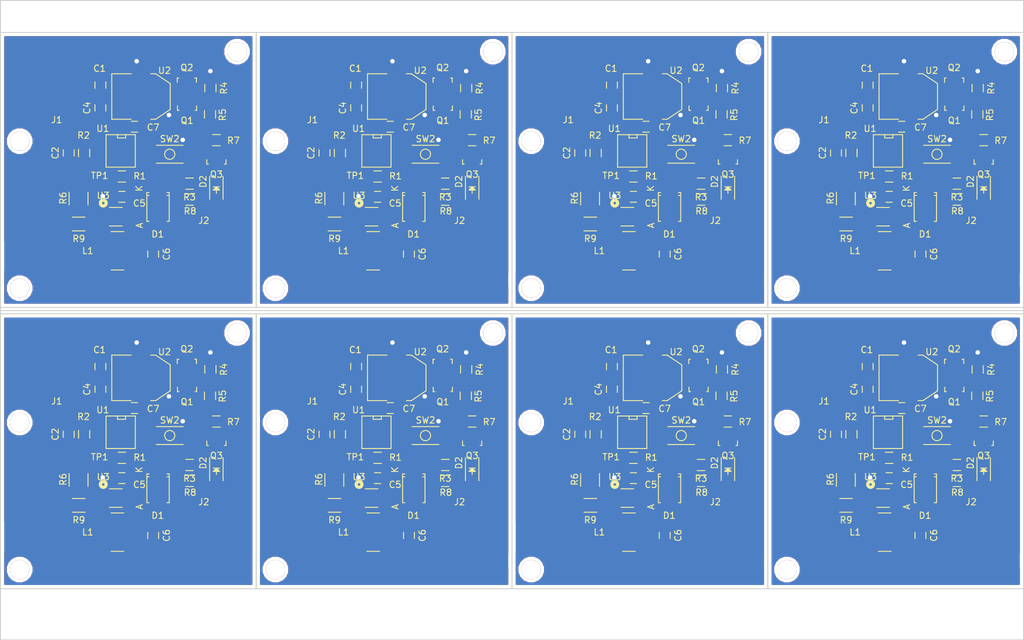
<source format=kicad_pcb>
(kicad_pcb (version 4) (host pcbnew 4.0.2+dfsg1-stable)
  (layers (0 F.Cu signal) (31 B.Cu signal) (34 B.Paste user) (35 F.Paste user) (36 B.SilkS user) (37 F.SilkS user) (38 B.Mask user) (39 F.Mask user) (44 Edge.Cuts user))
  (net 0 "")
  (net 1 +3.3V)
  (net 2 GND)
  (net 3 DIM)
  (net 4 ~MCLR)
  (net 5 A)
  (net 6 K)
  (net 7 "Net-(D1-Pad2)")
  (net 8 "Net-(D2-Pad1)")
  (net 9 "Net-(D2-Pad2)")
  (net 10 IND)
  (net 11 PGC)
  (net 12 LED_EN)
  (net 13 "Net-(Q1-Pad3)")
  (net 14 "Net-(Q3-Pad1)")
  (net 15 "Net-(R2-Pad1)")
  (net 16 MODE)
  (net 17 "Net-(U3-Pad7)")
  (net 18 VBAT)
  (net 19 VBAT_SW)
  (net 20 "Net-(J2-Pad3)")
  (module bjh-kicad-mountingholes-fp:MountingHole_3-0mm (layer F.Cu) (at 103 42)
    (fp_text reference REF** hide)
    (fp_text value MountingHole_3-0mm hide)
    (pad 1 thru_hole circle (at 0 0) (size 3 3) (drill 3) (layers F.Cu))
  )
  (module bjh-kicad-mountingholes-fp:MountingHole_3-0mm (layer F.Cu) (at 103 65)
    (fp_text reference REF** hide)
    (fp_text value MountingHole_3-0mm hide)
    (pad 1 thru_hole circle (at 0 0) (size 3 3) (drill 3) (layers F.Cu))
  )
  (module bjh-kicad-mountingholes-fp:MountingHole_3-0mm (layer F.Cu) (at 137 28)
    (fp_text reference REF** hide)
    (fp_text value MountingHole_3-0mm hide)
    (pad 1 thru_hole circle (at 0 0) (size 3 3) (drill 3) (layers F.Cu))
  )
  (module bjh-kicad-connector-fp:MATE-N-LOK-RIGHT-ANGLE-2WAY_smt_2-1445057-2 (layer F.Cu) (at 131.8 63.7)
    (fp_text reference J2 (at 0 -9.271) (layer F.SilkS))
    (fp_text value LED hide)
    (pad 3 smd rect (at -5.205 0) (size 3.43 1.65) (layers F.Cu F.Paste F.Mask) (net 20 "Net-(J2-Pad3)"))
    (pad 3 smd rect (at 5.205 0) (size 3.43 1.65) (layers F.Cu F.Paste F.Mask) (net 20 "Net-(J2-Pad3)"))
    (pad 1 smd rect (at -1.57 -5.48) (size 1.27 2.92) (layers F.Cu F.Paste F.Mask) (net 5 A))
    (pad 2 smd rect (at 1.57 -5.48) (size 1.27 2.92) (layers F.Cu F.Paste F.Mask) (net 6 K))
  )
  (module bjh-kicad-connector-fp:MATE-N-LOK-RIGHT-ANGLE-2WAY_smt_2-1445057-2 (layer F.Cu) (at 108.8 29.4 180)
    (fp_text reference J1 (at 0 -9.271 180) (layer F.SilkS))
    (fp_text value POWER hide)
    (pad 3 smd rect (at -5.205 0 180) (size 3.43 1.65) (layers F.Cu F.Paste F.Mask) (net 2 GND))
    (pad 3 smd rect (at 5.205 0 180) (size 3.43 1.65) (layers F.Cu F.Paste F.Mask) (net 2 GND))
    (pad 1 smd rect (at -1.57 -5.48 180) (size 1.27 2.92) (layers F.Cu F.Paste F.Mask) (net 18 VBAT))
    (pad 2 smd rect (at 1.57 -5.48 180) (size 1.27 2.92) (layers F.Cu F.Paste F.Mask) (net 2 GND))
  )
  (module bjh-kicad-connector-fp:TP_smt (layer F.Cu) (at 112.867 46.846)
    (fp_text reference TP1 (at 2.633 0.554) (layer F.SilkS))
    (fp_text value PWM hide)
    (pad 1 smd circle (at 0 0) (size 1.27 1.27) (layers F.Cu F.Paste F.Mask) (net 3 DIM))
  )
  (module Buttons_Switches_SMD:SW_SPST_KMR2 (layer F.Cu) (at 126.467 44.046)
    (fp_text reference SW2 (at 0 -2.4) (layer F.SilkS))
    (fp_text value MODE hide)
    (pad 1 smd rect (at -2.05 -0.8 90) (size 0.9 1) (layers F.Cu F.Paste F.Mask) (net 2 GND))
    (pad 2 smd rect (at -2.05 0.8 90) (size 0.9 1) (layers F.Cu F.Paste F.Mask) (net 16 MODE))
    (pad 1 smd rect (at 2.05 -0.8 90) (size 0.9 1) (layers F.Cu F.Paste F.Mask) (net 2 GND))
    (pad 2 smd rect (at 2.05 0.8 90) (size 0.9 1) (layers F.Cu F.Paste F.Mask) (net 16 MODE))
  )
  (module Resistors_SMD:R_1206 (layer F.Cu) (at 112.2458 54.959 180)
    (fp_text reference R9 (at 0 -2.3 180) (layer F.SilkS))
    (fp_text value 0R hide)
    (pad 1 smd rect (at -1.45 0 180) (size 0.9 1.7) (layers F.Cu F.Paste F.Mask) (net 3 DIM))
    (pad 2 smd rect (at 1.45 0 180) (size 0.9 1.7) (layers F.Cu F.Paste F.Mask) (net 3 DIM))
  )
  (module LEDs:LED_1206 (layer F.Cu) (at 133.767 49.646 270)
    (fp_text reference D2 (at -1.32472 2.07716 270) (layer F.SilkS))
    (fp_text value LED hide)
    (pad 2 smd rect (at 1.41986 0 90) (size 1.59766 1.80086) (layers F.Cu F.Paste F.Mask) (net 9 "Net-(D2-Pad2)"))
    (pad 1 smd rect (at -1.41986 0 90) (size 1.59766 1.80086) (layers F.Cu F.Paste F.Mask) (net 8 "Net-(D2-Pad1)"))
  )
  (module TO_SOT_Packages_SMD:SOT-223 (layer F.Cu) (at 121.974 35.02 270)
    (fp_text reference U2 (at -4.064 -3.683 360) (layer F.SilkS))
    (fp_text value 78M33 hide)
    (pad 4 smd rect (at 0 -3.302 270) (size 3.6576 2.032) (layers F.Cu F.Paste F.Mask) (net 2 GND))
    (pad 2 smd rect (at 0 3.302 270) (size 1.016 2.032) (layers F.Cu F.Paste F.Mask) (net 2 GND))
    (pad 3 smd rect (at 2.286 3.302 270) (size 1.016 2.032) (layers F.Cu F.Paste F.Mask) (net 1 +3.3V))
    (pad 1 smd rect (at -2.286 3.302 270) (size 1.016 2.032) (layers F.Cu F.Paste F.Mask) (net 18 VBAT))
  )
  (module SMD_Packages:SOIC-8-N (layer F.Cu) (at 118.799 43.529 270)
    (fp_text reference U1 (at -3.4925 2.794 360) (layer F.SilkS))
    (fp_text value PIC-12F1822 hide)
    (pad 8 smd rect (at -1.905 -3.175 270) (size 0.508 1.143) (layers F.Cu F.Paste F.Mask) (net 2 GND))
    (pad 7 smd rect (at -0.635 -3.175 270) (size 0.508 1.143) (layers F.Cu F.Paste F.Mask) (net 10 IND))
    (pad 6 smd rect (at 0.635 -3.175 270) (size 0.508 1.143) (layers F.Cu F.Paste F.Mask) (net 11 PGC))
    (pad 5 smd rect (at 1.905 -3.175 270) (size 0.508 1.143) (layers F.Cu F.Paste F.Mask) (net 16 MODE))
    (pad 4 smd rect (at 1.905 3.175 270) (size 0.508 1.143) (layers F.Cu F.Paste F.Mask))
    (pad 3 smd rect (at 0.635 3.175 270) (size 0.508 1.143) (layers F.Cu F.Paste F.Mask) (net 4 ~MCLR))
    (pad 2 smd rect (at -0.635 3.175 270) (size 0.508 1.143) (layers F.Cu F.Paste F.Mask) (net 15 "Net-(R2-Pad1)"))
    (pad 1 smd rect (at -1.905 3.175 270) (size 0.508 1.143) (layers F.Cu F.Paste F.Mask) (net 1 +3.3V))
  )
  (module Resistors_SMD:R_0805 (layer F.Cu) (at 129.567 51.146 180)
    (fp_text reference R8 (at -0.083 -1.804 360) (layer F.SilkS))
    (fp_text value 10k hide)
    (pad 1 smd rect (at -0.95 0 180) (size 0.7 1.3) (layers F.Cu F.Paste F.Mask) (net 9 "Net-(D2-Pad2)"))
    (pad 2 smd rect (at 0.95 0 180) (size 0.7 1.3) (layers F.Cu F.Paste F.Mask) (net 1 +3.3V))
  )
  (module Resistors_SMD:R_0805 (layer F.Cu) (at 133.767 41.846 180)
    (fp_text reference R7 (at -2.667 -0.0635 180) (layer F.SilkS))
    (fp_text value 10k hide)
    (pad 1 smd rect (at -0.95 0 180) (size 0.7 1.3) (layers F.Cu F.Paste F.Mask) (net 14 "Net-(Q3-Pad1)"))
    (pad 2 smd rect (at 0.95 0 180) (size 0.7 1.3) (layers F.Cu F.Paste F.Mask) (net 10 IND))
  )
  (module Resistors_SMD:R_1210 (layer F.Cu) (at 112.21024 50.99152 270)
    (fp_text reference R6 (at -0.09152 2.41024 270) (layer F.SilkS))
    (fp_text value 0.1 hide)
    (pad 1 smd rect (at -1.45 0 270) (size 0.9 2.5) (layers F.Cu F.Paste F.Mask) (net 19 VBAT_SW))
    (pad 2 smd rect (at 1.45 0 270) (size 0.9 2.5) (layers F.Cu F.Paste F.Mask) (net 5 A))
  )
  (module Resistors_SMD:R_0805 (layer F.Cu) (at 132.769 37.814 90)
    (fp_text reference R5 (at -0.0635 1.9685 90) (layer F.SilkS))
    (fp_text value 10k hide)
    (pad 1 smd rect (at -0.95 0 90) (size 0.7 1.3) (layers F.Cu F.Paste F.Mask) (net 13 "Net-(Q1-Pad3)"))
    (pad 2 smd rect (at 0.95 0 90) (size 0.7 1.3) (layers F.Cu F.Paste F.Mask) (net 18 VBAT))
  )
  (module Resistors_SMD:R_0805 (layer F.Cu) (at 132.82996 33.6992 270)
    (fp_text reference R4 (at 0 -2.1 270) (layer F.SilkS))
    (fp_text value 10k hide)
    (pad 1 smd rect (at -0.95 0 270) (size 0.7 1.3) (layers F.Cu F.Paste F.Mask) (net 2 GND))
    (pad 2 smd rect (at 0.95 0 270) (size 0.7 1.3) (layers F.Cu F.Paste F.Mask) (net 12 LED_EN))
  )
  (module Resistors_SMD:R_0805 (layer F.Cu) (at 129.567 48.646 180)
    (fp_text reference R3 (at 0 -2.1 180) (layer F.SilkS))
    (fp_text value 10k hide)
    (pad 1 smd rect (at -0.95 0 180) (size 0.7 1.3) (layers F.Cu F.Paste F.Mask) (net 16 MODE))
    (pad 2 smd rect (at 0.95 0 180) (size 0.7 1.3) (layers F.Cu F.Paste F.Mask) (net 1 +3.3V))
  )
  (module Resistors_SMD:R_0805 (layer F.Cu) (at 113.084 43.8465 270)
    (fp_text reference R2 (at -2.7465 0.084 360) (layer F.SilkS))
    (fp_text value 0R hide)
    (pad 1 smd rect (at -0.95 0 270) (size 0.7 1.3) (layers F.Cu F.Paste F.Mask) (net 15 "Net-(R2-Pad1)"))
    (pad 2 smd rect (at 0.95 0 270) (size 0.7 1.3) (layers F.Cu F.Paste F.Mask) (net 3 DIM))
  )
  (module Resistors_SMD:R_0805 (layer F.Cu) (at 118.9895 47.5295)
    (fp_text reference R1 (at 2.794 -0.0635) (layer F.SilkS))
    (fp_text value 10k hide)
    (pad 1 smd rect (at -0.95 0) (size 0.7 1.3) (layers F.Cu F.Paste F.Mask) (net 4 ~MCLR))
    (pad 2 smd rect (at 0.95 0) (size 0.7 1.3) (layers F.Cu F.Paste F.Mask) (net 1 +3.3V))
  )
  (module TO_SOT_Packages_SMD:SOT-23 (layer F.Cu) (at 133.767 44.946 180)
    (fp_text reference Q3 (at 0 -2.25 180) (layer F.SilkS))
    (fp_text value 2N7002 hide)
    (pad 1 smd rect (at -0.95 1.00076 180) (size 0.8001 0.8001) (layers F.Cu F.Paste F.Mask) (net 14 "Net-(Q3-Pad1)"))
    (pad 2 smd rect (at 0.95 1.00076 180) (size 0.8001 0.8001) (layers F.Cu F.Paste F.Mask) (net 2 GND))
    (pad 3 smd rect (at 0 -0.99822 180) (size 0.8001 0.8001) (layers F.Cu F.Paste F.Mask) (net 8 "Net-(D2-Pad1)"))
  )
  (module TO_SOT_Packages_SMD:SOT-23 (layer F.Cu) (at 129.14696 32.76448)
    (fp_text reference Q2 (at 0 -2.25) (layer F.SilkS))
    (fp_text value FDN340P hide)
    (pad 1 smd rect (at -0.95 1.00076) (size 0.8001 0.8001) (layers F.Cu F.Paste F.Mask) (net 13 "Net-(Q1-Pad3)"))
    (pad 2 smd rect (at 0.95 1.00076) (size 0.8001 0.8001) (layers F.Cu F.Paste F.Mask) (net 18 VBAT))
    (pad 3 smd rect (at 0 -0.99822) (size 0.8001 0.8001) (layers F.Cu F.Paste F.Mask) (net 19 VBAT_SW))
  )
  (module TO_SOT_Packages_SMD:SOT-23 (layer F.Cu) (at 129.17744 36.52876 180)
    (fp_text reference Q1 (at 0 -2.25 180) (layer F.SilkS))
    (fp_text value 2N7002 hide)
    (pad 1 smd rect (at -0.95 1.00076 180) (size 0.8001 0.8001) (layers F.Cu F.Paste F.Mask) (net 12 LED_EN))
    (pad 2 smd rect (at 0.95 1.00076 180) (size 0.8001 0.8001) (layers F.Cu F.Paste F.Mask) (net 2 GND))
    (pad 3 smd rect (at 0 -0.99822 180) (size 0.8001 0.8001) (layers F.Cu F.Paste F.Mask) (net 13 "Net-(Q1-Pad3)"))
  )
  (module bjh-kicad-rcld-fp:Inductor_SRN6045 (layer F.Cu) (at 118.291 59.15)
    (fp_text reference L1 (at -4.6355 0) (layer F.SilkS))
    (fp_text value 33uH hide)
    (pad 1 smd rect (at -2.4 0) (size 2 6) (layers F.Cu F.Paste F.Mask) (net 6 K))
    (pad 2 smd rect (at 2.4 0) (size 2 6) (layers F.Cu F.Paste F.Mask) (net 7 "Net-(D1-Pad2)"))
  )
  (module Diodes_SMD:SMA_Standard (layer F.Cu) (at 124.641 52.292 270)
    (fp_text reference D1 (at 4.258 0.041 360) (layer F.SilkS))
    (fp_text value B240A hide)
    (fp_text user K (at -2.9 2.95 270) (layer F.SilkS))
    (fp_text user A (at 2.9 2.9 270) (layer F.SilkS))
    (pad 1 smd rect (at -1.99898 0 270) (size 2.49936 1.80086) (layers F.Cu F.Paste F.Mask) (net 19 VBAT_SW))
    (pad 2 smd rect (at 1.99898 0 270) (size 2.49936 1.80086) (layers F.Cu F.Paste F.Mask) (net 7 "Net-(D1-Pad2)"))
  )
  (module Capacitors_SMD:C_0805 (layer F.Cu) (at 120.958 39.7444)
    (fp_text reference C7 (at 2.921 0.1016) (layer F.SilkS))
    (fp_text value C hide)
    (pad 1 smd rect (at -1 0) (size 1 1.25) (layers F.Cu F.Paste F.Mask) (net 1 +3.3V))
    (pad 2 smd rect (at 1 0) (size 1 1.25) (layers F.Cu F.Paste F.Mask) (net 2 GND))
  )
  (module Capacitors_SMD:C_0805 (layer F.Cu) (at 123.879 59.658 270)
    (fp_text reference C6 (at 0 -2.1 270) (layer F.SilkS))
    (fp_text value DNP hide)
    (pad 1 smd rect (at -1 0 270) (size 1 1.25) (layers F.Cu F.Paste F.Mask) (net 5 A))
    (pad 2 smd rect (at 1 0 270) (size 1 1.25) (layers F.Cu F.Paste F.Mask) (net 6 K))
  )
  (module Capacitors_SMD:C_0805 (layer F.Cu) (at 118.9895 50.7045 180)
    (fp_text reference C5 (at -2.7305 -1.016 180) (layer F.SilkS))
    (fp_text value 4u7 hide)
    (pad 1 smd rect (at -1 0 180) (size 1 1.25) (layers F.Cu F.Paste F.Mask) (net 19 VBAT_SW))
    (pad 2 smd rect (at 1 0 180) (size 1 1.25) (layers F.Cu F.Paste F.Mask) (net 2 GND))
  )
  (module Capacitors_SMD:C_0805 (layer F.Cu) (at 115.624 36.798 90)
    (fp_text reference C4 (at 0 -2.1 90) (layer F.SilkS))
    (fp_text value 0.1u hide)
    (pad 1 smd rect (at -1 0 90) (size 1 1.25) (layers F.Cu F.Paste F.Mask) (net 1 +3.3V))
    (pad 2 smd rect (at 1 0 90) (size 1 1.25) (layers F.Cu F.Paste F.Mask) (net 2 GND))
  )
  (module Capacitors_SMD:C_0805 (layer F.Cu) (at 110.671 43.8465 90)
    (fp_text reference C2 (at 0 -2.1 90) (layer F.SilkS))
    (fp_text value DNP hide)
    (pad 1 smd rect (at -1 0 90) (size 1 1.25) (layers F.Cu F.Paste F.Mask) (net 3 DIM))
    (pad 2 smd rect (at 1 0 90) (size 1 1.25) (layers F.Cu F.Paste F.Mask) (net 2 GND))
  )
  (module Capacitors_SMD:C_0805 (layer F.Cu) (at 115.624 33.242 270)
    (fp_text reference C1 (at -2.6035 0.127 360) (layer F.SilkS))
    (fp_text value 0.33u hide)
    (pad 1 smd rect (at -1 0 270) (size 1 1.25) (layers F.Cu F.Paste F.Mask) (net 18 VBAT))
    (pad 2 smd rect (at 1 0 270) (size 1 1.25) (layers F.Cu F.Paste F.Mask) (net 2 GND))
  )
  (module bjh-kicad-ic-fp:MSOP-8a (layer F.Cu) (at 118.037 53.816)
    (fp_text reference U3 (at -1.9685 -3.302) (layer F.SilkS))
    (fp_text value RT8471_MSOP-8 hide)
    (pad 1 smd rect (at -2.3 -0.975) (size 1.35 0.4) (layers F.Cu F.Paste F.Mask) (net 5 A))
    (pad 2 smd rect (at -2.3 -0.325) (size 1.35 0.4) (layers F.Cu F.Paste F.Mask) (net 2 GND))
    (pad 3 smd rect (at -2.3 0.325) (size 1.35 0.4) (layers F.Cu F.Paste F.Mask) (net 2 GND))
    (pad 4 smd rect (at -2.3 0.975) (size 1.35 0.4) (layers F.Cu F.Paste F.Mask) (net 3 DIM))
    (pad 5 smd rect (at 2.3 0.975) (size 1.35 0.4) (layers F.Cu F.Paste F.Mask) (net 7 "Net-(D1-Pad2)"))
    (pad 6 smd rect (at 2.3 0.325) (size 1.35 0.4) (layers F.Cu F.Paste F.Mask) (net 7 "Net-(D1-Pad2)"))
    (pad 7 smd rect (at 2.3 -0.325) (size 1.35 0.4) (layers F.Cu F.Paste F.Mask) (net 17 "Net-(U3-Pad7)"))
    (pad 8 smd rect (at 2.3 -0.975) (size 1.35 0.4) (layers F.Cu F.Paste F.Mask) (net 19 VBAT_SW))
    (pad 9 smd rect (at 0 0) (size 1.7 1.9) (layers F.Cu F.Paste F.Mask) (net 2 GND))
  )
  (module bjh-kicad-ic-fp:MSOP-8a (layer F.Cu) (at 118.037 97.816)
    (fp_text reference U3 (at -1.9685 -3.302) (layer F.SilkS))
    (fp_text value RT8471_MSOP-8 hide)
    (pad 1 smd rect (at -2.3 -0.975) (size 1.35 0.4) (layers F.Cu F.Paste F.Mask) (net 5 A))
    (pad 2 smd rect (at -2.3 -0.325) (size 1.35 0.4) (layers F.Cu F.Paste F.Mask) (net 2 GND))
    (pad 3 smd rect (at -2.3 0.325) (size 1.35 0.4) (layers F.Cu F.Paste F.Mask) (net 2 GND))
    (pad 4 smd rect (at -2.3 0.975) (size 1.35 0.4) (layers F.Cu F.Paste F.Mask) (net 3 DIM))
    (pad 5 smd rect (at 2.3 0.975) (size 1.35 0.4) (layers F.Cu F.Paste F.Mask) (net 7 "Net-(D1-Pad2)"))
    (pad 6 smd rect (at 2.3 0.325) (size 1.35 0.4) (layers F.Cu F.Paste F.Mask) (net 7 "Net-(D1-Pad2)"))
    (pad 7 smd rect (at 2.3 -0.325) (size 1.35 0.4) (layers F.Cu F.Paste F.Mask) (net 17 "Net-(U3-Pad7)"))
    (pad 8 smd rect (at 2.3 -0.975) (size 1.35 0.4) (layers F.Cu F.Paste F.Mask) (net 19 VBAT_SW))
    (pad 9 smd rect (at 0 0) (size 1.7 1.9) (layers F.Cu F.Paste F.Mask) (net 2 GND))
  )
  (module Capacitors_SMD:C_0805 (layer F.Cu) (at 115.624 77.242 270)
    (fp_text reference C1 (at -2.6035 0.127 360) (layer F.SilkS))
    (fp_text value 0.33u hide)
    (pad 1 smd rect (at -1 0 270) (size 1 1.25) (layers F.Cu F.Paste F.Mask) (net 18 VBAT))
    (pad 2 smd rect (at 1 0 270) (size 1 1.25) (layers F.Cu F.Paste F.Mask) (net 2 GND))
  )
  (module Capacitors_SMD:C_0805 (layer F.Cu) (at 110.671 87.8465 90)
    (fp_text reference C2 (at 0 -2.1 90) (layer F.SilkS))
    (fp_text value DNP hide)
    (pad 1 smd rect (at -1 0 90) (size 1 1.25) (layers F.Cu F.Paste F.Mask) (net 3 DIM))
    (pad 2 smd rect (at 1 0 90) (size 1 1.25) (layers F.Cu F.Paste F.Mask) (net 2 GND))
  )
  (module Capacitors_SMD:C_0805 (layer F.Cu) (at 115.624 80.798 90)
    (fp_text reference C4 (at 0 -2.1 90) (layer F.SilkS))
    (fp_text value 0.1u hide)
    (pad 1 smd rect (at -1 0 90) (size 1 1.25) (layers F.Cu F.Paste F.Mask) (net 1 +3.3V))
    (pad 2 smd rect (at 1 0 90) (size 1 1.25) (layers F.Cu F.Paste F.Mask) (net 2 GND))
  )
  (module Capacitors_SMD:C_0805 (layer F.Cu) (at 118.9895 94.7045 180)
    (fp_text reference C5 (at -2.7305 -1.016 180) (layer F.SilkS))
    (fp_text value 4u7 hide)
    (pad 1 smd rect (at -1 0 180) (size 1 1.25) (layers F.Cu F.Paste F.Mask) (net 19 VBAT_SW))
    (pad 2 smd rect (at 1 0 180) (size 1 1.25) (layers F.Cu F.Paste F.Mask) (net 2 GND))
  )
  (module Capacitors_SMD:C_0805 (layer F.Cu) (at 123.879 103.658 270)
    (fp_text reference C6 (at 0 -2.1 270) (layer F.SilkS))
    (fp_text value DNP hide)
    (pad 1 smd rect (at -1 0 270) (size 1 1.25) (layers F.Cu F.Paste F.Mask) (net 5 A))
    (pad 2 smd rect (at 1 0 270) (size 1 1.25) (layers F.Cu F.Paste F.Mask) (net 6 K))
  )
  (module Capacitors_SMD:C_0805 (layer F.Cu) (at 120.958 83.7444)
    (fp_text reference C7 (at 2.921 0.1016) (layer F.SilkS))
    (fp_text value C hide)
    (pad 1 smd rect (at -1 0) (size 1 1.25) (layers F.Cu F.Paste F.Mask) (net 1 +3.3V))
    (pad 2 smd rect (at 1 0) (size 1 1.25) (layers F.Cu F.Paste F.Mask) (net 2 GND))
  )
  (module Diodes_SMD:SMA_Standard (layer F.Cu) (at 124.641 96.292 270)
    (fp_text reference D1 (at 4.258 0.041 360) (layer F.SilkS))
    (fp_text value B240A hide)
    (fp_text user K (at -2.9 2.95 270) (layer F.SilkS))
    (fp_text user A (at 2.9 2.9 270) (layer F.SilkS))
    (pad 1 smd rect (at -1.99898 0 270) (size 2.49936 1.80086) (layers F.Cu F.Paste F.Mask) (net 19 VBAT_SW))
    (pad 2 smd rect (at 1.99898 0 270) (size 2.49936 1.80086) (layers F.Cu F.Paste F.Mask) (net 7 "Net-(D1-Pad2)"))
  )
  (module bjh-kicad-rcld-fp:Inductor_SRN6045 (layer F.Cu) (at 118.291 103.15)
    (fp_text reference L1 (at -4.6355 0) (layer F.SilkS))
    (fp_text value 33uH hide)
    (pad 1 smd rect (at -2.4 0) (size 2 6) (layers F.Cu F.Paste F.Mask) (net 6 K))
    (pad 2 smd rect (at 2.4 0) (size 2 6) (layers F.Cu F.Paste F.Mask) (net 7 "Net-(D1-Pad2)"))
  )
  (module TO_SOT_Packages_SMD:SOT-23 (layer F.Cu) (at 129.17744 80.52876 180)
    (fp_text reference Q1 (at 0 -2.25 180) (layer F.SilkS))
    (fp_text value 2N7002 hide)
    (pad 1 smd rect (at -0.95 1.00076 180) (size 0.8001 0.8001) (layers F.Cu F.Paste F.Mask) (net 12 LED_EN))
    (pad 2 smd rect (at 0.95 1.00076 180) (size 0.8001 0.8001) (layers F.Cu F.Paste F.Mask) (net 2 GND))
    (pad 3 smd rect (at 0 -0.99822 180) (size 0.8001 0.8001) (layers F.Cu F.Paste F.Mask) (net 13 "Net-(Q1-Pad3)"))
  )
  (module TO_SOT_Packages_SMD:SOT-23 (layer F.Cu) (at 129.14696 76.76448)
    (fp_text reference Q2 (at 0 -2.25) (layer F.SilkS))
    (fp_text value FDN340P hide)
    (pad 1 smd rect (at -0.95 1.00076) (size 0.8001 0.8001) (layers F.Cu F.Paste F.Mask) (net 13 "Net-(Q1-Pad3)"))
    (pad 2 smd rect (at 0.95 1.00076) (size 0.8001 0.8001) (layers F.Cu F.Paste F.Mask) (net 18 VBAT))
    (pad 3 smd rect (at 0 -0.99822) (size 0.8001 0.8001) (layers F.Cu F.Paste F.Mask) (net 19 VBAT_SW))
  )
  (module TO_SOT_Packages_SMD:SOT-23 (layer F.Cu) (at 133.767 88.946 180)
    (fp_text reference Q3 (at 0 -2.25 180) (layer F.SilkS))
    (fp_text value 2N7002 hide)
    (pad 1 smd rect (at -0.95 1.00076 180) (size 0.8001 0.8001) (layers F.Cu F.Paste F.Mask) (net 14 "Net-(Q3-Pad1)"))
    (pad 2 smd rect (at 0.95 1.00076 180) (size 0.8001 0.8001) (layers F.Cu F.Paste F.Mask) (net 2 GND))
    (pad 3 smd rect (at 0 -0.99822 180) (size 0.8001 0.8001) (layers F.Cu F.Paste F.Mask) (net 8 "Net-(D2-Pad1)"))
  )
  (module Resistors_SMD:R_0805 (layer F.Cu) (at 118.9895 91.5295)
    (fp_text reference R1 (at 2.794 -0.0635) (layer F.SilkS))
    (fp_text value 10k hide)
    (pad 1 smd rect (at -0.95 0) (size 0.7 1.3) (layers F.Cu F.Paste F.Mask) (net 4 ~MCLR))
    (pad 2 smd rect (at 0.95 0) (size 0.7 1.3) (layers F.Cu F.Paste F.Mask) (net 1 +3.3V))
  )
  (module Resistors_SMD:R_0805 (layer F.Cu) (at 113.084 87.8465 270)
    (fp_text reference R2 (at -2.7465 0.084 360) (layer F.SilkS))
    (fp_text value 0R hide)
    (pad 1 smd rect (at -0.95 0 270) (size 0.7 1.3) (layers F.Cu F.Paste F.Mask) (net 15 "Net-(R2-Pad1)"))
    (pad 2 smd rect (at 0.95 0 270) (size 0.7 1.3) (layers F.Cu F.Paste F.Mask) (net 3 DIM))
  )
  (module Resistors_SMD:R_0805 (layer F.Cu) (at 129.567 92.646 180)
    (fp_text reference R3 (at 0 -2.1 180) (layer F.SilkS))
    (fp_text value 10k hide)
    (pad 1 smd rect (at -0.95 0 180) (size 0.7 1.3) (layers F.Cu F.Paste F.Mask) (net 16 MODE))
    (pad 2 smd rect (at 0.95 0 180) (size 0.7 1.3) (layers F.Cu F.Paste F.Mask) (net 1 +3.3V))
  )
  (module Resistors_SMD:R_0805 (layer F.Cu) (at 132.82996 77.6992 270)
    (fp_text reference R4 (at 0 -2.1 270) (layer F.SilkS))
    (fp_text value 10k hide)
    (pad 1 smd rect (at -0.95 0 270) (size 0.7 1.3) (layers F.Cu F.Paste F.Mask) (net 2 GND))
    (pad 2 smd rect (at 0.95 0 270) (size 0.7 1.3) (layers F.Cu F.Paste F.Mask) (net 12 LED_EN))
  )
  (module Resistors_SMD:R_0805 (layer F.Cu) (at 132.769 81.814 90)
    (fp_text reference R5 (at -0.0635 1.9685 90) (layer F.SilkS))
    (fp_text value 10k hide)
    (pad 1 smd rect (at -0.95 0 90) (size 0.7 1.3) (layers F.Cu F.Paste F.Mask) (net 13 "Net-(Q1-Pad3)"))
    (pad 2 smd rect (at 0.95 0 90) (size 0.7 1.3) (layers F.Cu F.Paste F.Mask) (net 18 VBAT))
  )
  (module Resistors_SMD:R_1210 (layer F.Cu) (at 112.21024 94.99152 270)
    (fp_text reference R6 (at -0.09152 2.41024 270) (layer F.SilkS))
    (fp_text value 0.1 hide)
    (pad 1 smd rect (at -1.45 0 270) (size 0.9 2.5) (layers F.Cu F.Paste F.Mask) (net 19 VBAT_SW))
    (pad 2 smd rect (at 1.45 0 270) (size 0.9 2.5) (layers F.Cu F.Paste F.Mask) (net 5 A))
  )
  (module Resistors_SMD:R_0805 (layer F.Cu) (at 133.767 85.846 180)
    (fp_text reference R7 (at -2.667 -0.0635 180) (layer F.SilkS))
    (fp_text value 10k hide)
    (pad 1 smd rect (at -0.95 0 180) (size 0.7 1.3) (layers F.Cu F.Paste F.Mask) (net 14 "Net-(Q3-Pad1)"))
    (pad 2 smd rect (at 0.95 0 180) (size 0.7 1.3) (layers F.Cu F.Paste F.Mask) (net 10 IND))
  )
  (module Resistors_SMD:R_0805 (layer F.Cu) (at 129.567 95.146 180)
    (fp_text reference R8 (at -0.083 -1.804 360) (layer F.SilkS))
    (fp_text value 10k hide)
    (pad 1 smd rect (at -0.95 0 180) (size 0.7 1.3) (layers F.Cu F.Paste F.Mask) (net 9 "Net-(D2-Pad2)"))
    (pad 2 smd rect (at 0.95 0 180) (size 0.7 1.3) (layers F.Cu F.Paste F.Mask) (net 1 +3.3V))
  )
  (module SMD_Packages:SOIC-8-N (layer F.Cu) (at 118.799 87.529 270)
    (fp_text reference U1 (at -3.4925 2.794 360) (layer F.SilkS))
    (fp_text value PIC-12F1822 hide)
    (pad 8 smd rect (at -1.905 -3.175 270) (size 0.508 1.143) (layers F.Cu F.Paste F.Mask) (net 2 GND))
    (pad 7 smd rect (at -0.635 -3.175 270) (size 0.508 1.143) (layers F.Cu F.Paste F.Mask) (net 10 IND))
    (pad 6 smd rect (at 0.635 -3.175 270) (size 0.508 1.143) (layers F.Cu F.Paste F.Mask) (net 11 PGC))
    (pad 5 smd rect (at 1.905 -3.175 270) (size 0.508 1.143) (layers F.Cu F.Paste F.Mask) (net 16 MODE))
    (pad 4 smd rect (at 1.905 3.175 270) (size 0.508 1.143) (layers F.Cu F.Paste F.Mask))
    (pad 3 smd rect (at 0.635 3.175 270) (size 0.508 1.143) (layers F.Cu F.Paste F.Mask) (net 4 ~MCLR))
    (pad 2 smd rect (at -0.635 3.175 270) (size 0.508 1.143) (layers F.Cu F.Paste F.Mask) (net 15 "Net-(R2-Pad1)"))
    (pad 1 smd rect (at -1.905 3.175 270) (size 0.508 1.143) (layers F.Cu F.Paste F.Mask) (net 1 +3.3V))
  )
  (module TO_SOT_Packages_SMD:SOT-223 (layer F.Cu) (at 121.974 79.02 270)
    (fp_text reference U2 (at -4.064 -3.683 360) (layer F.SilkS))
    (fp_text value 78M33 hide)
    (pad 4 smd rect (at 0 -3.302 270) (size 3.6576 2.032) (layers F.Cu F.Paste F.Mask) (net 2 GND))
    (pad 2 smd rect (at 0 3.302 270) (size 1.016 2.032) (layers F.Cu F.Paste F.Mask) (net 2 GND))
    (pad 3 smd rect (at 2.286 3.302 270) (size 1.016 2.032) (layers F.Cu F.Paste F.Mask) (net 1 +3.3V))
    (pad 1 smd rect (at -2.286 3.302 270) (size 1.016 2.032) (layers F.Cu F.Paste F.Mask) (net 18 VBAT))
  )
  (module LEDs:LED_1206 (layer F.Cu) (at 133.767 93.646 270)
    (fp_text reference D2 (at -1.32472 2.07716 270) (layer F.SilkS))
    (fp_text value LED hide)
    (pad 2 smd rect (at 1.41986 0 90) (size 1.59766 1.80086) (layers F.Cu F.Paste F.Mask) (net 9 "Net-(D2-Pad2)"))
    (pad 1 smd rect (at -1.41986 0 90) (size 1.59766 1.80086) (layers F.Cu F.Paste F.Mask) (net 8 "Net-(D2-Pad1)"))
  )
  (module Resistors_SMD:R_1206 (layer F.Cu) (at 112.2458 98.959 180)
    (fp_text reference R9 (at 0 -2.3 180) (layer F.SilkS))
    (fp_text value 0R hide)
    (pad 1 smd rect (at -1.45 0 180) (size 0.9 1.7) (layers F.Cu F.Paste F.Mask) (net 3 DIM))
    (pad 2 smd rect (at 1.45 0 180) (size 0.9 1.7) (layers F.Cu F.Paste F.Mask) (net 3 DIM))
  )
  (module Buttons_Switches_SMD:SW_SPST_KMR2 (layer F.Cu) (at 126.467 88.046)
    (fp_text reference SW2 (at 0 -2.4) (layer F.SilkS))
    (fp_text value MODE hide)
    (pad 1 smd rect (at -2.05 -0.8 90) (size 0.9 1) (layers F.Cu F.Paste F.Mask) (net 2 GND))
    (pad 2 smd rect (at -2.05 0.8 90) (size 0.9 1) (layers F.Cu F.Paste F.Mask) (net 16 MODE))
    (pad 1 smd rect (at 2.05 -0.8 90) (size 0.9 1) (layers F.Cu F.Paste F.Mask) (net 2 GND))
    (pad 2 smd rect (at 2.05 0.8 90) (size 0.9 1) (layers F.Cu F.Paste F.Mask) (net 16 MODE))
  )
  (module bjh-kicad-connector-fp:TP_smt (layer F.Cu) (at 112.867 90.846)
    (fp_text reference TP1 (at 2.633 0.554) (layer F.SilkS))
    (fp_text value PWM hide)
    (pad 1 smd circle (at 0 0) (size 1.27 1.27) (layers F.Cu F.Paste F.Mask) (net 3 DIM))
  )
  (module bjh-kicad-connector-fp:MATE-N-LOK-RIGHT-ANGLE-2WAY_smt_2-1445057-2 (layer F.Cu) (at 108.8 73.4 180)
    (fp_text reference J1 (at 0 -9.271 180) (layer F.SilkS))
    (fp_text value POWER hide)
    (pad 3 smd rect (at -5.205 0 180) (size 3.43 1.65) (layers F.Cu F.Paste F.Mask) (net 2 GND))
    (pad 3 smd rect (at 5.205 0 180) (size 3.43 1.65) (layers F.Cu F.Paste F.Mask) (net 2 GND))
    (pad 1 smd rect (at -1.57 -5.48 180) (size 1.27 2.92) (layers F.Cu F.Paste F.Mask) (net 18 VBAT))
    (pad 2 smd rect (at 1.57 -5.48 180) (size 1.27 2.92) (layers F.Cu F.Paste F.Mask) (net 2 GND))
  )
  (module bjh-kicad-connector-fp:MATE-N-LOK-RIGHT-ANGLE-2WAY_smt_2-1445057-2 (layer F.Cu) (at 131.8 107.7)
    (fp_text reference J2 (at 0 -9.271) (layer F.SilkS))
    (fp_text value LED hide)
    (pad 3 smd rect (at -5.205 0) (size 3.43 1.65) (layers F.Cu F.Paste F.Mask) (net 20 "Net-(J2-Pad3)"))
    (pad 3 smd rect (at 5.205 0) (size 3.43 1.65) (layers F.Cu F.Paste F.Mask) (net 20 "Net-(J2-Pad3)"))
    (pad 1 smd rect (at -1.57 -5.48) (size 1.27 2.92) (layers F.Cu F.Paste F.Mask) (net 5 A))
    (pad 2 smd rect (at 1.57 -5.48) (size 1.27 2.92) (layers F.Cu F.Paste F.Mask) (net 6 K))
  )
  (module bjh-kicad-mountingholes-fp:MountingHole_3-0mm (layer F.Cu) (at 137 72)
    (fp_text reference REF** hide)
    (fp_text value MountingHole_3-0mm hide)
    (pad 1 thru_hole circle (at 0 0) (size 3 3) (drill 3) (layers F.Cu))
  )
  (module bjh-kicad-mountingholes-fp:MountingHole_3-0mm (layer F.Cu) (at 103 109)
    (fp_text reference REF** hide)
    (fp_text value MountingHole_3-0mm hide)
    (pad 1 thru_hole circle (at 0 0) (size 3 3) (drill 3) (layers F.Cu))
  )
  (module bjh-kicad-mountingholes-fp:MountingHole_3-0mm (layer F.Cu) (at 103 86)
    (fp_text reference REF** hide)
    (fp_text value MountingHole_3-0mm hide)
    (pad 1 thru_hole circle (at 0 0) (size 3 3) (drill 3) (layers F.Cu))
  )
  (module bjh-kicad-mountingholes-fp:MountingHole_3-0mm (layer F.Cu) (at 143 86)
    (fp_text reference REF** hide)
    (fp_text value MountingHole_3-0mm hide)
    (pad 1 thru_hole circle (at 0 0) (size 3 3) (drill 3) (layers F.Cu))
  )
  (module bjh-kicad-mountingholes-fp:MountingHole_3-0mm (layer F.Cu) (at 143 109)
    (fp_text reference REF** hide)
    (fp_text value MountingHole_3-0mm hide)
    (pad 1 thru_hole circle (at 0 0) (size 3 3) (drill 3) (layers F.Cu))
  )
  (module bjh-kicad-mountingholes-fp:MountingHole_3-0mm (layer F.Cu) (at 177 72)
    (fp_text reference REF** hide)
    (fp_text value MountingHole_3-0mm hide)
    (pad 1 thru_hole circle (at 0 0) (size 3 3) (drill 3) (layers F.Cu))
  )
  (module bjh-kicad-connector-fp:MATE-N-LOK-RIGHT-ANGLE-2WAY_smt_2-1445057-2 (layer F.Cu) (at 171.8 107.7)
    (fp_text reference J2 (at 0 -9.271) (layer F.SilkS))
    (fp_text value LED hide)
    (pad 3 smd rect (at -5.205 0) (size 3.43 1.65) (layers F.Cu F.Paste F.Mask) (net 20 "Net-(J2-Pad3)"))
    (pad 3 smd rect (at 5.205 0) (size 3.43 1.65) (layers F.Cu F.Paste F.Mask) (net 20 "Net-(J2-Pad3)"))
    (pad 1 smd rect (at -1.57 -5.48) (size 1.27 2.92) (layers F.Cu F.Paste F.Mask) (net 5 A))
    (pad 2 smd rect (at 1.57 -5.48) (size 1.27 2.92) (layers F.Cu F.Paste F.Mask) (net 6 K))
  )
  (module bjh-kicad-connector-fp:MATE-N-LOK-RIGHT-ANGLE-2WAY_smt_2-1445057-2 (layer F.Cu) (at 148.8 73.4 180)
    (fp_text reference J1 (at 0 -9.271 180) (layer F.SilkS))
    (fp_text value POWER hide)
    (pad 3 smd rect (at -5.205 0 180) (size 3.43 1.65) (layers F.Cu F.Paste F.Mask) (net 2 GND))
    (pad 3 smd rect (at 5.205 0 180) (size 3.43 1.65) (layers F.Cu F.Paste F.Mask) (net 2 GND))
    (pad 1 smd rect (at -1.57 -5.48 180) (size 1.27 2.92) (layers F.Cu F.Paste F.Mask) (net 18 VBAT))
    (pad 2 smd rect (at 1.57 -5.48 180) (size 1.27 2.92) (layers F.Cu F.Paste F.Mask) (net 2 GND))
  )
  (module bjh-kicad-connector-fp:TP_smt (layer F.Cu) (at 152.867 90.846)
    (fp_text reference TP1 (at 2.633 0.554) (layer F.SilkS))
    (fp_text value PWM hide)
    (pad 1 smd circle (at 0 0) (size 1.27 1.27) (layers F.Cu F.Paste F.Mask) (net 3 DIM))
  )
  (module Buttons_Switches_SMD:SW_SPST_KMR2 (layer F.Cu) (at 166.467 88.046)
    (fp_text reference SW2 (at 0 -2.4) (layer F.SilkS))
    (fp_text value MODE hide)
    (pad 1 smd rect (at -2.05 -0.8 90) (size 0.9 1) (layers F.Cu F.Paste F.Mask) (net 2 GND))
    (pad 2 smd rect (at -2.05 0.8 90) (size 0.9 1) (layers F.Cu F.Paste F.Mask) (net 16 MODE))
    (pad 1 smd rect (at 2.05 -0.8 90) (size 0.9 1) (layers F.Cu F.Paste F.Mask) (net 2 GND))
    (pad 2 smd rect (at 2.05 0.8 90) (size 0.9 1) (layers F.Cu F.Paste F.Mask) (net 16 MODE))
  )
  (module Resistors_SMD:R_1206 (layer F.Cu) (at 152.2458 98.959 180)
    (fp_text reference R9 (at 0 -2.3 180) (layer F.SilkS))
    (fp_text value 0R hide)
    (pad 1 smd rect (at -1.45 0 180) (size 0.9 1.7) (layers F.Cu F.Paste F.Mask) (net 3 DIM))
    (pad 2 smd rect (at 1.45 0 180) (size 0.9 1.7) (layers F.Cu F.Paste F.Mask) (net 3 DIM))
  )
  (module LEDs:LED_1206 (layer F.Cu) (at 173.767 93.646 270)
    (fp_text reference D2 (at -1.32472 2.07716 270) (layer F.SilkS))
    (fp_text value LED hide)
    (pad 2 smd rect (at 1.41986 0 90) (size 1.59766 1.80086) (layers F.Cu F.Paste F.Mask) (net 9 "Net-(D2-Pad2)"))
    (pad 1 smd rect (at -1.41986 0 90) (size 1.59766 1.80086) (layers F.Cu F.Paste F.Mask) (net 8 "Net-(D2-Pad1)"))
  )
  (module TO_SOT_Packages_SMD:SOT-223 (layer F.Cu) (at 161.974 79.02 270)
    (fp_text reference U2 (at -4.064 -3.683 360) (layer F.SilkS))
    (fp_text value 78M33 hide)
    (pad 4 smd rect (at 0 -3.302 270) (size 3.6576 2.032) (layers F.Cu F.Paste F.Mask) (net 2 GND))
    (pad 2 smd rect (at 0 3.302 270) (size 1.016 2.032) (layers F.Cu F.Paste F.Mask) (net 2 GND))
    (pad 3 smd rect (at 2.286 3.302 270) (size 1.016 2.032) (layers F.Cu F.Paste F.Mask) (net 1 +3.3V))
    (pad 1 smd rect (at -2.286 3.302 270) (size 1.016 2.032) (layers F.Cu F.Paste F.Mask) (net 18 VBAT))
  )
  (module SMD_Packages:SOIC-8-N (layer F.Cu) (at 158.799 87.529 270)
    (fp_text reference U1 (at -3.4925 2.794 360) (layer F.SilkS))
    (fp_text value PIC-12F1822 hide)
    (pad 8 smd rect (at -1.905 -3.175 270) (size 0.508 1.143) (layers F.Cu F.Paste F.Mask) (net 2 GND))
    (pad 7 smd rect (at -0.635 -3.175 270) (size 0.508 1.143) (layers F.Cu F.Paste F.Mask) (net 10 IND))
    (pad 6 smd rect (at 0.635 -3.175 270) (size 0.508 1.143) (layers F.Cu F.Paste F.Mask) (net 11 PGC))
    (pad 5 smd rect (at 1.905 -3.175 270) (size 0.508 1.143) (layers F.Cu F.Paste F.Mask) (net 16 MODE))
    (pad 4 smd rect (at 1.905 3.175 270) (size 0.508 1.143) (layers F.Cu F.Paste F.Mask))
    (pad 3 smd rect (at 0.635 3.175 270) (size 0.508 1.143) (layers F.Cu F.Paste F.Mask) (net 4 ~MCLR))
    (pad 2 smd rect (at -0.635 3.175 270) (size 0.508 1.143) (layers F.Cu F.Paste F.Mask) (net 15 "Net-(R2-Pad1)"))
    (pad 1 smd rect (at -1.905 3.175 270) (size 0.508 1.143) (layers F.Cu F.Paste F.Mask) (net 1 +3.3V))
  )
  (module Resistors_SMD:R_0805 (layer F.Cu) (at 169.567 95.146 180)
    (fp_text reference R8 (at -0.083 -1.804 360) (layer F.SilkS))
    (fp_text value 10k hide)
    (pad 1 smd rect (at -0.95 0 180) (size 0.7 1.3) (layers F.Cu F.Paste F.Mask) (net 9 "Net-(D2-Pad2)"))
    (pad 2 smd rect (at 0.95 0 180) (size 0.7 1.3) (layers F.Cu F.Paste F.Mask) (net 1 +3.3V))
  )
  (module Resistors_SMD:R_0805 (layer F.Cu) (at 173.767 85.846 180)
    (fp_text reference R7 (at -2.667 -0.0635 180) (layer F.SilkS))
    (fp_text value 10k hide)
    (pad 1 smd rect (at -0.95 0 180) (size 0.7 1.3) (layers F.Cu F.Paste F.Mask) (net 14 "Net-(Q3-Pad1)"))
    (pad 2 smd rect (at 0.95 0 180) (size 0.7 1.3) (layers F.Cu F.Paste F.Mask) (net 10 IND))
  )
  (module Resistors_SMD:R_1210 (layer F.Cu) (at 152.21024 94.99152 270)
    (fp_text reference R6 (at -0.09152 2.41024 270) (layer F.SilkS))
    (fp_text value 0.1 hide)
    (pad 1 smd rect (at -1.45 0 270) (size 0.9 2.5) (layers F.Cu F.Paste F.Mask) (net 19 VBAT_SW))
    (pad 2 smd rect (at 1.45 0 270) (size 0.9 2.5) (layers F.Cu F.Paste F.Mask) (net 5 A))
  )
  (module Resistors_SMD:R_0805 (layer F.Cu) (at 172.769 81.814 90)
    (fp_text reference R5 (at -0.0635 1.9685 90) (layer F.SilkS))
    (fp_text value 10k hide)
    (pad 1 smd rect (at -0.95 0 90) (size 0.7 1.3) (layers F.Cu F.Paste F.Mask) (net 13 "Net-(Q1-Pad3)"))
    (pad 2 smd rect (at 0.95 0 90) (size 0.7 1.3) (layers F.Cu F.Paste F.Mask) (net 18 VBAT))
  )
  (module Resistors_SMD:R_0805 (layer F.Cu) (at 172.82996 77.6992 270)
    (fp_text reference R4 (at 0 -2.1 270) (layer F.SilkS))
    (fp_text value 10k hide)
    (pad 1 smd rect (at -0.95 0 270) (size 0.7 1.3) (layers F.Cu F.Paste F.Mask) (net 2 GND))
    (pad 2 smd rect (at 0.95 0 270) (size 0.7 1.3) (layers F.Cu F.Paste F.Mask) (net 12 LED_EN))
  )
  (module Resistors_SMD:R_0805 (layer F.Cu) (at 169.567 92.646 180)
    (fp_text reference R3 (at 0 -2.1 180) (layer F.SilkS))
    (fp_text value 10k hide)
    (pad 1 smd rect (at -0.95 0 180) (size 0.7 1.3) (layers F.Cu F.Paste F.Mask) (net 16 MODE))
    (pad 2 smd rect (at 0.95 0 180) (size 0.7 1.3) (layers F.Cu F.Paste F.Mask) (net 1 +3.3V))
  )
  (module Resistors_SMD:R_0805 (layer F.Cu) (at 153.084 87.8465 270)
    (fp_text reference R2 (at -2.7465 0.084 360) (layer F.SilkS))
    (fp_text value 0R hide)
    (pad 1 smd rect (at -0.95 0 270) (size 0.7 1.3) (layers F.Cu F.Paste F.Mask) (net 15 "Net-(R2-Pad1)"))
    (pad 2 smd rect (at 0.95 0 270) (size 0.7 1.3) (layers F.Cu F.Paste F.Mask) (net 3 DIM))
  )
  (module Resistors_SMD:R_0805 (layer F.Cu) (at 158.9895 91.5295)
    (fp_text reference R1 (at 2.794 -0.0635) (layer F.SilkS))
    (fp_text value 10k hide)
    (pad 1 smd rect (at -0.95 0) (size 0.7 1.3) (layers F.Cu F.Paste F.Mask) (net 4 ~MCLR))
    (pad 2 smd rect (at 0.95 0) (size 0.7 1.3) (layers F.Cu F.Paste F.Mask) (net 1 +3.3V))
  )
  (module TO_SOT_Packages_SMD:SOT-23 (layer F.Cu) (at 173.767 88.946 180)
    (fp_text reference Q3 (at 0 -2.25 180) (layer F.SilkS))
    (fp_text value 2N7002 hide)
    (pad 1 smd rect (at -0.95 1.00076 180) (size 0.8001 0.8001) (layers F.Cu F.Paste F.Mask) (net 14 "Net-(Q3-Pad1)"))
    (pad 2 smd rect (at 0.95 1.00076 180) (size 0.8001 0.8001) (layers F.Cu F.Paste F.Mask) (net 2 GND))
    (pad 3 smd rect (at 0 -0.99822 180) (size 0.8001 0.8001) (layers F.Cu F.Paste F.Mask) (net 8 "Net-(D2-Pad1)"))
  )
  (module TO_SOT_Packages_SMD:SOT-23 (layer F.Cu) (at 169.14696 76.76448)
    (fp_text reference Q2 (at 0 -2.25) (layer F.SilkS))
    (fp_text value FDN340P hide)
    (pad 1 smd rect (at -0.95 1.00076) (size 0.8001 0.8001) (layers F.Cu F.Paste F.Mask) (net 13 "Net-(Q1-Pad3)"))
    (pad 2 smd rect (at 0.95 1.00076) (size 0.8001 0.8001) (layers F.Cu F.Paste F.Mask) (net 18 VBAT))
    (pad 3 smd rect (at 0 -0.99822) (size 0.8001 0.8001) (layers F.Cu F.Paste F.Mask) (net 19 VBAT_SW))
  )
  (module TO_SOT_Packages_SMD:SOT-23 (layer F.Cu) (at 169.17744 80.52876 180)
    (fp_text reference Q1 (at 0 -2.25 180) (layer F.SilkS))
    (fp_text value 2N7002 hide)
    (pad 1 smd rect (at -0.95 1.00076 180) (size 0.8001 0.8001) (layers F.Cu F.Paste F.Mask) (net 12 LED_EN))
    (pad 2 smd rect (at 0.95 1.00076 180) (size 0.8001 0.8001) (layers F.Cu F.Paste F.Mask) (net 2 GND))
    (pad 3 smd rect (at 0 -0.99822 180) (size 0.8001 0.8001) (layers F.Cu F.Paste F.Mask) (net 13 "Net-(Q1-Pad3)"))
  )
  (module bjh-kicad-rcld-fp:Inductor_SRN6045 (layer F.Cu) (at 158.291 103.15)
    (fp_text reference L1 (at -4.6355 0) (layer F.SilkS))
    (fp_text value 33uH hide)
    (pad 1 smd rect (at -2.4 0) (size 2 6) (layers F.Cu F.Paste F.Mask) (net 6 K))
    (pad 2 smd rect (at 2.4 0) (size 2 6) (layers F.Cu F.Paste F.Mask) (net 7 "Net-(D1-Pad2)"))
  )
  (module Diodes_SMD:SMA_Standard (layer F.Cu) (at 164.641 96.292 270)
    (fp_text reference D1 (at 4.258 0.041 360) (layer F.SilkS))
    (fp_text value B240A hide)
    (fp_text user K (at -2.9 2.95 270) (layer F.SilkS))
    (fp_text user A (at 2.9 2.9 270) (layer F.SilkS))
    (pad 1 smd rect (at -1.99898 0 270) (size 2.49936 1.80086) (layers F.Cu F.Paste F.Mask) (net 19 VBAT_SW))
    (pad 2 smd rect (at 1.99898 0 270) (size 2.49936 1.80086) (layers F.Cu F.Paste F.Mask) (net 7 "Net-(D1-Pad2)"))
  )
  (module Capacitors_SMD:C_0805 (layer F.Cu) (at 160.958 83.7444)
    (fp_text reference C7 (at 2.921 0.1016) (layer F.SilkS))
    (fp_text value C hide)
    (pad 1 smd rect (at -1 0) (size 1 1.25) (layers F.Cu F.Paste F.Mask) (net 1 +3.3V))
    (pad 2 smd rect (at 1 0) (size 1 1.25) (layers F.Cu F.Paste F.Mask) (net 2 GND))
  )
  (module Capacitors_SMD:C_0805 (layer F.Cu) (at 163.879 103.658 270)
    (fp_text reference C6 (at 0 -2.1 270) (layer F.SilkS))
    (fp_text value DNP hide)
    (pad 1 smd rect (at -1 0 270) (size 1 1.25) (layers F.Cu F.Paste F.Mask) (net 5 A))
    (pad 2 smd rect (at 1 0 270) (size 1 1.25) (layers F.Cu F.Paste F.Mask) (net 6 K))
  )
  (module Capacitors_SMD:C_0805 (layer F.Cu) (at 158.9895 94.7045 180)
    (fp_text reference C5 (at -2.7305 -1.016 180) (layer F.SilkS))
    (fp_text value 4u7 hide)
    (pad 1 smd rect (at -1 0 180) (size 1 1.25) (layers F.Cu F.Paste F.Mask) (net 19 VBAT_SW))
    (pad 2 smd rect (at 1 0 180) (size 1 1.25) (layers F.Cu F.Paste F.Mask) (net 2 GND))
  )
  (module Capacitors_SMD:C_0805 (layer F.Cu) (at 155.624 80.798 90)
    (fp_text reference C4 (at 0 -2.1 90) (layer F.SilkS))
    (fp_text value 0.1u hide)
    (pad 1 smd rect (at -1 0 90) (size 1 1.25) (layers F.Cu F.Paste F.Mask) (net 1 +3.3V))
    (pad 2 smd rect (at 1 0 90) (size 1 1.25) (layers F.Cu F.Paste F.Mask) (net 2 GND))
  )
  (module Capacitors_SMD:C_0805 (layer F.Cu) (at 150.671 87.8465 90)
    (fp_text reference C2 (at 0 -2.1 90) (layer F.SilkS))
    (fp_text value DNP hide)
    (pad 1 smd rect (at -1 0 90) (size 1 1.25) (layers F.Cu F.Paste F.Mask) (net 3 DIM))
    (pad 2 smd rect (at 1 0 90) (size 1 1.25) (layers F.Cu F.Paste F.Mask) (net 2 GND))
  )
  (module Capacitors_SMD:C_0805 (layer F.Cu) (at 155.624 77.242 270)
    (fp_text reference C1 (at -2.6035 0.127 360) (layer F.SilkS))
    (fp_text value 0.33u hide)
    (pad 1 smd rect (at -1 0 270) (size 1 1.25) (layers F.Cu F.Paste F.Mask) (net 18 VBAT))
    (pad 2 smd rect (at 1 0 270) (size 1 1.25) (layers F.Cu F.Paste F.Mask) (net 2 GND))
  )
  (module bjh-kicad-ic-fp:MSOP-8a (layer F.Cu) (at 158.037 97.816)
    (fp_text reference U3 (at -1.9685 -3.302) (layer F.SilkS))
    (fp_text value RT8471_MSOP-8 hide)
    (pad 1 smd rect (at -2.3 -0.975) (size 1.35 0.4) (layers F.Cu F.Paste F.Mask) (net 5 A))
    (pad 2 smd rect (at -2.3 -0.325) (size 1.35 0.4) (layers F.Cu F.Paste F.Mask) (net 2 GND))
    (pad 3 smd rect (at -2.3 0.325) (size 1.35 0.4) (layers F.Cu F.Paste F.Mask) (net 2 GND))
    (pad 4 smd rect (at -2.3 0.975) (size 1.35 0.4) (layers F.Cu F.Paste F.Mask) (net 3 DIM))
    (pad 5 smd rect (at 2.3 0.975) (size 1.35 0.4) (layers F.Cu F.Paste F.Mask) (net 7 "Net-(D1-Pad2)"))
    (pad 6 smd rect (at 2.3 0.325) (size 1.35 0.4) (layers F.Cu F.Paste F.Mask) (net 7 "Net-(D1-Pad2)"))
    (pad 7 smd rect (at 2.3 -0.325) (size 1.35 0.4) (layers F.Cu F.Paste F.Mask) (net 17 "Net-(U3-Pad7)"))
    (pad 8 smd rect (at 2.3 -0.975) (size 1.35 0.4) (layers F.Cu F.Paste F.Mask) (net 19 VBAT_SW))
    (pad 9 smd rect (at 0 0) (size 1.7 1.9) (layers F.Cu F.Paste F.Mask) (net 2 GND))
  )
  (module bjh-kicad-ic-fp:MSOP-8a (layer F.Cu) (at 158.037 53.816)
    (fp_text reference U3 (at -1.9685 -3.302) (layer F.SilkS))
    (fp_text value RT8471_MSOP-8 hide)
    (pad 1 smd rect (at -2.3 -0.975) (size 1.35 0.4) (layers F.Cu F.Paste F.Mask) (net 5 A))
    (pad 2 smd rect (at -2.3 -0.325) (size 1.35 0.4) (layers F.Cu F.Paste F.Mask) (net 2 GND))
    (pad 3 smd rect (at -2.3 0.325) (size 1.35 0.4) (layers F.Cu F.Paste F.Mask) (net 2 GND))
    (pad 4 smd rect (at -2.3 0.975) (size 1.35 0.4) (layers F.Cu F.Paste F.Mask) (net 3 DIM))
    (pad 5 smd rect (at 2.3 0.975) (size 1.35 0.4) (layers F.Cu F.Paste F.Mask) (net 7 "Net-(D1-Pad2)"))
    (pad 6 smd rect (at 2.3 0.325) (size 1.35 0.4) (layers F.Cu F.Paste F.Mask) (net 7 "Net-(D1-Pad2)"))
    (pad 7 smd rect (at 2.3 -0.325) (size 1.35 0.4) (layers F.Cu F.Paste F.Mask) (net 17 "Net-(U3-Pad7)"))
    (pad 8 smd rect (at 2.3 -0.975) (size 1.35 0.4) (layers F.Cu F.Paste F.Mask) (net 19 VBAT_SW))
    (pad 9 smd rect (at 0 0) (size 1.7 1.9) (layers F.Cu F.Paste F.Mask) (net 2 GND))
  )
  (module Capacitors_SMD:C_0805 (layer F.Cu) (at 155.624 33.242 270)
    (fp_text reference C1 (at -2.6035 0.127 360) (layer F.SilkS))
    (fp_text value 0.33u hide)
    (pad 1 smd rect (at -1 0 270) (size 1 1.25) (layers F.Cu F.Paste F.Mask) (net 18 VBAT))
    (pad 2 smd rect (at 1 0 270) (size 1 1.25) (layers F.Cu F.Paste F.Mask) (net 2 GND))
  )
  (module Capacitors_SMD:C_0805 (layer F.Cu) (at 150.671 43.8465 90)
    (fp_text reference C2 (at 0 -2.1 90) (layer F.SilkS))
    (fp_text value DNP hide)
    (pad 1 smd rect (at -1 0 90) (size 1 1.25) (layers F.Cu F.Paste F.Mask) (net 3 DIM))
    (pad 2 smd rect (at 1 0 90) (size 1 1.25) (layers F.Cu F.Paste F.Mask) (net 2 GND))
  )
  (module Capacitors_SMD:C_0805 (layer F.Cu) (at 155.624 36.798 90)
    (fp_text reference C4 (at 0 -2.1 90) (layer F.SilkS))
    (fp_text value 0.1u hide)
    (pad 1 smd rect (at -1 0 90) (size 1 1.25) (layers F.Cu F.Paste F.Mask) (net 1 +3.3V))
    (pad 2 smd rect (at 1 0 90) (size 1 1.25) (layers F.Cu F.Paste F.Mask) (net 2 GND))
  )
  (module Capacitors_SMD:C_0805 (layer F.Cu) (at 158.9895 50.7045 180)
    (fp_text reference C5 (at -2.7305 -1.016 180) (layer F.SilkS))
    (fp_text value 4u7 hide)
    (pad 1 smd rect (at -1 0 180) (size 1 1.25) (layers F.Cu F.Paste F.Mask) (net 19 VBAT_SW))
    (pad 2 smd rect (at 1 0 180) (size 1 1.25) (layers F.Cu F.Paste F.Mask) (net 2 GND))
  )
  (module Capacitors_SMD:C_0805 (layer F.Cu) (at 163.879 59.658 270)
    (fp_text reference C6 (at 0 -2.1 270) (layer F.SilkS))
    (fp_text value DNP hide)
    (pad 1 smd rect (at -1 0 270) (size 1 1.25) (layers F.Cu F.Paste F.Mask) (net 5 A))
    (pad 2 smd rect (at 1 0 270) (size 1 1.25) (layers F.Cu F.Paste F.Mask) (net 6 K))
  )
  (module Capacitors_SMD:C_0805 (layer F.Cu) (at 160.958 39.7444)
    (fp_text reference C7 (at 2.921 0.1016) (layer F.SilkS))
    (fp_text value C hide)
    (pad 1 smd rect (at -1 0) (size 1 1.25) (layers F.Cu F.Paste F.Mask) (net 1 +3.3V))
    (pad 2 smd rect (at 1 0) (size 1 1.25) (layers F.Cu F.Paste F.Mask) (net 2 GND))
  )
  (module Diodes_SMD:SMA_Standard (layer F.Cu) (at 164.641 52.292 270)
    (fp_text reference D1 (at 4.258 0.041 360) (layer F.SilkS))
    (fp_text value B240A hide)
    (fp_text user K (at -2.9 2.95 270) (layer F.SilkS))
    (fp_text user A (at 2.9 2.9 270) (layer F.SilkS))
    (pad 1 smd rect (at -1.99898 0 270) (size 2.49936 1.80086) (layers F.Cu F.Paste F.Mask) (net 19 VBAT_SW))
    (pad 2 smd rect (at 1.99898 0 270) (size 2.49936 1.80086) (layers F.Cu F.Paste F.Mask) (net 7 "Net-(D1-Pad2)"))
  )
  (module bjh-kicad-rcld-fp:Inductor_SRN6045 (layer F.Cu) (at 158.291 59.15)
    (fp_text reference L1 (at -4.6355 0) (layer F.SilkS))
    (fp_text value 33uH hide)
    (pad 1 smd rect (at -2.4 0) (size 2 6) (layers F.Cu F.Paste F.Mask) (net 6 K))
    (pad 2 smd rect (at 2.4 0) (size 2 6) (layers F.Cu F.Paste F.Mask) (net 7 "Net-(D1-Pad2)"))
  )
  (module TO_SOT_Packages_SMD:SOT-23 (layer F.Cu) (at 169.17744 36.52876 180)
    (fp_text reference Q1 (at 0 -2.25 180) (layer F.SilkS))
    (fp_text value 2N7002 hide)
    (pad 1 smd rect (at -0.95 1.00076 180) (size 0.8001 0.8001) (layers F.Cu F.Paste F.Mask) (net 12 LED_EN))
    (pad 2 smd rect (at 0.95 1.00076 180) (size 0.8001 0.8001) (layers F.Cu F.Paste F.Mask) (net 2 GND))
    (pad 3 smd rect (at 0 -0.99822 180) (size 0.8001 0.8001) (layers F.Cu F.Paste F.Mask) (net 13 "Net-(Q1-Pad3)"))
  )
  (module TO_SOT_Packages_SMD:SOT-23 (layer F.Cu) (at 169.14696 32.76448)
    (fp_text reference Q2 (at 0 -2.25) (layer F.SilkS))
    (fp_text value FDN340P hide)
    (pad 1 smd rect (at -0.95 1.00076) (size 0.8001 0.8001) (layers F.Cu F.Paste F.Mask) (net 13 "Net-(Q1-Pad3)"))
    (pad 2 smd rect (at 0.95 1.00076) (size 0.8001 0.8001) (layers F.Cu F.Paste F.Mask) (net 18 VBAT))
    (pad 3 smd rect (at 0 -0.99822) (size 0.8001 0.8001) (layers F.Cu F.Paste F.Mask) (net 19 VBAT_SW))
  )
  (module TO_SOT_Packages_SMD:SOT-23 (layer F.Cu) (at 173.767 44.946 180)
    (fp_text reference Q3 (at 0 -2.25 180) (layer F.SilkS))
    (fp_text value 2N7002 hide)
    (pad 1 smd rect (at -0.95 1.00076 180) (size 0.8001 0.8001) (layers F.Cu F.Paste F.Mask) (net 14 "Net-(Q3-Pad1)"))
    (pad 2 smd rect (at 0.95 1.00076 180) (size 0.8001 0.8001) (layers F.Cu F.Paste F.Mask) (net 2 GND))
    (pad 3 smd rect (at 0 -0.99822 180) (size 0.8001 0.8001) (layers F.Cu F.Paste F.Mask) (net 8 "Net-(D2-Pad1)"))
  )
  (module Resistors_SMD:R_0805 (layer F.Cu) (at 158.9895 47.5295)
    (fp_text reference R1 (at 2.794 -0.0635) (layer F.SilkS))
    (fp_text value 10k hide)
    (pad 1 smd rect (at -0.95 0) (size 0.7 1.3) (layers F.Cu F.Paste F.Mask) (net 4 ~MCLR))
    (pad 2 smd rect (at 0.95 0) (size 0.7 1.3) (layers F.Cu F.Paste F.Mask) (net 1 +3.3V))
  )
  (module Resistors_SMD:R_0805 (layer F.Cu) (at 153.084 43.8465 270)
    (fp_text reference R2 (at -2.7465 0.084 360) (layer F.SilkS))
    (fp_text value 0R hide)
    (pad 1 smd rect (at -0.95 0 270) (size 0.7 1.3) (layers F.Cu F.Paste F.Mask) (net 15 "Net-(R2-Pad1)"))
    (pad 2 smd rect (at 0.95 0 270) (size 0.7 1.3) (layers F.Cu F.Paste F.Mask) (net 3 DIM))
  )
  (module Resistors_SMD:R_0805 (layer F.Cu) (at 169.567 48.646 180)
    (fp_text reference R3 (at 0 -2.1 180) (layer F.SilkS))
    (fp_text value 10k hide)
    (pad 1 smd rect (at -0.95 0 180) (size 0.7 1.3) (layers F.Cu F.Paste F.Mask) (net 16 MODE))
    (pad 2 smd rect (at 0.95 0 180) (size 0.7 1.3) (layers F.Cu F.Paste F.Mask) (net 1 +3.3V))
  )
  (module Resistors_SMD:R_0805 (layer F.Cu) (at 172.82996 33.6992 270)
    (fp_text reference R4 (at 0 -2.1 270) (layer F.SilkS))
    (fp_text value 10k hide)
    (pad 1 smd rect (at -0.95 0 270) (size 0.7 1.3) (layers F.Cu F.Paste F.Mask) (net 2 GND))
    (pad 2 smd rect (at 0.95 0 270) (size 0.7 1.3) (layers F.Cu F.Paste F.Mask) (net 12 LED_EN))
  )
  (module Resistors_SMD:R_0805 (layer F.Cu) (at 172.769 37.814 90)
    (fp_text reference R5 (at -0.0635 1.9685 90) (layer F.SilkS))
    (fp_text value 10k hide)
    (pad 1 smd rect (at -0.95 0 90) (size 0.7 1.3) (layers F.Cu F.Paste F.Mask) (net 13 "Net-(Q1-Pad3)"))
    (pad 2 smd rect (at 0.95 0 90) (size 0.7 1.3) (layers F.Cu F.Paste F.Mask) (net 18 VBAT))
  )
  (module Resistors_SMD:R_1210 (layer F.Cu) (at 152.21024 50.99152 270)
    (fp_text reference R6 (at -0.09152 2.41024 270) (layer F.SilkS))
    (fp_text value 0.1 hide)
    (pad 1 smd rect (at -1.45 0 270) (size 0.9 2.5) (layers F.Cu F.Paste F.Mask) (net 19 VBAT_SW))
    (pad 2 smd rect (at 1.45 0 270) (size 0.9 2.5) (layers F.Cu F.Paste F.Mask) (net 5 A))
  )
  (module Resistors_SMD:R_0805 (layer F.Cu) (at 173.767 41.846 180)
    (fp_text reference R7 (at -2.667 -0.0635 180) (layer F.SilkS))
    (fp_text value 10k hide)
    (pad 1 smd rect (at -0.95 0 180) (size 0.7 1.3) (layers F.Cu F.Paste F.Mask) (net 14 "Net-(Q3-Pad1)"))
    (pad 2 smd rect (at 0.95 0 180) (size 0.7 1.3) (layers F.Cu F.Paste F.Mask) (net 10 IND))
  )
  (module Resistors_SMD:R_0805 (layer F.Cu) (at 169.567 51.146 180)
    (fp_text reference R8 (at -0.083 -1.804 360) (layer F.SilkS))
    (fp_text value 10k hide)
    (pad 1 smd rect (at -0.95 0 180) (size 0.7 1.3) (layers F.Cu F.Paste F.Mask) (net 9 "Net-(D2-Pad2)"))
    (pad 2 smd rect (at 0.95 0 180) (size 0.7 1.3) (layers F.Cu F.Paste F.Mask) (net 1 +3.3V))
  )
  (module SMD_Packages:SOIC-8-N (layer F.Cu) (at 158.799 43.529 270)
    (fp_text reference U1 (at -3.4925 2.794 360) (layer F.SilkS))
    (fp_text value PIC-12F1822 hide)
    (pad 8 smd rect (at -1.905 -3.175 270) (size 0.508 1.143) (layers F.Cu F.Paste F.Mask) (net 2 GND))
    (pad 7 smd rect (at -0.635 -3.175 270) (size 0.508 1.143) (layers F.Cu F.Paste F.Mask) (net 10 IND))
    (pad 6 smd rect (at 0.635 -3.175 270) (size 0.508 1.143) (layers F.Cu F.Paste F.Mask) (net 11 PGC))
    (pad 5 smd rect (at 1.905 -3.175 270) (size 0.508 1.143) (layers F.Cu F.Paste F.Mask) (net 16 MODE))
    (pad 4 smd rect (at 1.905 3.175 270) (size 0.508 1.143) (layers F.Cu F.Paste F.Mask))
    (pad 3 smd rect (at 0.635 3.175 270) (size 0.508 1.143) (layers F.Cu F.Paste F.Mask) (net 4 ~MCLR))
    (pad 2 smd rect (at -0.635 3.175 270) (size 0.508 1.143) (layers F.Cu F.Paste F.Mask) (net 15 "Net-(R2-Pad1)"))
    (pad 1 smd rect (at -1.905 3.175 270) (size 0.508 1.143) (layers F.Cu F.Paste F.Mask) (net 1 +3.3V))
  )
  (module TO_SOT_Packages_SMD:SOT-223 (layer F.Cu) (at 161.974 35.02 270)
    (fp_text reference U2 (at -4.064 -3.683 360) (layer F.SilkS))
    (fp_text value 78M33 hide)
    (pad 4 smd rect (at 0 -3.302 270) (size 3.6576 2.032) (layers F.Cu F.Paste F.Mask) (net 2 GND))
    (pad 2 smd rect (at 0 3.302 270) (size 1.016 2.032) (layers F.Cu F.Paste F.Mask) (net 2 GND))
    (pad 3 smd rect (at 2.286 3.302 270) (size 1.016 2.032) (layers F.Cu F.Paste F.Mask) (net 1 +3.3V))
    (pad 1 smd rect (at -2.286 3.302 270) (size 1.016 2.032) (layers F.Cu F.Paste F.Mask) (net 18 VBAT))
  )
  (module LEDs:LED_1206 (layer F.Cu) (at 173.767 49.646 270)
    (fp_text reference D2 (at -1.32472 2.07716 270) (layer F.SilkS))
    (fp_text value LED hide)
    (pad 2 smd rect (at 1.41986 0 90) (size 1.59766 1.80086) (layers F.Cu F.Paste F.Mask) (net 9 "Net-(D2-Pad2)"))
    (pad 1 smd rect (at -1.41986 0 90) (size 1.59766 1.80086) (layers F.Cu F.Paste F.Mask) (net 8 "Net-(D2-Pad1)"))
  )
  (module Resistors_SMD:R_1206 (layer F.Cu) (at 152.2458 54.959 180)
    (fp_text reference R9 (at 0 -2.3 180) (layer F.SilkS))
    (fp_text value 0R hide)
    (pad 1 smd rect (at -1.45 0 180) (size 0.9 1.7) (layers F.Cu F.Paste F.Mask) (net 3 DIM))
    (pad 2 smd rect (at 1.45 0 180) (size 0.9 1.7) (layers F.Cu F.Paste F.Mask) (net 3 DIM))
  )
  (module Buttons_Switches_SMD:SW_SPST_KMR2 (layer F.Cu) (at 166.467 44.046)
    (fp_text reference SW2 (at 0 -2.4) (layer F.SilkS))
    (fp_text value MODE hide)
    (pad 1 smd rect (at -2.05 -0.8 90) (size 0.9 1) (layers F.Cu F.Paste F.Mask) (net 2 GND))
    (pad 2 smd rect (at -2.05 0.8 90) (size 0.9 1) (layers F.Cu F.Paste F.Mask) (net 16 MODE))
    (pad 1 smd rect (at 2.05 -0.8 90) (size 0.9 1) (layers F.Cu F.Paste F.Mask) (net 2 GND))
    (pad 2 smd rect (at 2.05 0.8 90) (size 0.9 1) (layers F.Cu F.Paste F.Mask) (net 16 MODE))
  )
  (module bjh-kicad-connector-fp:TP_smt (layer F.Cu) (at 152.867 46.846)
    (fp_text reference TP1 (at 2.633 0.554) (layer F.SilkS))
    (fp_text value PWM hide)
    (pad 1 smd circle (at 0 0) (size 1.27 1.27) (layers F.Cu F.Paste F.Mask) (net 3 DIM))
  )
  (module bjh-kicad-connector-fp:MATE-N-LOK-RIGHT-ANGLE-2WAY_smt_2-1445057-2 (layer F.Cu) (at 148.8 29.4 180)
    (fp_text reference J1 (at 0 -9.271 180) (layer F.SilkS))
    (fp_text value POWER hide)
    (pad 3 smd rect (at -5.205 0 180) (size 3.43 1.65) (layers F.Cu F.Paste F.Mask) (net 2 GND))
    (pad 3 smd rect (at 5.205 0 180) (size 3.43 1.65) (layers F.Cu F.Paste F.Mask) (net 2 GND))
    (pad 1 smd rect (at -1.57 -5.48 180) (size 1.27 2.92) (layers F.Cu F.Paste F.Mask) (net 18 VBAT))
    (pad 2 smd rect (at 1.57 -5.48 180) (size 1.27 2.92) (layers F.Cu F.Paste F.Mask) (net 2 GND))
  )
  (module bjh-kicad-connector-fp:MATE-N-LOK-RIGHT-ANGLE-2WAY_smt_2-1445057-2 (layer F.Cu) (at 171.8 63.7)
    (fp_text reference J2 (at 0 -9.271) (layer F.SilkS))
    (fp_text value LED hide)
    (pad 3 smd rect (at -5.205 0) (size 3.43 1.65) (layers F.Cu F.Paste F.Mask) (net 20 "Net-(J2-Pad3)"))
    (pad 3 smd rect (at 5.205 0) (size 3.43 1.65) (layers F.Cu F.Paste F.Mask) (net 20 "Net-(J2-Pad3)"))
    (pad 1 smd rect (at -1.57 -5.48) (size 1.27 2.92) (layers F.Cu F.Paste F.Mask) (net 5 A))
    (pad 2 smd rect (at 1.57 -5.48) (size 1.27 2.92) (layers F.Cu F.Paste F.Mask) (net 6 K))
  )
  (module bjh-kicad-mountingholes-fp:MountingHole_3-0mm (layer F.Cu) (at 177 28)
    (fp_text reference REF** hide)
    (fp_text value MountingHole_3-0mm hide)
    (pad 1 thru_hole circle (at 0 0) (size 3 3) (drill 3) (layers F.Cu))
  )
  (module bjh-kicad-mountingholes-fp:MountingHole_3-0mm (layer F.Cu) (at 143 65)
    (fp_text reference REF** hide)
    (fp_text value MountingHole_3-0mm hide)
    (pad 1 thru_hole circle (at 0 0) (size 3 3) (drill 3) (layers F.Cu))
  )
  (module bjh-kicad-mountingholes-fp:MountingHole_3-0mm (layer F.Cu) (at 143 42)
    (fp_text reference REF** hide)
    (fp_text value MountingHole_3-0mm hide)
    (pad 1 thru_hole circle (at 0 0) (size 3 3) (drill 3) (layers F.Cu))
  )
  (module bjh-kicad-mountingholes-fp:MountingHole_3-0mm (layer F.Cu) (at 63 42)
    (fp_text reference REF** hide)
    (fp_text value MountingHole_3-0mm hide)
    (pad 1 thru_hole circle (at 0 0) (size 3 3) (drill 3) (layers F.Cu))
  )
  (module bjh-kicad-mountingholes-fp:MountingHole_3-0mm (layer F.Cu) (at 63 65)
    (fp_text reference REF** hide)
    (fp_text value MountingHole_3-0mm hide)
    (pad 1 thru_hole circle (at 0 0) (size 3 3) (drill 3) (layers F.Cu))
  )
  (module bjh-kicad-mountingholes-fp:MountingHole_3-0mm (layer F.Cu) (at 97 28)
    (fp_text reference REF** hide)
    (fp_text value MountingHole_3-0mm hide)
    (pad 1 thru_hole circle (at 0 0) (size 3 3) (drill 3) (layers F.Cu))
  )
  (module bjh-kicad-connector-fp:MATE-N-LOK-RIGHT-ANGLE-2WAY_smt_2-1445057-2 (layer F.Cu) (at 91.8 63.7)
    (fp_text reference J2 (at 0 -9.271) (layer F.SilkS))
    (fp_text value LED hide)
    (pad 3 smd rect (at -5.205 0) (size 3.43 1.65) (layers F.Cu F.Paste F.Mask) (net 20 "Net-(J2-Pad3)"))
    (pad 3 smd rect (at 5.205 0) (size 3.43 1.65) (layers F.Cu F.Paste F.Mask) (net 20 "Net-(J2-Pad3)"))
    (pad 1 smd rect (at -1.57 -5.48) (size 1.27 2.92) (layers F.Cu F.Paste F.Mask) (net 5 A))
    (pad 2 smd rect (at 1.57 -5.48) (size 1.27 2.92) (layers F.Cu F.Paste F.Mask) (net 6 K))
  )
  (module bjh-kicad-connector-fp:MATE-N-LOK-RIGHT-ANGLE-2WAY_smt_2-1445057-2 (layer F.Cu) (at 68.8 29.4 180)
    (fp_text reference J1 (at 0 -9.271 180) (layer F.SilkS))
    (fp_text value POWER hide)
    (pad 3 smd rect (at -5.205 0 180) (size 3.43 1.65) (layers F.Cu F.Paste F.Mask) (net 2 GND))
    (pad 3 smd rect (at 5.205 0 180) (size 3.43 1.65) (layers F.Cu F.Paste F.Mask) (net 2 GND))
    (pad 1 smd rect (at -1.57 -5.48 180) (size 1.27 2.92) (layers F.Cu F.Paste F.Mask) (net 18 VBAT))
    (pad 2 smd rect (at 1.57 -5.48 180) (size 1.27 2.92) (layers F.Cu F.Paste F.Mask) (net 2 GND))
  )
  (module bjh-kicad-connector-fp:TP_smt (layer F.Cu) (at 72.867 46.846)
    (fp_text reference TP1 (at 2.633 0.554) (layer F.SilkS))
    (fp_text value PWM hide)
    (pad 1 smd circle (at 0 0) (size 1.27 1.27) (layers F.Cu F.Paste F.Mask) (net 3 DIM))
  )
  (module Buttons_Switches_SMD:SW_SPST_KMR2 (layer F.Cu) (at 86.467 44.046)
    (fp_text reference SW2 (at 0 -2.4) (layer F.SilkS))
    (fp_text value MODE hide)
    (pad 1 smd rect (at -2.05 -0.8 90) (size 0.9 1) (layers F.Cu F.Paste F.Mask) (net 2 GND))
    (pad 2 smd rect (at -2.05 0.8 90) (size 0.9 1) (layers F.Cu F.Paste F.Mask) (net 16 MODE))
    (pad 1 smd rect (at 2.05 -0.8 90) (size 0.9 1) (layers F.Cu F.Paste F.Mask) (net 2 GND))
    (pad 2 smd rect (at 2.05 0.8 90) (size 0.9 1) (layers F.Cu F.Paste F.Mask) (net 16 MODE))
  )
  (module Resistors_SMD:R_1206 (layer F.Cu) (at 72.2458 54.959 180)
    (fp_text reference R9 (at 0 -2.3 180) (layer F.SilkS))
    (fp_text value 0R hide)
    (pad 1 smd rect (at -1.45 0 180) (size 0.9 1.7) (layers F.Cu F.Paste F.Mask) (net 3 DIM))
    (pad 2 smd rect (at 1.45 0 180) (size 0.9 1.7) (layers F.Cu F.Paste F.Mask) (net 3 DIM))
  )
  (module LEDs:LED_1206 (layer F.Cu) (at 93.767 49.646 270)
    (fp_text reference D2 (at -1.32472 2.07716 270) (layer F.SilkS))
    (fp_text value LED hide)
    (pad 2 smd rect (at 1.41986 0 90) (size 1.59766 1.80086) (layers F.Cu F.Paste F.Mask) (net 9 "Net-(D2-Pad2)"))
    (pad 1 smd rect (at -1.41986 0 90) (size 1.59766 1.80086) (layers F.Cu F.Paste F.Mask) (net 8 "Net-(D2-Pad1)"))
  )
  (module TO_SOT_Packages_SMD:SOT-223 (layer F.Cu) (at 81.974 35.02 270)
    (fp_text reference U2 (at -4.064 -3.683 360) (layer F.SilkS))
    (fp_text value 78M33 hide)
    (pad 4 smd rect (at 0 -3.302 270) (size 3.6576 2.032) (layers F.Cu F.Paste F.Mask) (net 2 GND))
    (pad 2 smd rect (at 0 3.302 270) (size 1.016 2.032) (layers F.Cu F.Paste F.Mask) (net 2 GND))
    (pad 3 smd rect (at 2.286 3.302 270) (size 1.016 2.032) (layers F.Cu F.Paste F.Mask) (net 1 +3.3V))
    (pad 1 smd rect (at -2.286 3.302 270) (size 1.016 2.032) (layers F.Cu F.Paste F.Mask) (net 18 VBAT))
  )
  (module SMD_Packages:SOIC-8-N (layer F.Cu) (at 78.799 43.529 270)
    (fp_text reference U1 (at -3.4925 2.794 360) (layer F.SilkS))
    (fp_text value PIC-12F1822 hide)
    (pad 8 smd rect (at -1.905 -3.175 270) (size 0.508 1.143) (layers F.Cu F.Paste F.Mask) (net 2 GND))
    (pad 7 smd rect (at -0.635 -3.175 270) (size 0.508 1.143) (layers F.Cu F.Paste F.Mask) (net 10 IND))
    (pad 6 smd rect (at 0.635 -3.175 270) (size 0.508 1.143) (layers F.Cu F.Paste F.Mask) (net 11 PGC))
    (pad 5 smd rect (at 1.905 -3.175 270) (size 0.508 1.143) (layers F.Cu F.Paste F.Mask) (net 16 MODE))
    (pad 4 smd rect (at 1.905 3.175 270) (size 0.508 1.143) (layers F.Cu F.Paste F.Mask))
    (pad 3 smd rect (at 0.635 3.175 270) (size 0.508 1.143) (layers F.Cu F.Paste F.Mask) (net 4 ~MCLR))
    (pad 2 smd rect (at -0.635 3.175 270) (size 0.508 1.143) (layers F.Cu F.Paste F.Mask) (net 15 "Net-(R2-Pad1)"))
    (pad 1 smd rect (at -1.905 3.175 270) (size 0.508 1.143) (layers F.Cu F.Paste F.Mask) (net 1 +3.3V))
  )
  (module Resistors_SMD:R_0805 (layer F.Cu) (at 89.567 51.146 180)
    (fp_text reference R8 (at -0.083 -1.804 360) (layer F.SilkS))
    (fp_text value 10k hide)
    (pad 1 smd rect (at -0.95 0 180) (size 0.7 1.3) (layers F.Cu F.Paste F.Mask) (net 9 "Net-(D2-Pad2)"))
    (pad 2 smd rect (at 0.95 0 180) (size 0.7 1.3) (layers F.Cu F.Paste F.Mask) (net 1 +3.3V))
  )
  (module Resistors_SMD:R_0805 (layer F.Cu) (at 93.767 41.846 180)
    (fp_text reference R7 (at -2.667 -0.0635 180) (layer F.SilkS))
    (fp_text value 10k hide)
    (pad 1 smd rect (at -0.95 0 180) (size 0.7 1.3) (layers F.Cu F.Paste F.Mask) (net 14 "Net-(Q3-Pad1)"))
    (pad 2 smd rect (at 0.95 0 180) (size 0.7 1.3) (layers F.Cu F.Paste F.Mask) (net 10 IND))
  )
  (module Resistors_SMD:R_1210 (layer F.Cu) (at 72.21024 50.99152 270)
    (fp_text reference R6 (at -0.09152 2.41024 270) (layer F.SilkS))
    (fp_text value 0.1 hide)
    (pad 1 smd rect (at -1.45 0 270) (size 0.9 2.5) (layers F.Cu F.Paste F.Mask) (net 19 VBAT_SW))
    (pad 2 smd rect (at 1.45 0 270) (size 0.9 2.5) (layers F.Cu F.Paste F.Mask) (net 5 A))
  )
  (module Resistors_SMD:R_0805 (layer F.Cu) (at 92.769 37.814 90)
    (fp_text reference R5 (at -0.0635 1.9685 90) (layer F.SilkS))
    (fp_text value 10k hide)
    (pad 1 smd rect (at -0.95 0 90) (size 0.7 1.3) (layers F.Cu F.Paste F.Mask) (net 13 "Net-(Q1-Pad3)"))
    (pad 2 smd rect (at 0.95 0 90) (size 0.7 1.3) (layers F.Cu F.Paste F.Mask) (net 18 VBAT))
  )
  (module Resistors_SMD:R_0805 (layer F.Cu) (at 92.82996 33.6992 270)
    (fp_text reference R4 (at 0 -2.1 270) (layer F.SilkS))
    (fp_text value 10k hide)
    (pad 1 smd rect (at -0.95 0 270) (size 0.7 1.3) (layers F.Cu F.Paste F.Mask) (net 2 GND))
    (pad 2 smd rect (at 0.95 0 270) (size 0.7 1.3) (layers F.Cu F.Paste F.Mask) (net 12 LED_EN))
  )
  (module Resistors_SMD:R_0805 (layer F.Cu) (at 89.567 48.646 180)
    (fp_text reference R3 (at 0 -2.1 180) (layer F.SilkS))
    (fp_text value 10k hide)
    (pad 1 smd rect (at -0.95 0 180) (size 0.7 1.3) (layers F.Cu F.Paste F.Mask) (net 16 MODE))
    (pad 2 smd rect (at 0.95 0 180) (size 0.7 1.3) (layers F.Cu F.Paste F.Mask) (net 1 +3.3V))
  )
  (module Resistors_SMD:R_0805 (layer F.Cu) (at 73.084 43.8465 270)
    (fp_text reference R2 (at -2.7465 0.084 360) (layer F.SilkS))
    (fp_text value 0R hide)
    (pad 1 smd rect (at -0.95 0 270) (size 0.7 1.3) (layers F.Cu F.Paste F.Mask) (net 15 "Net-(R2-Pad1)"))
    (pad 2 smd rect (at 0.95 0 270) (size 0.7 1.3) (layers F.Cu F.Paste F.Mask) (net 3 DIM))
  )
  (module Resistors_SMD:R_0805 (layer F.Cu) (at 78.9895 47.5295)
    (fp_text reference R1 (at 2.794 -0.0635) (layer F.SilkS))
    (fp_text value 10k hide)
    (pad 1 smd rect (at -0.95 0) (size 0.7 1.3) (layers F.Cu F.Paste F.Mask) (net 4 ~MCLR))
    (pad 2 smd rect (at 0.95 0) (size 0.7 1.3) (layers F.Cu F.Paste F.Mask) (net 1 +3.3V))
  )
  (module TO_SOT_Packages_SMD:SOT-23 (layer F.Cu) (at 93.767 44.946 180)
    (fp_text reference Q3 (at 0 -2.25 180) (layer F.SilkS))
    (fp_text value 2N7002 hide)
    (pad 1 smd rect (at -0.95 1.00076 180) (size 0.8001 0.8001) (layers F.Cu F.Paste F.Mask) (net 14 "Net-(Q3-Pad1)"))
    (pad 2 smd rect (at 0.95 1.00076 180) (size 0.8001 0.8001) (layers F.Cu F.Paste F.Mask) (net 2 GND))
    (pad 3 smd rect (at 0 -0.99822 180) (size 0.8001 0.8001) (layers F.Cu F.Paste F.Mask) (net 8 "Net-(D2-Pad1)"))
  )
  (module TO_SOT_Packages_SMD:SOT-23 (layer F.Cu) (at 89.14696 32.76448)
    (fp_text reference Q2 (at 0 -2.25) (layer F.SilkS))
    (fp_text value FDN340P hide)
    (pad 1 smd rect (at -0.95 1.00076) (size 0.8001 0.8001) (layers F.Cu F.Paste F.Mask) (net 13 "Net-(Q1-Pad3)"))
    (pad 2 smd rect (at 0.95 1.00076) (size 0.8001 0.8001) (layers F.Cu F.Paste F.Mask) (net 18 VBAT))
    (pad 3 smd rect (at 0 -0.99822) (size 0.8001 0.8001) (layers F.Cu F.Paste F.Mask) (net 19 VBAT_SW))
  )
  (module TO_SOT_Packages_SMD:SOT-23 (layer F.Cu) (at 89.17744 36.52876 180)
    (fp_text reference Q1 (at 0 -2.25 180) (layer F.SilkS))
    (fp_text value 2N7002 hide)
    (pad 1 smd rect (at -0.95 1.00076 180) (size 0.8001 0.8001) (layers F.Cu F.Paste F.Mask) (net 12 LED_EN))
    (pad 2 smd rect (at 0.95 1.00076 180) (size 0.8001 0.8001) (layers F.Cu F.Paste F.Mask) (net 2 GND))
    (pad 3 smd rect (at 0 -0.99822 180) (size 0.8001 0.8001) (layers F.Cu F.Paste F.Mask) (net 13 "Net-(Q1-Pad3)"))
  )
  (module bjh-kicad-rcld-fp:Inductor_SRN6045 (layer F.Cu) (at 78.291 59.15)
    (fp_text reference L1 (at -4.6355 0) (layer F.SilkS))
    (fp_text value 33uH hide)
    (pad 1 smd rect (at -2.4 0) (size 2 6) (layers F.Cu F.Paste F.Mask) (net 6 K))
    (pad 2 smd rect (at 2.4 0) (size 2 6) (layers F.Cu F.Paste F.Mask) (net 7 "Net-(D1-Pad2)"))
  )
  (module Diodes_SMD:SMA_Standard (layer F.Cu) (at 84.641 52.292 270)
    (fp_text reference D1 (at 4.258 0.041 360) (layer F.SilkS))
    (fp_text value B240A hide)
    (fp_text user K (at -2.9 2.95 270) (layer F.SilkS))
    (fp_text user A (at 2.9 2.9 270) (layer F.SilkS))
    (pad 1 smd rect (at -1.99898 0 270) (size 2.49936 1.80086) (layers F.Cu F.Paste F.Mask) (net 19 VBAT_SW))
    (pad 2 smd rect (at 1.99898 0 270) (size 2.49936 1.80086) (layers F.Cu F.Paste F.Mask) (net 7 "Net-(D1-Pad2)"))
  )
  (module Capacitors_SMD:C_0805 (layer F.Cu) (at 80.958 39.7444)
    (fp_text reference C7 (at 2.921 0.1016) (layer F.SilkS))
    (fp_text value C hide)
    (pad 1 smd rect (at -1 0) (size 1 1.25) (layers F.Cu F.Paste F.Mask) (net 1 +3.3V))
    (pad 2 smd rect (at 1 0) (size 1 1.25) (layers F.Cu F.Paste F.Mask) (net 2 GND))
  )
  (module Capacitors_SMD:C_0805 (layer F.Cu) (at 83.879 59.658 270)
    (fp_text reference C6 (at 0 -2.1 270) (layer F.SilkS))
    (fp_text value DNP hide)
    (pad 1 smd rect (at -1 0 270) (size 1 1.25) (layers F.Cu F.Paste F.Mask) (net 5 A))
    (pad 2 smd rect (at 1 0 270) (size 1 1.25) (layers F.Cu F.Paste F.Mask) (net 6 K))
  )
  (module Capacitors_SMD:C_0805 (layer F.Cu) (at 78.9895 50.7045 180)
    (fp_text reference C5 (at -2.7305 -1.016 180) (layer F.SilkS))
    (fp_text value 4u7 hide)
    (pad 1 smd rect (at -1 0 180) (size 1 1.25) (layers F.Cu F.Paste F.Mask) (net 19 VBAT_SW))
    (pad 2 smd rect (at 1 0 180) (size 1 1.25) (layers F.Cu F.Paste F.Mask) (net 2 GND))
  )
  (module Capacitors_SMD:C_0805 (layer F.Cu) (at 75.624 36.798 90)
    (fp_text reference C4 (at 0 -2.1 90) (layer F.SilkS))
    (fp_text value 0.1u hide)
    (pad 1 smd rect (at -1 0 90) (size 1 1.25) (layers F.Cu F.Paste F.Mask) (net 1 +3.3V))
    (pad 2 smd rect (at 1 0 90) (size 1 1.25) (layers F.Cu F.Paste F.Mask) (net 2 GND))
  )
  (module Capacitors_SMD:C_0805 (layer F.Cu) (at 70.671 43.8465 90)
    (fp_text reference C2 (at 0 -2.1 90) (layer F.SilkS))
    (fp_text value DNP hide)
    (pad 1 smd rect (at -1 0 90) (size 1 1.25) (layers F.Cu F.Paste F.Mask) (net 3 DIM))
    (pad 2 smd rect (at 1 0 90) (size 1 1.25) (layers F.Cu F.Paste F.Mask) (net 2 GND))
  )
  (module Capacitors_SMD:C_0805 (layer F.Cu) (at 75.624 33.242 270)
    (fp_text reference C1 (at -2.6035 0.127 360) (layer F.SilkS))
    (fp_text value 0.33u hide)
    (pad 1 smd rect (at -1 0 270) (size 1 1.25) (layers F.Cu F.Paste F.Mask) (net 18 VBAT))
    (pad 2 smd rect (at 1 0 270) (size 1 1.25) (layers F.Cu F.Paste F.Mask) (net 2 GND))
  )
  (module bjh-kicad-ic-fp:MSOP-8a (layer F.Cu) (at 78.037 53.816)
    (fp_text reference U3 (at -1.9685 -3.302) (layer F.SilkS))
    (fp_text value RT8471_MSOP-8 hide)
    (pad 1 smd rect (at -2.3 -0.975) (size 1.35 0.4) (layers F.Cu F.Paste F.Mask) (net 5 A))
    (pad 2 smd rect (at -2.3 -0.325) (size 1.35 0.4) (layers F.Cu F.Paste F.Mask) (net 2 GND))
    (pad 3 smd rect (at -2.3 0.325) (size 1.35 0.4) (layers F.Cu F.Paste F.Mask) (net 2 GND))
    (pad 4 smd rect (at -2.3 0.975) (size 1.35 0.4) (layers F.Cu F.Paste F.Mask) (net 3 DIM))
    (pad 5 smd rect (at 2.3 0.975) (size 1.35 0.4) (layers F.Cu F.Paste F.Mask) (net 7 "Net-(D1-Pad2)"))
    (pad 6 smd rect (at 2.3 0.325) (size 1.35 0.4) (layers F.Cu F.Paste F.Mask) (net 7 "Net-(D1-Pad2)"))
    (pad 7 smd rect (at 2.3 -0.325) (size 1.35 0.4) (layers F.Cu F.Paste F.Mask) (net 17 "Net-(U3-Pad7)"))
    (pad 8 smd rect (at 2.3 -0.975) (size 1.35 0.4) (layers F.Cu F.Paste F.Mask) (net 19 VBAT_SW))
    (pad 9 smd rect (at 0 0) (size 1.7 1.9) (layers F.Cu F.Paste F.Mask) (net 2 GND))
  )
  (module bjh-kicad-ic-fp:MSOP-8a (layer F.Cu) (at 78.037 97.816)
    (fp_text reference U3 (at -1.9685 -3.302) (layer F.SilkS))
    (fp_text value RT8471_MSOP-8 hide)
    (pad 1 smd rect (at -2.3 -0.975) (size 1.35 0.4) (layers F.Cu F.Paste F.Mask) (net 5 A))
    (pad 2 smd rect (at -2.3 -0.325) (size 1.35 0.4) (layers F.Cu F.Paste F.Mask) (net 2 GND))
    (pad 3 smd rect (at -2.3 0.325) (size 1.35 0.4) (layers F.Cu F.Paste F.Mask) (net 2 GND))
    (pad 4 smd rect (at -2.3 0.975) (size 1.35 0.4) (layers F.Cu F.Paste F.Mask) (net 3 DIM))
    (pad 5 smd rect (at 2.3 0.975) (size 1.35 0.4) (layers F.Cu F.Paste F.Mask) (net 7 "Net-(D1-Pad2)"))
    (pad 6 smd rect (at 2.3 0.325) (size 1.35 0.4) (layers F.Cu F.Paste F.Mask) (net 7 "Net-(D1-Pad2)"))
    (pad 7 smd rect (at 2.3 -0.325) (size 1.35 0.4) (layers F.Cu F.Paste F.Mask) (net 17 "Net-(U3-Pad7)"))
    (pad 8 smd rect (at 2.3 -0.975) (size 1.35 0.4) (layers F.Cu F.Paste F.Mask) (net 19 VBAT_SW))
    (pad 9 smd rect (at 0 0) (size 1.7 1.9) (layers F.Cu F.Paste F.Mask) (net 2 GND))
  )
  (module Capacitors_SMD:C_0805 (layer F.Cu) (at 75.624 77.242 270)
    (fp_text reference C1 (at -2.6035 0.127 360) (layer F.SilkS))
    (fp_text value 0.33u hide)
    (pad 1 smd rect (at -1 0 270) (size 1 1.25) (layers F.Cu F.Paste F.Mask) (net 18 VBAT))
    (pad 2 smd rect (at 1 0 270) (size 1 1.25) (layers F.Cu F.Paste F.Mask) (net 2 GND))
  )
  (module Capacitors_SMD:C_0805 (layer F.Cu) (at 70.671 87.8465 90)
    (fp_text reference C2 (at 0 -2.1 90) (layer F.SilkS))
    (fp_text value DNP hide)
    (pad 1 smd rect (at -1 0 90) (size 1 1.25) (layers F.Cu F.Paste F.Mask) (net 3 DIM))
    (pad 2 smd rect (at 1 0 90) (size 1 1.25) (layers F.Cu F.Paste F.Mask) (net 2 GND))
  )
  (module Capacitors_SMD:C_0805 (layer F.Cu) (at 75.624 80.798 90)
    (fp_text reference C4 (at 0 -2.1 90) (layer F.SilkS))
    (fp_text value 0.1u hide)
    (pad 1 smd rect (at -1 0 90) (size 1 1.25) (layers F.Cu F.Paste F.Mask) (net 1 +3.3V))
    (pad 2 smd rect (at 1 0 90) (size 1 1.25) (layers F.Cu F.Paste F.Mask) (net 2 GND))
  )
  (module Capacitors_SMD:C_0805 (layer F.Cu) (at 78.9895 94.7045 180)
    (fp_text reference C5 (at -2.7305 -1.016 180) (layer F.SilkS))
    (fp_text value 4u7 hide)
    (pad 1 smd rect (at -1 0 180) (size 1 1.25) (layers F.Cu F.Paste F.Mask) (net 19 VBAT_SW))
    (pad 2 smd rect (at 1 0 180) (size 1 1.25) (layers F.Cu F.Paste F.Mask) (net 2 GND))
  )
  (module Capacitors_SMD:C_0805 (layer F.Cu) (at 83.879 103.658 270)
    (fp_text reference C6 (at 0 -2.1 270) (layer F.SilkS))
    (fp_text value DNP hide)
    (pad 1 smd rect (at -1 0 270) (size 1 1.25) (layers F.Cu F.Paste F.Mask) (net 5 A))
    (pad 2 smd rect (at 1 0 270) (size 1 1.25) (layers F.Cu F.Paste F.Mask) (net 6 K))
  )
  (module Capacitors_SMD:C_0805 (layer F.Cu) (at 80.958 83.7444)
    (fp_text reference C7 (at 2.921 0.1016) (layer F.SilkS))
    (fp_text value C hide)
    (pad 1 smd rect (at -1 0) (size 1 1.25) (layers F.Cu F.Paste F.Mask) (net 1 +3.3V))
    (pad 2 smd rect (at 1 0) (size 1 1.25) (layers F.Cu F.Paste F.Mask) (net 2 GND))
  )
  (module Diodes_SMD:SMA_Standard (layer F.Cu) (at 84.641 96.292 270)
    (fp_text reference D1 (at 4.258 0.041 360) (layer F.SilkS))
    (fp_text value B240A hide)
    (fp_text user K (at -2.9 2.95 270) (layer F.SilkS))
    (fp_text user A (at 2.9 2.9 270) (layer F.SilkS))
    (pad 1 smd rect (at -1.99898 0 270) (size 2.49936 1.80086) (layers F.Cu F.Paste F.Mask) (net 19 VBAT_SW))
    (pad 2 smd rect (at 1.99898 0 270) (size 2.49936 1.80086) (layers F.Cu F.Paste F.Mask) (net 7 "Net-(D1-Pad2)"))
  )
  (module bjh-kicad-rcld-fp:Inductor_SRN6045 (layer F.Cu) (at 78.291 103.15)
    (fp_text reference L1 (at -4.6355 0) (layer F.SilkS))
    (fp_text value 33uH hide)
    (pad 1 smd rect (at -2.4 0) (size 2 6) (layers F.Cu F.Paste F.Mask) (net 6 K))
    (pad 2 smd rect (at 2.4 0) (size 2 6) (layers F.Cu F.Paste F.Mask) (net 7 "Net-(D1-Pad2)"))
  )
  (module TO_SOT_Packages_SMD:SOT-23 (layer F.Cu) (at 89.17744 80.52876 180)
    (fp_text reference Q1 (at 0 -2.25 180) (layer F.SilkS))
    (fp_text value 2N7002 hide)
    (pad 1 smd rect (at -0.95 1.00076 180) (size 0.8001 0.8001) (layers F.Cu F.Paste F.Mask) (net 12 LED_EN))
    (pad 2 smd rect (at 0.95 1.00076 180) (size 0.8001 0.8001) (layers F.Cu F.Paste F.Mask) (net 2 GND))
    (pad 3 smd rect (at 0 -0.99822 180) (size 0.8001 0.8001) (layers F.Cu F.Paste F.Mask) (net 13 "Net-(Q1-Pad3)"))
  )
  (module TO_SOT_Packages_SMD:SOT-23 (layer F.Cu) (at 89.14696 76.76448)
    (fp_text reference Q2 (at 0 -2.25) (layer F.SilkS))
    (fp_text value FDN340P hide)
    (pad 1 smd rect (at -0.95 1.00076) (size 0.8001 0.8001) (layers F.Cu F.Paste F.Mask) (net 13 "Net-(Q1-Pad3)"))
    (pad 2 smd rect (at 0.95 1.00076) (size 0.8001 0.8001) (layers F.Cu F.Paste F.Mask) (net 18 VBAT))
    (pad 3 smd rect (at 0 -0.99822) (size 0.8001 0.8001) (layers F.Cu F.Paste F.Mask) (net 19 VBAT_SW))
  )
  (module TO_SOT_Packages_SMD:SOT-23 (layer F.Cu) (at 93.767 88.946 180)
    (fp_text reference Q3 (at 0 -2.25 180) (layer F.SilkS))
    (fp_text value 2N7002 hide)
    (pad 1 smd rect (at -0.95 1.00076 180) (size 0.8001 0.8001) (layers F.Cu F.Paste F.Mask) (net 14 "Net-(Q3-Pad1)"))
    (pad 2 smd rect (at 0.95 1.00076 180) (size 0.8001 0.8001) (layers F.Cu F.Paste F.Mask) (net 2 GND))
    (pad 3 smd rect (at 0 -0.99822 180) (size 0.8001 0.8001) (layers F.Cu F.Paste F.Mask) (net 8 "Net-(D2-Pad1)"))
  )
  (module Resistors_SMD:R_0805 (layer F.Cu) (at 78.9895 91.5295)
    (fp_text reference R1 (at 2.794 -0.0635) (layer F.SilkS))
    (fp_text value 10k hide)
    (pad 1 smd rect (at -0.95 0) (size 0.7 1.3) (layers F.Cu F.Paste F.Mask) (net 4 ~MCLR))
    (pad 2 smd rect (at 0.95 0) (size 0.7 1.3) (layers F.Cu F.Paste F.Mask) (net 1 +3.3V))
  )
  (module Resistors_SMD:R_0805 (layer F.Cu) (at 73.084 87.8465 270)
    (fp_text reference R2 (at -2.7465 0.084 360) (layer F.SilkS))
    (fp_text value 0R hide)
    (pad 1 smd rect (at -0.95 0 270) (size 0.7 1.3) (layers F.Cu F.Paste F.Mask) (net 15 "Net-(R2-Pad1)"))
    (pad 2 smd rect (at 0.95 0 270) (size 0.7 1.3) (layers F.Cu F.Paste F.Mask) (net 3 DIM))
  )
  (module Resistors_SMD:R_0805 (layer F.Cu) (at 89.567 92.646 180)
    (fp_text reference R3 (at 0 -2.1 180) (layer F.SilkS))
    (fp_text value 10k hide)
    (pad 1 smd rect (at -0.95 0 180) (size 0.7 1.3) (layers F.Cu F.Paste F.Mask) (net 16 MODE))
    (pad 2 smd rect (at 0.95 0 180) (size 0.7 1.3) (layers F.Cu F.Paste F.Mask) (net 1 +3.3V))
  )
  (module Resistors_SMD:R_0805 (layer F.Cu) (at 92.82996 77.6992 270)
    (fp_text reference R4 (at 0 -2.1 270) (layer F.SilkS))
    (fp_text value 10k hide)
    (pad 1 smd rect (at -0.95 0 270) (size 0.7 1.3) (layers F.Cu F.Paste F.Mask) (net 2 GND))
    (pad 2 smd rect (at 0.95 0 270) (size 0.7 1.3) (layers F.Cu F.Paste F.Mask) (net 12 LED_EN))
  )
  (module Resistors_SMD:R_0805 (layer F.Cu) (at 92.769 81.814 90)
    (fp_text reference R5 (at -0.0635 1.9685 90) (layer F.SilkS))
    (fp_text value 10k hide)
    (pad 1 smd rect (at -0.95 0 90) (size 0.7 1.3) (layers F.Cu F.Paste F.Mask) (net 13 "Net-(Q1-Pad3)"))
    (pad 2 smd rect (at 0.95 0 90) (size 0.7 1.3) (layers F.Cu F.Paste F.Mask) (net 18 VBAT))
  )
  (module Resistors_SMD:R_1210 (layer F.Cu) (at 72.21024 94.99152 270)
    (fp_text reference R6 (at -0.09152 2.41024 270) (layer F.SilkS))
    (fp_text value 0.1 hide)
    (pad 1 smd rect (at -1.45 0 270) (size 0.9 2.5) (layers F.Cu F.Paste F.Mask) (net 19 VBAT_SW))
    (pad 2 smd rect (at 1.45 0 270) (size 0.9 2.5) (layers F.Cu F.Paste F.Mask) (net 5 A))
  )
  (module Resistors_SMD:R_0805 (layer F.Cu) (at 93.767 85.846 180)
    (fp_text reference R7 (at -2.667 -0.0635 180) (layer F.SilkS))
    (fp_text value 10k hide)
    (pad 1 smd rect (at -0.95 0 180) (size 0.7 1.3) (layers F.Cu F.Paste F.Mask) (net 14 "Net-(Q3-Pad1)"))
    (pad 2 smd rect (at 0.95 0 180) (size 0.7 1.3) (layers F.Cu F.Paste F.Mask) (net 10 IND))
  )
  (module Resistors_SMD:R_0805 (layer F.Cu) (at 89.567 95.146 180)
    (fp_text reference R8 (at -0.083 -1.804 360) (layer F.SilkS))
    (fp_text value 10k hide)
    (pad 1 smd rect (at -0.95 0 180) (size 0.7 1.3) (layers F.Cu F.Paste F.Mask) (net 9 "Net-(D2-Pad2)"))
    (pad 2 smd rect (at 0.95 0 180) (size 0.7 1.3) (layers F.Cu F.Paste F.Mask) (net 1 +3.3V))
  )
  (module SMD_Packages:SOIC-8-N (layer F.Cu) (at 78.799 87.529 270)
    (fp_text reference U1 (at -3.4925 2.794 360) (layer F.SilkS))
    (fp_text value PIC-12F1822 hide)
    (pad 8 smd rect (at -1.905 -3.175 270) (size 0.508 1.143) (layers F.Cu F.Paste F.Mask) (net 2 GND))
    (pad 7 smd rect (at -0.635 -3.175 270) (size 0.508 1.143) (layers F.Cu F.Paste F.Mask) (net 10 IND))
    (pad 6 smd rect (at 0.635 -3.175 270) (size 0.508 1.143) (layers F.Cu F.Paste F.Mask) (net 11 PGC))
    (pad 5 smd rect (at 1.905 -3.175 270) (size 0.508 1.143) (layers F.Cu F.Paste F.Mask) (net 16 MODE))
    (pad 4 smd rect (at 1.905 3.175 270) (size 0.508 1.143) (layers F.Cu F.Paste F.Mask))
    (pad 3 smd rect (at 0.635 3.175 270) (size 0.508 1.143) (layers F.Cu F.Paste F.Mask) (net 4 ~MCLR))
    (pad 2 smd rect (at -0.635 3.175 270) (size 0.508 1.143) (layers F.Cu F.Paste F.Mask) (net 15 "Net-(R2-Pad1)"))
    (pad 1 smd rect (at -1.905 3.175 270) (size 0.508 1.143) (layers F.Cu F.Paste F.Mask) (net 1 +3.3V))
  )
  (module TO_SOT_Packages_SMD:SOT-223 (layer F.Cu) (at 81.974 79.02 270)
    (fp_text reference U2 (at -4.064 -3.683 360) (layer F.SilkS))
    (fp_text value 78M33 hide)
    (pad 4 smd rect (at 0 -3.302 270) (size 3.6576 2.032) (layers F.Cu F.Paste F.Mask) (net 2 GND))
    (pad 2 smd rect (at 0 3.302 270) (size 1.016 2.032) (layers F.Cu F.Paste F.Mask) (net 2 GND))
    (pad 3 smd rect (at 2.286 3.302 270) (size 1.016 2.032) (layers F.Cu F.Paste F.Mask) (net 1 +3.3V))
    (pad 1 smd rect (at -2.286 3.302 270) (size 1.016 2.032) (layers F.Cu F.Paste F.Mask) (net 18 VBAT))
  )
  (module LEDs:LED_1206 (layer F.Cu) (at 93.767 93.646 270)
    (fp_text reference D2 (at -1.32472 2.07716 270) (layer F.SilkS))
    (fp_text value LED hide)
    (pad 2 smd rect (at 1.41986 0 90) (size 1.59766 1.80086) (layers F.Cu F.Paste F.Mask) (net 9 "Net-(D2-Pad2)"))
    (pad 1 smd rect (at -1.41986 0 90) (size 1.59766 1.80086) (layers F.Cu F.Paste F.Mask) (net 8 "Net-(D2-Pad1)"))
  )
  (module Resistors_SMD:R_1206 (layer F.Cu) (at 72.2458 98.959 180)
    (fp_text reference R9 (at 0 -2.3 180) (layer F.SilkS))
    (fp_text value 0R hide)
    (pad 1 smd rect (at -1.45 0 180) (size 0.9 1.7) (layers F.Cu F.Paste F.Mask) (net 3 DIM))
    (pad 2 smd rect (at 1.45 0 180) (size 0.9 1.7) (layers F.Cu F.Paste F.Mask) (net 3 DIM))
  )
  (module Buttons_Switches_SMD:SW_SPST_KMR2 (layer F.Cu) (at 86.467 88.046)
    (fp_text reference SW2 (at 0 -2.4) (layer F.SilkS))
    (fp_text value MODE hide)
    (pad 1 smd rect (at -2.05 -0.8 90) (size 0.9 1) (layers F.Cu F.Paste F.Mask) (net 2 GND))
    (pad 2 smd rect (at -2.05 0.8 90) (size 0.9 1) (layers F.Cu F.Paste F.Mask) (net 16 MODE))
    (pad 1 smd rect (at 2.05 -0.8 90) (size 0.9 1) (layers F.Cu F.Paste F.Mask) (net 2 GND))
    (pad 2 smd rect (at 2.05 0.8 90) (size 0.9 1) (layers F.Cu F.Paste F.Mask) (net 16 MODE))
  )
  (module bjh-kicad-connector-fp:TP_smt (layer F.Cu) (at 72.867 90.846)
    (fp_text reference TP1 (at 2.633 0.554) (layer F.SilkS))
    (fp_text value PWM hide)
    (pad 1 smd circle (at 0 0) (size 1.27 1.27) (layers F.Cu F.Paste F.Mask) (net 3 DIM))
  )
  (module bjh-kicad-connector-fp:MATE-N-LOK-RIGHT-ANGLE-2WAY_smt_2-1445057-2 (layer F.Cu) (at 68.8 73.4 180)
    (fp_text reference J1 (at 0 -9.271 180) (layer F.SilkS))
    (fp_text value POWER hide)
    (pad 3 smd rect (at -5.205 0 180) (size 3.43 1.65) (layers F.Cu F.Paste F.Mask) (net 2 GND))
    (pad 3 smd rect (at 5.205 0 180) (size 3.43 1.65) (layers F.Cu F.Paste F.Mask) (net 2 GND))
    (pad 1 smd rect (at -1.57 -5.48 180) (size 1.27 2.92) (layers F.Cu F.Paste F.Mask) (net 18 VBAT))
    (pad 2 smd rect (at 1.57 -5.48 180) (size 1.27 2.92) (layers F.Cu F.Paste F.Mask) (net 2 GND))
  )
  (module bjh-kicad-connector-fp:MATE-N-LOK-RIGHT-ANGLE-2WAY_smt_2-1445057-2 (layer F.Cu) (at 91.8 107.7)
    (fp_text reference J2 (at 0 -9.271) (layer F.SilkS))
    (fp_text value LED hide)
    (pad 3 smd rect (at -5.205 0) (size 3.43 1.65) (layers F.Cu F.Paste F.Mask) (net 20 "Net-(J2-Pad3)"))
    (pad 3 smd rect (at 5.205 0) (size 3.43 1.65) (layers F.Cu F.Paste F.Mask) (net 20 "Net-(J2-Pad3)"))
    (pad 1 smd rect (at -1.57 -5.48) (size 1.27 2.92) (layers F.Cu F.Paste F.Mask) (net 5 A))
    (pad 2 smd rect (at 1.57 -5.48) (size 1.27 2.92) (layers F.Cu F.Paste F.Mask) (net 6 K))
  )
  (module bjh-kicad-mountingholes-fp:MountingHole_3-0mm (layer F.Cu) (at 97 72)
    (fp_text reference REF** hide)
    (fp_text value MountingHole_3-0mm hide)
    (pad 1 thru_hole circle (at 0 0) (size 3 3) (drill 3) (layers F.Cu))
  )
  (module bjh-kicad-mountingholes-fp:MountingHole_3-0mm (layer F.Cu) (at 63 109)
    (fp_text reference REF** hide)
    (fp_text value MountingHole_3-0mm hide)
    (pad 1 thru_hole circle (at 0 0) (size 3 3) (drill 3) (layers F.Cu))
  )
  (module bjh-kicad-mountingholes-fp:MountingHole_3-0mm (layer F.Cu) (at 63 86)
    (fp_text reference REF** hide)
    (fp_text value MountingHole_3-0mm hide)
    (pad 1 thru_hole circle (at 0 0) (size 3 3) (drill 3) (layers F.Cu))
  )
  (module bjh-kicad-mountingholes-fp:MountingHole_3-0mm (layer F.Cu) (at 23 86)
    (fp_text reference REF** hide)
    (fp_text value MountingHole_3-0mm hide)
    (pad 1 thru_hole circle (at 0 0) (size 3 3) (drill 3) (layers F.Cu))
  )
  (module bjh-kicad-mountingholes-fp:MountingHole_3-0mm (layer F.Cu) (at 23 109)
    (fp_text reference REF** hide)
    (fp_text value MountingHole_3-0mm hide)
    (pad 1 thru_hole circle (at 0 0) (size 3 3) (drill 3) (layers F.Cu))
  )
  (module bjh-kicad-mountingholes-fp:MountingHole_3-0mm (layer F.Cu) (at 57 72)
    (fp_text reference REF** hide)
    (fp_text value MountingHole_3-0mm hide)
    (pad 1 thru_hole circle (at 0 0) (size 3 3) (drill 3) (layers F.Cu))
  )
  (module bjh-kicad-connector-fp:MATE-N-LOK-RIGHT-ANGLE-2WAY_smt_2-1445057-2 (layer F.Cu) (at 51.8 107.7)
    (fp_text reference J2 (at 0 -9.271) (layer F.SilkS))
    (fp_text value LED hide)
    (pad 3 smd rect (at -5.205 0) (size 3.43 1.65) (layers F.Cu F.Paste F.Mask) (net 20 "Net-(J2-Pad3)"))
    (pad 3 smd rect (at 5.205 0) (size 3.43 1.65) (layers F.Cu F.Paste F.Mask) (net 20 "Net-(J2-Pad3)"))
    (pad 1 smd rect (at -1.57 -5.48) (size 1.27 2.92) (layers F.Cu F.Paste F.Mask) (net 5 A))
    (pad 2 smd rect (at 1.57 -5.48) (size 1.27 2.92) (layers F.Cu F.Paste F.Mask) (net 6 K))
  )
  (module bjh-kicad-connector-fp:MATE-N-LOK-RIGHT-ANGLE-2WAY_smt_2-1445057-2 (layer F.Cu) (at 28.8 73.4 180)
    (fp_text reference J1 (at 0 -9.271 180) (layer F.SilkS))
    (fp_text value POWER hide)
    (pad 3 smd rect (at -5.205 0 180) (size 3.43 1.65) (layers F.Cu F.Paste F.Mask) (net 2 GND))
    (pad 3 smd rect (at 5.205 0 180) (size 3.43 1.65) (layers F.Cu F.Paste F.Mask) (net 2 GND))
    (pad 1 smd rect (at -1.57 -5.48 180) (size 1.27 2.92) (layers F.Cu F.Paste F.Mask) (net 18 VBAT))
    (pad 2 smd rect (at 1.57 -5.48 180) (size 1.27 2.92) (layers F.Cu F.Paste F.Mask) (net 2 GND))
  )
  (module bjh-kicad-connector-fp:TP_smt (layer F.Cu) (at 32.867 90.846)
    (fp_text reference TP1 (at 2.633 0.554) (layer F.SilkS))
    (fp_text value PWM hide)
    (pad 1 smd circle (at 0 0) (size 1.27 1.27) (layers F.Cu F.Paste F.Mask) (net 3 DIM))
  )
  (module Buttons_Switches_SMD:SW_SPST_KMR2 (layer F.Cu) (at 46.467 88.046)
    (fp_text reference SW2 (at 0 -2.4) (layer F.SilkS))
    (fp_text value MODE hide)
    (pad 1 smd rect (at -2.05 -0.8 90) (size 0.9 1) (layers F.Cu F.Paste F.Mask) (net 2 GND))
    (pad 2 smd rect (at -2.05 0.8 90) (size 0.9 1) (layers F.Cu F.Paste F.Mask) (net 16 MODE))
    (pad 1 smd rect (at 2.05 -0.8 90) (size 0.9 1) (layers F.Cu F.Paste F.Mask) (net 2 GND))
    (pad 2 smd rect (at 2.05 0.8 90) (size 0.9 1) (layers F.Cu F.Paste F.Mask) (net 16 MODE))
  )
  (module Resistors_SMD:R_1206 (layer F.Cu) (at 32.2458 98.959 180)
    (fp_text reference R9 (at 0 -2.3 180) (layer F.SilkS))
    (fp_text value 0R hide)
    (pad 1 smd rect (at -1.45 0 180) (size 0.9 1.7) (layers F.Cu F.Paste F.Mask) (net 3 DIM))
    (pad 2 smd rect (at 1.45 0 180) (size 0.9 1.7) (layers F.Cu F.Paste F.Mask) (net 3 DIM))
  )
  (module LEDs:LED_1206 (layer F.Cu) (at 53.767 93.646 270)
    (fp_text reference D2 (at -1.32472 2.07716 270) (layer F.SilkS))
    (fp_text value LED hide)
    (pad 2 smd rect (at 1.41986 0 90) (size 1.59766 1.80086) (layers F.Cu F.Paste F.Mask) (net 9 "Net-(D2-Pad2)"))
    (pad 1 smd rect (at -1.41986 0 90) (size 1.59766 1.80086) (layers F.Cu F.Paste F.Mask) (net 8 "Net-(D2-Pad1)"))
  )
  (module TO_SOT_Packages_SMD:SOT-223 (layer F.Cu) (at 41.974 79.02 270)
    (fp_text reference U2 (at -4.064 -3.683 360) (layer F.SilkS))
    (fp_text value 78M33 hide)
    (pad 4 smd rect (at 0 -3.302 270) (size 3.6576 2.032) (layers F.Cu F.Paste F.Mask) (net 2 GND))
    (pad 2 smd rect (at 0 3.302 270) (size 1.016 2.032) (layers F.Cu F.Paste F.Mask) (net 2 GND))
    (pad 3 smd rect (at 2.286 3.302 270) (size 1.016 2.032) (layers F.Cu F.Paste F.Mask) (net 1 +3.3V))
    (pad 1 smd rect (at -2.286 3.302 270) (size 1.016 2.032) (layers F.Cu F.Paste F.Mask) (net 18 VBAT))
  )
  (module SMD_Packages:SOIC-8-N (layer F.Cu) (at 38.799 87.529 270)
    (fp_text reference U1 (at -3.4925 2.794 360) (layer F.SilkS))
    (fp_text value PIC-12F1822 hide)
    (pad 8 smd rect (at -1.905 -3.175 270) (size 0.508 1.143) (layers F.Cu F.Paste F.Mask) (net 2 GND))
    (pad 7 smd rect (at -0.635 -3.175 270) (size 0.508 1.143) (layers F.Cu F.Paste F.Mask) (net 10 IND))
    (pad 6 smd rect (at 0.635 -3.175 270) (size 0.508 1.143) (layers F.Cu F.Paste F.Mask) (net 11 PGC))
    (pad 5 smd rect (at 1.905 -3.175 270) (size 0.508 1.143) (layers F.Cu F.Paste F.Mask) (net 16 MODE))
    (pad 4 smd rect (at 1.905 3.175 270) (size 0.508 1.143) (layers F.Cu F.Paste F.Mask))
    (pad 3 smd rect (at 0.635 3.175 270) (size 0.508 1.143) (layers F.Cu F.Paste F.Mask) (net 4 ~MCLR))
    (pad 2 smd rect (at -0.635 3.175 270) (size 0.508 1.143) (layers F.Cu F.Paste F.Mask) (net 15 "Net-(R2-Pad1)"))
    (pad 1 smd rect (at -1.905 3.175 270) (size 0.508 1.143) (layers F.Cu F.Paste F.Mask) (net 1 +3.3V))
  )
  (module Resistors_SMD:R_0805 (layer F.Cu) (at 49.567 95.146 180)
    (fp_text reference R8 (at -0.083 -1.804 360) (layer F.SilkS))
    (fp_text value 10k hide)
    (pad 1 smd rect (at -0.95 0 180) (size 0.7 1.3) (layers F.Cu F.Paste F.Mask) (net 9 "Net-(D2-Pad2)"))
    (pad 2 smd rect (at 0.95 0 180) (size 0.7 1.3) (layers F.Cu F.Paste F.Mask) (net 1 +3.3V))
  )
  (module Resistors_SMD:R_0805 (layer F.Cu) (at 53.767 85.846 180)
    (fp_text reference R7 (at -2.667 -0.0635 180) (layer F.SilkS))
    (fp_text value 10k hide)
    (pad 1 smd rect (at -0.95 0 180) (size 0.7 1.3) (layers F.Cu F.Paste F.Mask) (net 14 "Net-(Q3-Pad1)"))
    (pad 2 smd rect (at 0.95 0 180) (size 0.7 1.3) (layers F.Cu F.Paste F.Mask) (net 10 IND))
  )
  (module Resistors_SMD:R_1210 (layer F.Cu) (at 32.21024 94.99152 270)
    (fp_text reference R6 (at -0.09152 2.41024 270) (layer F.SilkS))
    (fp_text value 0.1 hide)
    (pad 1 smd rect (at -1.45 0 270) (size 0.9 2.5) (layers F.Cu F.Paste F.Mask) (net 19 VBAT_SW))
    (pad 2 smd rect (at 1.45 0 270) (size 0.9 2.5) (layers F.Cu F.Paste F.Mask) (net 5 A))
  )
  (module Resistors_SMD:R_0805 (layer F.Cu) (at 52.769 81.814 90)
    (fp_text reference R5 (at -0.0635 1.9685 90) (layer F.SilkS))
    (fp_text value 10k hide)
    (pad 1 smd rect (at -0.95 0 90) (size 0.7 1.3) (layers F.Cu F.Paste F.Mask) (net 13 "Net-(Q1-Pad3)"))
    (pad 2 smd rect (at 0.95 0 90) (size 0.7 1.3) (layers F.Cu F.Paste F.Mask) (net 18 VBAT))
  )
  (module Resistors_SMD:R_0805 (layer F.Cu) (at 52.82996 77.6992 270)
    (fp_text reference R4 (at 0 -2.1 270) (layer F.SilkS))
    (fp_text value 10k hide)
    (pad 1 smd rect (at -0.95 0 270) (size 0.7 1.3) (layers F.Cu F.Paste F.Mask) (net 2 GND))
    (pad 2 smd rect (at 0.95 0 270) (size 0.7 1.3) (layers F.Cu F.Paste F.Mask) (net 12 LED_EN))
  )
  (module Resistors_SMD:R_0805 (layer F.Cu) (at 49.567 92.646 180)
    (fp_text reference R3 (at 0 -2.1 180) (layer F.SilkS))
    (fp_text value 10k hide)
    (pad 1 smd rect (at -0.95 0 180) (size 0.7 1.3) (layers F.Cu F.Paste F.Mask) (net 16 MODE))
    (pad 2 smd rect (at 0.95 0 180) (size 0.7 1.3) (layers F.Cu F.Paste F.Mask) (net 1 +3.3V))
  )
  (module Resistors_SMD:R_0805 (layer F.Cu) (at 33.084 87.8465 270)
    (fp_text reference R2 (at -2.7465 0.084 360) (layer F.SilkS))
    (fp_text value 0R hide)
    (pad 1 smd rect (at -0.95 0 270) (size 0.7 1.3) (layers F.Cu F.Paste F.Mask) (net 15 "Net-(R2-Pad1)"))
    (pad 2 smd rect (at 0.95 0 270) (size 0.7 1.3) (layers F.Cu F.Paste F.Mask) (net 3 DIM))
  )
  (module Resistors_SMD:R_0805 (layer F.Cu) (at 38.9895 91.5295)
    (fp_text reference R1 (at 2.794 -0.0635) (layer F.SilkS))
    (fp_text value 10k hide)
    (pad 1 smd rect (at -0.95 0) (size 0.7 1.3) (layers F.Cu F.Paste F.Mask) (net 4 ~MCLR))
    (pad 2 smd rect (at 0.95 0) (size 0.7 1.3) (layers F.Cu F.Paste F.Mask) (net 1 +3.3V))
  )
  (module TO_SOT_Packages_SMD:SOT-23 (layer F.Cu) (at 53.767 88.946 180)
    (fp_text reference Q3 (at 0 -2.25 180) (layer F.SilkS))
    (fp_text value 2N7002 hide)
    (pad 1 smd rect (at -0.95 1.00076 180) (size 0.8001 0.8001) (layers F.Cu F.Paste F.Mask) (net 14 "Net-(Q3-Pad1)"))
    (pad 2 smd rect (at 0.95 1.00076 180) (size 0.8001 0.8001) (layers F.Cu F.Paste F.Mask) (net 2 GND))
    (pad 3 smd rect (at 0 -0.99822 180) (size 0.8001 0.8001) (layers F.Cu F.Paste F.Mask) (net 8 "Net-(D2-Pad1)"))
  )
  (module TO_SOT_Packages_SMD:SOT-23 (layer F.Cu) (at 49.14696 76.76448)
    (fp_text reference Q2 (at 0 -2.25) (layer F.SilkS))
    (fp_text value FDN340P hide)
    (pad 1 smd rect (at -0.95 1.00076) (size 0.8001 0.8001) (layers F.Cu F.Paste F.Mask) (net 13 "Net-(Q1-Pad3)"))
    (pad 2 smd rect (at 0.95 1.00076) (size 0.8001 0.8001) (layers F.Cu F.Paste F.Mask) (net 18 VBAT))
    (pad 3 smd rect (at 0 -0.99822) (size 0.8001 0.8001) (layers F.Cu F.Paste F.Mask) (net 19 VBAT_SW))
  )
  (module TO_SOT_Packages_SMD:SOT-23 (layer F.Cu) (at 49.17744 80.52876 180)
    (fp_text reference Q1 (at 0 -2.25 180) (layer F.SilkS))
    (fp_text value 2N7002 hide)
    (pad 1 smd rect (at -0.95 1.00076 180) (size 0.8001 0.8001) (layers F.Cu F.Paste F.Mask) (net 12 LED_EN))
    (pad 2 smd rect (at 0.95 1.00076 180) (size 0.8001 0.8001) (layers F.Cu F.Paste F.Mask) (net 2 GND))
    (pad 3 smd rect (at 0 -0.99822 180) (size 0.8001 0.8001) (layers F.Cu F.Paste F.Mask) (net 13 "Net-(Q1-Pad3)"))
  )
  (module bjh-kicad-rcld-fp:Inductor_SRN6045 (layer F.Cu) (at 38.291 103.15)
    (fp_text reference L1 (at -4.6355 0) (layer F.SilkS))
    (fp_text value 33uH hide)
    (pad 1 smd rect (at -2.4 0) (size 2 6) (layers F.Cu F.Paste F.Mask) (net 6 K))
    (pad 2 smd rect (at 2.4 0) (size 2 6) (layers F.Cu F.Paste F.Mask) (net 7 "Net-(D1-Pad2)"))
  )
  (module Diodes_SMD:SMA_Standard (layer F.Cu) (at 44.641 96.292 270)
    (fp_text reference D1 (at 4.258 0.041 360) (layer F.SilkS))
    (fp_text value B240A hide)
    (fp_text user K (at -2.9 2.95 270) (layer F.SilkS))
    (fp_text user A (at 2.9 2.9 270) (layer F.SilkS))
    (pad 1 smd rect (at -1.99898 0 270) (size 2.49936 1.80086) (layers F.Cu F.Paste F.Mask) (net 19 VBAT_SW))
    (pad 2 smd rect (at 1.99898 0 270) (size 2.49936 1.80086) (layers F.Cu F.Paste F.Mask) (net 7 "Net-(D1-Pad2)"))
  )
  (module Capacitors_SMD:C_0805 (layer F.Cu) (at 40.958 83.7444)
    (fp_text reference C7 (at 2.921 0.1016) (layer F.SilkS))
    (fp_text value C hide)
    (pad 1 smd rect (at -1 0) (size 1 1.25) (layers F.Cu F.Paste F.Mask) (net 1 +3.3V))
    (pad 2 smd rect (at 1 0) (size 1 1.25) (layers F.Cu F.Paste F.Mask) (net 2 GND))
  )
  (module Capacitors_SMD:C_0805 (layer F.Cu) (at 43.879 103.658 270)
    (fp_text reference C6 (at 0 -2.1 270) (layer F.SilkS))
    (fp_text value DNP hide)
    (pad 1 smd rect (at -1 0 270) (size 1 1.25) (layers F.Cu F.Paste F.Mask) (net 5 A))
    (pad 2 smd rect (at 1 0 270) (size 1 1.25) (layers F.Cu F.Paste F.Mask) (net 6 K))
  )
  (module Capacitors_SMD:C_0805 (layer F.Cu) (at 38.9895 94.7045 180)
    (fp_text reference C5 (at -2.7305 -1.016 180) (layer F.SilkS))
    (fp_text value 4u7 hide)
    (pad 1 smd rect (at -1 0 180) (size 1 1.25) (layers F.Cu F.Paste F.Mask) (net 19 VBAT_SW))
    (pad 2 smd rect (at 1 0 180) (size 1 1.25) (layers F.Cu F.Paste F.Mask) (net 2 GND))
  )
  (module Capacitors_SMD:C_0805 (layer F.Cu) (at 35.624 80.798 90)
    (fp_text reference C4 (at 0 -2.1 90) (layer F.SilkS))
    (fp_text value 0.1u hide)
    (pad 1 smd rect (at -1 0 90) (size 1 1.25) (layers F.Cu F.Paste F.Mask) (net 1 +3.3V))
    (pad 2 smd rect (at 1 0 90) (size 1 1.25) (layers F.Cu F.Paste F.Mask) (net 2 GND))
  )
  (module Capacitors_SMD:C_0805 (layer F.Cu) (at 30.671 87.8465 90)
    (fp_text reference C2 (at 0 -2.1 90) (layer F.SilkS))
    (fp_text value DNP hide)
    (pad 1 smd rect (at -1 0 90) (size 1 1.25) (layers F.Cu F.Paste F.Mask) (net 3 DIM))
    (pad 2 smd rect (at 1 0 90) (size 1 1.25) (layers F.Cu F.Paste F.Mask) (net 2 GND))
  )
  (module Capacitors_SMD:C_0805 (layer F.Cu) (at 35.624 77.242 270)
    (fp_text reference C1 (at -2.6035 0.127 360) (layer F.SilkS))
    (fp_text value 0.33u hide)
    (pad 1 smd rect (at -1 0 270) (size 1 1.25) (layers F.Cu F.Paste F.Mask) (net 18 VBAT))
    (pad 2 smd rect (at 1 0 270) (size 1 1.25) (layers F.Cu F.Paste F.Mask) (net 2 GND))
  )
  (module bjh-kicad-ic-fp:MSOP-8a (layer F.Cu) (at 38.037 97.816)
    (fp_text reference U3 (at -1.9685 -3.302) (layer F.SilkS))
    (fp_text value RT8471_MSOP-8 hide)
    (pad 1 smd rect (at -2.3 -0.975) (size 1.35 0.4) (layers F.Cu F.Paste F.Mask) (net 5 A))
    (pad 2 smd rect (at -2.3 -0.325) (size 1.35 0.4) (layers F.Cu F.Paste F.Mask) (net 2 GND))
    (pad 3 smd rect (at -2.3 0.325) (size 1.35 0.4) (layers F.Cu F.Paste F.Mask) (net 2 GND))
    (pad 4 smd rect (at -2.3 0.975) (size 1.35 0.4) (layers F.Cu F.Paste F.Mask) (net 3 DIM))
    (pad 5 smd rect (at 2.3 0.975) (size 1.35 0.4) (layers F.Cu F.Paste F.Mask) (net 7 "Net-(D1-Pad2)"))
    (pad 6 smd rect (at 2.3 0.325) (size 1.35 0.4) (layers F.Cu F.Paste F.Mask) (net 7 "Net-(D1-Pad2)"))
    (pad 7 smd rect (at 2.3 -0.325) (size 1.35 0.4) (layers F.Cu F.Paste F.Mask) (net 17 "Net-(U3-Pad7)"))
    (pad 8 smd rect (at 2.3 -0.975) (size 1.35 0.4) (layers F.Cu F.Paste F.Mask) (net 19 VBAT_SW))
    (pad 9 smd rect (at 0 0) (size 1.7 1.9) (layers F.Cu F.Paste F.Mask) (net 2 GND))
  )
  (module bjh-kicad-ic-fp:MSOP-8a (layer F.Cu) (at 38.037 53.816)
    (fp_text reference U3 (at -1.9685 -3.302) (layer F.SilkS))
    (fp_text value RT8471_MSOP-8 hide)
    (pad 1 smd rect (at -2.3 -0.975) (size 1.35 0.4) (layers F.Cu F.Paste F.Mask) (net 5 A))
    (pad 2 smd rect (at -2.3 -0.325) (size 1.35 0.4) (layers F.Cu F.Paste F.Mask) (net 2 GND))
    (pad 3 smd rect (at -2.3 0.325) (size 1.35 0.4) (layers F.Cu F.Paste F.Mask) (net 2 GND))
    (pad 4 smd rect (at -2.3 0.975) (size 1.35 0.4) (layers F.Cu F.Paste F.Mask) (net 3 DIM))
    (pad 5 smd rect (at 2.3 0.975) (size 1.35 0.4) (layers F.Cu F.Paste F.Mask) (net 7 "Net-(D1-Pad2)"))
    (pad 6 smd rect (at 2.3 0.325) (size 1.35 0.4) (layers F.Cu F.Paste F.Mask) (net 7 "Net-(D1-Pad2)"))
    (pad 7 smd rect (at 2.3 -0.325) (size 1.35 0.4) (layers F.Cu F.Paste F.Mask) (net 17 "Net-(U3-Pad7)"))
    (pad 8 smd rect (at 2.3 -0.975) (size 1.35 0.4) (layers F.Cu F.Paste F.Mask) (net 19 VBAT_SW))
    (pad 9 smd rect (at 0 0) (size 1.7 1.9) (layers F.Cu F.Paste F.Mask) (net 2 GND))
  )
  (module Capacitors_SMD:C_0805 (layer F.Cu) (at 35.624 33.242 270)
    (fp_text reference C1 (at -2.6035 0.127 360) (layer F.SilkS))
    (fp_text value 0.33u hide)
    (pad 1 smd rect (at -1 0 270) (size 1 1.25) (layers F.Cu F.Paste F.Mask) (net 18 VBAT))
    (pad 2 smd rect (at 1 0 270) (size 1 1.25) (layers F.Cu F.Paste F.Mask) (net 2 GND))
  )
  (module Capacitors_SMD:C_0805 (layer F.Cu) (at 30.671 43.8465 90)
    (fp_text reference C2 (at 0 -2.1 90) (layer F.SilkS))
    (fp_text value DNP hide)
    (pad 1 smd rect (at -1 0 90) (size 1 1.25) (layers F.Cu F.Paste F.Mask) (net 3 DIM))
    (pad 2 smd rect (at 1 0 90) (size 1 1.25) (layers F.Cu F.Paste F.Mask) (net 2 GND))
  )
  (module Capacitors_SMD:C_0805 (layer F.Cu) (at 35.624 36.798 90)
    (fp_text reference C4 (at 0 -2.1 90) (layer F.SilkS))
    (fp_text value 0.1u hide)
    (pad 1 smd rect (at -1 0 90) (size 1 1.25) (layers F.Cu F.Paste F.Mask) (net 1 +3.3V))
    (pad 2 smd rect (at 1 0 90) (size 1 1.25) (layers F.Cu F.Paste F.Mask) (net 2 GND))
  )
  (module Capacitors_SMD:C_0805 (layer F.Cu) (at 38.9895 50.7045 180)
    (fp_text reference C5 (at -2.7305 -1.016 180) (layer F.SilkS))
    (fp_text value 4u7 hide)
    (pad 1 smd rect (at -1 0 180) (size 1 1.25) (layers F.Cu F.Paste F.Mask) (net 19 VBAT_SW))
    (pad 2 smd rect (at 1 0 180) (size 1 1.25) (layers F.Cu F.Paste F.Mask) (net 2 GND))
  )
  (module Capacitors_SMD:C_0805 (layer F.Cu) (at 43.879 59.658 270)
    (fp_text reference C6 (at 0 -2.1 270) (layer F.SilkS))
    (fp_text value DNP hide)
    (pad 1 smd rect (at -1 0 270) (size 1 1.25) (layers F.Cu F.Paste F.Mask) (net 5 A))
    (pad 2 smd rect (at 1 0 270) (size 1 1.25) (layers F.Cu F.Paste F.Mask) (net 6 K))
  )
  (module Capacitors_SMD:C_0805 (layer F.Cu) (at 40.958 39.7444)
    (fp_text reference C7 (at 2.921 0.1016) (layer F.SilkS))
    (fp_text value C hide)
    (pad 1 smd rect (at -1 0) (size 1 1.25) (layers F.Cu F.Paste F.Mask) (net 1 +3.3V))
    (pad 2 smd rect (at 1 0) (size 1 1.25) (layers F.Cu F.Paste F.Mask) (net 2 GND))
  )
  (module Diodes_SMD:SMA_Standard (layer F.Cu) (at 44.641 52.292 270)
    (fp_text reference D1 (at 4.258 0.041 360) (layer F.SilkS))
    (fp_text value B240A hide)
    (fp_text user K (at -2.9 2.95 270) (layer F.SilkS))
    (fp_text user A (at 2.9 2.9 270) (layer F.SilkS))
    (pad 1 smd rect (at -1.99898 0 270) (size 2.49936 1.80086) (layers F.Cu F.Paste F.Mask) (net 19 VBAT_SW))
    (pad 2 smd rect (at 1.99898 0 270) (size 2.49936 1.80086) (layers F.Cu F.Paste F.Mask) (net 7 "Net-(D1-Pad2)"))
  )
  (module bjh-kicad-rcld-fp:Inductor_SRN6045 (layer F.Cu) (at 38.291 59.15)
    (fp_text reference L1 (at -4.6355 0) (layer F.SilkS))
    (fp_text value 33uH hide)
    (pad 1 smd rect (at -2.4 0) (size 2 6) (layers F.Cu F.Paste F.Mask) (net 6 K))
    (pad 2 smd rect (at 2.4 0) (size 2 6) (layers F.Cu F.Paste F.Mask) (net 7 "Net-(D1-Pad2)"))
  )
  (module TO_SOT_Packages_SMD:SOT-23 (layer F.Cu) (at 49.17744 36.52876 180)
    (fp_text reference Q1 (at 0 -2.25 180) (layer F.SilkS))
    (fp_text value 2N7002 hide)
    (pad 1 smd rect (at -0.95 1.00076 180) (size 0.8001 0.8001) (layers F.Cu F.Paste F.Mask) (net 12 LED_EN))
    (pad 2 smd rect (at 0.95 1.00076 180) (size 0.8001 0.8001) (layers F.Cu F.Paste F.Mask) (net 2 GND))
    (pad 3 smd rect (at 0 -0.99822 180) (size 0.8001 0.8001) (layers F.Cu F.Paste F.Mask) (net 13 "Net-(Q1-Pad3)"))
  )
  (module TO_SOT_Packages_SMD:SOT-23 (layer F.Cu) (at 49.14696 32.76448)
    (fp_text reference Q2 (at 0 -2.25) (layer F.SilkS))
    (fp_text value FDN340P hide)
    (pad 1 smd rect (at -0.95 1.00076) (size 0.8001 0.8001) (layers F.Cu F.Paste F.Mask) (net 13 "Net-(Q1-Pad3)"))
    (pad 2 smd rect (at 0.95 1.00076) (size 0.8001 0.8001) (layers F.Cu F.Paste F.Mask) (net 18 VBAT))
    (pad 3 smd rect (at 0 -0.99822) (size 0.8001 0.8001) (layers F.Cu F.Paste F.Mask) (net 19 VBAT_SW))
  )
  (module TO_SOT_Packages_SMD:SOT-23 (layer F.Cu) (at 53.767 44.946 180)
    (fp_text reference Q3 (at 0 -2.25 180) (layer F.SilkS))
    (fp_text value 2N7002 hide)
    (pad 1 smd rect (at -0.95 1.00076 180) (size 0.8001 0.8001) (layers F.Cu F.Paste F.Mask) (net 14 "Net-(Q3-Pad1)"))
    (pad 2 smd rect (at 0.95 1.00076 180) (size 0.8001 0.8001) (layers F.Cu F.Paste F.Mask) (net 2 GND))
    (pad 3 smd rect (at 0 -0.99822 180) (size 0.8001 0.8001) (layers F.Cu F.Paste F.Mask) (net 8 "Net-(D2-Pad1)"))
  )
  (module Resistors_SMD:R_0805 (layer F.Cu) (at 38.9895 47.5295)
    (fp_text reference R1 (at 2.794 -0.0635) (layer F.SilkS))
    (fp_text value 10k hide)
    (pad 1 smd rect (at -0.95 0) (size 0.7 1.3) (layers F.Cu F.Paste F.Mask) (net 4 ~MCLR))
    (pad 2 smd rect (at 0.95 0) (size 0.7 1.3) (layers F.Cu F.Paste F.Mask) (net 1 +3.3V))
  )
  (module Resistors_SMD:R_0805 (layer F.Cu) (at 33.084 43.8465 270)
    (fp_text reference R2 (at -2.7465 0.084 360) (layer F.SilkS))
    (fp_text value 0R hide)
    (pad 1 smd rect (at -0.95 0 270) (size 0.7 1.3) (layers F.Cu F.Paste F.Mask) (net 15 "Net-(R2-Pad1)"))
    (pad 2 smd rect (at 0.95 0 270) (size 0.7 1.3) (layers F.Cu F.Paste F.Mask) (net 3 DIM))
  )
  (module Resistors_SMD:R_0805 (layer F.Cu) (at 49.567 48.646 180)
    (fp_text reference R3 (at 0 -2.1 180) (layer F.SilkS))
    (fp_text value 10k hide)
    (pad 1 smd rect (at -0.95 0 180) (size 0.7 1.3) (layers F.Cu F.Paste F.Mask) (net 16 MODE))
    (pad 2 smd rect (at 0.95 0 180) (size 0.7 1.3) (layers F.Cu F.Paste F.Mask) (net 1 +3.3V))
  )
  (module Resistors_SMD:R_0805 (layer F.Cu) (at 52.82996 33.6992 270)
    (fp_text reference R4 (at 0 -2.1 270) (layer F.SilkS))
    (fp_text value 10k hide)
    (pad 1 smd rect (at -0.95 0 270) (size 0.7 1.3) (layers F.Cu F.Paste F.Mask) (net 2 GND))
    (pad 2 smd rect (at 0.95 0 270) (size 0.7 1.3) (layers F.Cu F.Paste F.Mask) (net 12 LED_EN))
  )
  (module Resistors_SMD:R_0805 (layer F.Cu) (at 52.769 37.814 90)
    (fp_text reference R5 (at -0.0635 1.9685 90) (layer F.SilkS))
    (fp_text value 10k hide)
    (pad 1 smd rect (at -0.95 0 90) (size 0.7 1.3) (layers F.Cu F.Paste F.Mask) (net 13 "Net-(Q1-Pad3)"))
    (pad 2 smd rect (at 0.95 0 90) (size 0.7 1.3) (layers F.Cu F.Paste F.Mask) (net 18 VBAT))
  )
  (module Resistors_SMD:R_1210 (layer F.Cu) (at 32.21024 50.99152 270)
    (fp_text reference R6 (at -0.09152 2.41024 270) (layer F.SilkS))
    (fp_text value 0.1 hide)
    (pad 1 smd rect (at -1.45 0 270) (size 0.9 2.5) (layers F.Cu F.Paste F.Mask) (net 19 VBAT_SW))
    (pad 2 smd rect (at 1.45 0 270) (size 0.9 2.5) (layers F.Cu F.Paste F.Mask) (net 5 A))
  )
  (module Resistors_SMD:R_0805 (layer F.Cu) (at 53.767 41.846 180)
    (fp_text reference R7 (at -2.667 -0.0635 180) (layer F.SilkS))
    (fp_text value 10k hide)
    (pad 1 smd rect (at -0.95 0 180) (size 0.7 1.3) (layers F.Cu F.Paste F.Mask) (net 14 "Net-(Q3-Pad1)"))
    (pad 2 smd rect (at 0.95 0 180) (size 0.7 1.3) (layers F.Cu F.Paste F.Mask) (net 10 IND))
  )
  (module Resistors_SMD:R_0805 (layer F.Cu) (at 49.567 51.146 180)
    (fp_text reference R8 (at -0.083 -1.804 360) (layer F.SilkS))
    (fp_text value 10k hide)
    (pad 1 smd rect (at -0.95 0 180) (size 0.7 1.3) (layers F.Cu F.Paste F.Mask) (net 9 "Net-(D2-Pad2)"))
    (pad 2 smd rect (at 0.95 0 180) (size 0.7 1.3) (layers F.Cu F.Paste F.Mask) (net 1 +3.3V))
  )
  (module SMD_Packages:SOIC-8-N (layer F.Cu) (at 38.799 43.529 270)
    (fp_text reference U1 (at -3.4925 2.794 360) (layer F.SilkS))
    (fp_text value PIC-12F1822 hide)
    (pad 8 smd rect (at -1.905 -3.175 270) (size 0.508 1.143) (layers F.Cu F.Paste F.Mask) (net 2 GND))
    (pad 7 smd rect (at -0.635 -3.175 270) (size 0.508 1.143) (layers F.Cu F.Paste F.Mask) (net 10 IND))
    (pad 6 smd rect (at 0.635 -3.175 270) (size 0.508 1.143) (layers F.Cu F.Paste F.Mask) (net 11 PGC))
    (pad 5 smd rect (at 1.905 -3.175 270) (size 0.508 1.143) (layers F.Cu F.Paste F.Mask) (net 16 MODE))
    (pad 4 smd rect (at 1.905 3.175 270) (size 0.508 1.143) (layers F.Cu F.Paste F.Mask))
    (pad 3 smd rect (at 0.635 3.175 270) (size 0.508 1.143) (layers F.Cu F.Paste F.Mask) (net 4 ~MCLR))
    (pad 2 smd rect (at -0.635 3.175 270) (size 0.508 1.143) (layers F.Cu F.Paste F.Mask) (net 15 "Net-(R2-Pad1)"))
    (pad 1 smd rect (at -1.905 3.175 270) (size 0.508 1.143) (layers F.Cu F.Paste F.Mask) (net 1 +3.3V))
  )
  (module TO_SOT_Packages_SMD:SOT-223 (layer F.Cu) (at 41.974 35.02 270)
    (fp_text reference U2 (at -4.064 -3.683 360) (layer F.SilkS))
    (fp_text value 78M33 hide)
    (pad 4 smd rect (at 0 -3.302 270) (size 3.6576 2.032) (layers F.Cu F.Paste F.Mask) (net 2 GND))
    (pad 2 smd rect (at 0 3.302 270) (size 1.016 2.032) (layers F.Cu F.Paste F.Mask) (net 2 GND))
    (pad 3 smd rect (at 2.286 3.302 270) (size 1.016 2.032) (layers F.Cu F.Paste F.Mask) (net 1 +3.3V))
    (pad 1 smd rect (at -2.286 3.302 270) (size 1.016 2.032) (layers F.Cu F.Paste F.Mask) (net 18 VBAT))
  )
  (module LEDs:LED_1206 (layer F.Cu) (at 53.767 49.646 270)
    (fp_text reference D2 (at -1.32472 2.07716 270) (layer F.SilkS))
    (fp_text value LED hide)
    (pad 2 smd rect (at 1.41986 0 90) (size 1.59766 1.80086) (layers F.Cu F.Paste F.Mask) (net 9 "Net-(D2-Pad2)"))
    (pad 1 smd rect (at -1.41986 0 90) (size 1.59766 1.80086) (layers F.Cu F.Paste F.Mask) (net 8 "Net-(D2-Pad1)"))
  )
  (module Resistors_SMD:R_1206 (layer F.Cu) (at 32.2458 54.959 180)
    (fp_text reference R9 (at 0 -2.3 180) (layer F.SilkS))
    (fp_text value 0R hide)
    (pad 1 smd rect (at -1.45 0 180) (size 0.9 1.7) (layers F.Cu F.Paste F.Mask) (net 3 DIM))
    (pad 2 smd rect (at 1.45 0 180) (size 0.9 1.7) (layers F.Cu F.Paste F.Mask) (net 3 DIM))
  )
  (module Buttons_Switches_SMD:SW_SPST_KMR2 (layer F.Cu) (at 46.467 44.046)
    (fp_text reference SW2 (at 0 -2.4) (layer F.SilkS))
    (fp_text value MODE hide)
    (pad 1 smd rect (at -2.05 -0.8 90) (size 0.9 1) (layers F.Cu F.Paste F.Mask) (net 2 GND))
    (pad 2 smd rect (at -2.05 0.8 90) (size 0.9 1) (layers F.Cu F.Paste F.Mask) (net 16 MODE))
    (pad 1 smd rect (at 2.05 -0.8 90) (size 0.9 1) (layers F.Cu F.Paste F.Mask) (net 2 GND))
    (pad 2 smd rect (at 2.05 0.8 90) (size 0.9 1) (layers F.Cu F.Paste F.Mask) (net 16 MODE))
  )
  (module bjh-kicad-connector-fp:TP_smt (layer F.Cu) (at 32.867 46.846)
    (fp_text reference TP1 (at 2.633 0.554) (layer F.SilkS))
    (fp_text value PWM hide)
    (pad 1 smd circle (at 0 0) (size 1.27 1.27) (layers F.Cu F.Paste F.Mask) (net 3 DIM))
  )
  (module bjh-kicad-connector-fp:MATE-N-LOK-RIGHT-ANGLE-2WAY_smt_2-1445057-2 (layer F.Cu) (at 28.8 29.4 180)
    (fp_text reference J1 (at 0 -9.271 180) (layer F.SilkS))
    (fp_text value POWER hide)
    (pad 3 smd rect (at -5.205 0 180) (size 3.43 1.65) (layers F.Cu F.Paste F.Mask) (net 2 GND))
    (pad 3 smd rect (at 5.205 0 180) (size 3.43 1.65) (layers F.Cu F.Paste F.Mask) (net 2 GND))
    (pad 1 smd rect (at -1.57 -5.48 180) (size 1.27 2.92) (layers F.Cu F.Paste F.Mask) (net 18 VBAT))
    (pad 2 smd rect (at 1.57 -5.48 180) (size 1.27 2.92) (layers F.Cu F.Paste F.Mask) (net 2 GND))
  )
  (module bjh-kicad-connector-fp:MATE-N-LOK-RIGHT-ANGLE-2WAY_smt_2-1445057-2 (layer F.Cu) (at 51.8 63.7)
    (fp_text reference J2 (at 0 -9.271) (layer F.SilkS))
    (fp_text value LED hide)
    (pad 3 smd rect (at -5.205 0) (size 3.43 1.65) (layers F.Cu F.Paste F.Mask) (net 20 "Net-(J2-Pad3)"))
    (pad 3 smd rect (at 5.205 0) (size 3.43 1.65) (layers F.Cu F.Paste F.Mask) (net 20 "Net-(J2-Pad3)"))
    (pad 1 smd rect (at -1.57 -5.48) (size 1.27 2.92) (layers F.Cu F.Paste F.Mask) (net 5 A))
    (pad 2 smd rect (at 1.57 -5.48) (size 1.27 2.92) (layers F.Cu F.Paste F.Mask) (net 6 K))
  )
  (module bjh-kicad-mountingholes-fp:MountingHole_3-0mm (layer F.Cu) (at 57 28)
    (fp_text reference REF** hide)
    (fp_text value MountingHole_3-0mm hide)
    (pad 1 thru_hole circle (at 0 0) (size 3 3) (drill 3) (layers F.Cu))
  )
  (module bjh-kicad-mountingholes-fp:MountingHole_3-0mm (layer F.Cu) (at 23 65)
    (fp_text reference REF** hide)
    (fp_text value MountingHole_3-0mm hide)
    (pad 1 thru_hole circle (at 0 0) (size 3 3) (drill 3) (layers F.Cu))
  )
  (module bjh-kicad-mountingholes-fp:MountingHole_3-0mm (layer F.Cu) (at 23 42)
    (fp_text reference REF** hide)
    (fp_text value MountingHole_3-0mm hide)
    (pad 1 thru_hole circle (at 0 0) (size 3 3) (drill 3) (layers F.Cu))
  )
  (gr_line (start 20 20) (end 20 120) (angle 90) (layer Edge.Cuts) (width 0.15))
  (gr_line (start 180 20) (end 180 120) (angle 90) (layer Edge.Cuts) (width 0.15))
  (gr_line (start 20 68.5) (end 180 68.5) (angle 90) (layer Edge.Cuts) (width 0.15))
  (gr_line (start 100 25) (end 140 25) (angle 90) (layer Edge.Cuts) (width 0.15))
  (gr_line (start 140 25) (end 140 68) (angle 90) (layer Edge.Cuts) (width 0.15))
  (gr_line (start 140 68) (end 100 68) (angle 90) (layer Edge.Cuts) (width 0.15))
  (gr_line (start 100 68) (end 100 25) (angle 90) (layer Edge.Cuts) (width 0.15))
  (gr_text "BJH\nApril 2017" (at 104.8 60.1) (layer F.Cu) (effects (font (size 1 1) (thickness 0.25))))
  (gr_text "BJH\nApril 2017" (at 104.8 104.1) (layer F.Cu) (effects (font (size 1 1) (thickness 0.25))))
  (gr_line (start 100 112) (end 100 69) (angle 90) (layer Edge.Cuts) (width 0.15))
  (gr_line (start 140 112) (end 100 112) (angle 90) (layer Edge.Cuts) (width 0.15))
  (gr_line (start 140 69) (end 140 112) (angle 90) (layer Edge.Cuts) (width 0.15))
  (gr_line (start 100 69) (end 140 69) (angle 90) (layer Edge.Cuts) (width 0.15))
  (gr_line (start 140 69) (end 180 69) (angle 90) (layer Edge.Cuts) (width 0.15))
  (gr_line (start 180 69) (end 180 112) (angle 90) (layer Edge.Cuts) (width 0.15))
  (gr_line (start 180 112) (end 140 112) (angle 90) (layer Edge.Cuts) (width 0.15))
  (gr_line (start 140 112) (end 140 69) (angle 90) (layer Edge.Cuts) (width 0.15))
  (gr_text "BJH\nApril 2017" (at 144.8 104.1) (layer F.Cu) (effects (font (size 1 1) (thickness 0.25))))
  (gr_text "BJH\nApril 2017" (at 144.8 60.1) (layer F.Cu) (effects (font (size 1 1) (thickness 0.25))))
  (gr_line (start 140 68) (end 140 25) (angle 90) (layer Edge.Cuts) (width 0.15))
  (gr_line (start 180 68) (end 140 68) (angle 90) (layer Edge.Cuts) (width 0.15))
  (gr_line (start 180 25) (end 180 68) (angle 90) (layer Edge.Cuts) (width 0.15))
  (gr_line (start 140 25) (end 180 25) (angle 90) (layer Edge.Cuts) (width 0.15))
  (gr_line (start 60 25) (end 100 25) (angle 90) (layer Edge.Cuts) (width 0.15))
  (gr_line (start 100 25) (end 100 68) (angle 90) (layer Edge.Cuts) (width 0.15))
  (gr_line (start 100 68) (end 60 68) (angle 90) (layer Edge.Cuts) (width 0.15))
  (gr_line (start 60 68) (end 60 25) (angle 90) (layer Edge.Cuts) (width 0.15))
  (gr_text "BJH\nApril 2017" (at 64.8 60.1) (layer F.Cu) (effects (font (size 1 1) (thickness 0.25))))
  (gr_text "BJH\nApril 2017" (at 64.8 104.1) (layer F.Cu) (effects (font (size 1 1) (thickness 0.25))))
  (gr_line (start 60 112) (end 60 69) (angle 90) (layer Edge.Cuts) (width 0.15))
  (gr_line (start 100 112) (end 60 112) (angle 90) (layer Edge.Cuts) (width 0.15))
  (gr_line (start 100 69) (end 100 112) (angle 90) (layer Edge.Cuts) (width 0.15))
  (gr_line (start 60 69) (end 100 69) (angle 90) (layer Edge.Cuts) (width 0.15))
  (gr_line (start 20 69) (end 60 69) (angle 90) (layer Edge.Cuts) (width 0.15))
  (gr_line (start 60 69) (end 60 112) (angle 90) (layer Edge.Cuts) (width 0.15))
  (gr_line (start 60 112) (end 20 112) (angle 90) (layer Edge.Cuts) (width 0.15))
  (gr_line (start 20 112) (end 20 69) (angle 90) (layer Edge.Cuts) (width 0.15))
  (gr_text "BJH\nApril 2017" (at 24.8 104.1) (layer F.Cu) (effects (font (size 1 1) (thickness 0.25))))
  (gr_line (start 180 120) (end 20 120) (angle 90) (layer Edge.Cuts) (width 0.15))
  (gr_line (start 20 20) (end 180 20) (angle 90) (layer Edge.Cuts) (width 0.15))
  (gr_text "BJH\nApril 2017" (at 24.8 60.1) (layer F.Cu) (effects (font (size 1 1) (thickness 0.25))))
  (gr_line (start 20 68) (end 20 25) (angle 90) (layer Edge.Cuts) (width 0.15))
  (gr_line (start 60 68) (end 20 68) (angle 90) (layer Edge.Cuts) (width 0.15))
  (gr_line (start 60 25) (end 60 68) (angle 90) (layer Edge.Cuts) (width 0.15))
  (gr_line (start 20 25) (end 60 25) (angle 90) (layer Edge.Cuts) (width 0.15))
  (segment (start 132.2635 45.561) (end 132.2635 44.99454) (width 0.3) (layer F.Cu) (net 0))
  (segment (start 132.2635 89.561) (end 132.2635 88.99454) (width 0.3) (layer F.Cu) (net 0))
  (segment (start 172.2635 89.561) (end 172.2635 88.99454) (width 0.3) (layer F.Cu) (net 0))
  (segment (start 172.2635 45.561) (end 172.2635 44.99454) (width 0.3) (layer F.Cu) (net 0))
  (segment (start 92.2635 45.561) (end 92.2635 44.99454) (width 0.3) (layer F.Cu) (net 0))
  (segment (start 92.2635 89.561) (end 92.2635 88.99454) (width 0.3) (layer F.Cu) (net 0))
  (segment (start 52.2635 89.561) (end 52.2635 88.99454) (width 0.3) (layer F.Cu) (net 0))
  (segment (start 52.2635 45.561) (end 52.2635 44.99454) (width 0.3) (layer F.Cu) (net 0))
  (segment (start 119.958 39.7444) (end 119.958 37.576) (width 0.4) (layer F.Cu) (net 1))
  (segment (start 119.958 37.576) (end 119.688 37.306) (width 0.4) (layer F.Cu) (net 1))
  (segment (start 119.688 37.306) (end 118.672 37.306) (width 0.4) (layer F.Cu) (net 1))
  (segment (start 119.958 40.846) (end 119.18 41.624) (width 0.3) (layer F.Cu) (net 1))
  (segment (start 119.18 41.624) (end 115.624 41.624) (width 0.3) (layer F.Cu) (net 1))
  (segment (start 119.958 39.7444) (end 119.958 40.846) (width 0.3) (layer F.Cu) (net 1))
  (segment (start 119.9395 42.3835) (end 119.18 41.624) (width 0.4) (layer F.Cu) (net 1))
  (segment (start 119.9395 47.5295) (end 119.9395 42.3835) (width 0.4) (layer F.Cu) (net 1))
  (segment (start 116.7195 37.798) (end 117.2115 37.306) (width 0.4) (layer F.Cu) (net 1))
  (segment (start 117.2115 37.306) (end 118.672 37.306) (width 0.4) (layer F.Cu) (net 1))
  (segment (start 115.624 37.798) (end 116.7195 37.798) (width 0.4) (layer F.Cu) (net 1))
  (segment (start 128.617 51.146) (end 128.617 48.646) (width 0.4) (layer F.Cu) (net 1))
  (segment (start 126.2285 47.5295) (end 127.345 48.646) (width 0.4) (layer F.Cu) (net 1))
  (segment (start 127.345 48.646) (end 128.617 48.646) (width 0.4) (layer F.Cu) (net 1))
  (segment (start 119.9395 47.5295) (end 126.2285 47.5295) (width 0.4) (layer F.Cu) (net 1))
  (segment (start 119.9395 91.5295) (end 126.2285 91.5295) (width 0.4) (layer F.Cu) (net 1))
  (segment (start 127.345 92.646) (end 128.617 92.646) (width 0.4) (layer F.Cu) (net 1))
  (segment (start 126.2285 91.5295) (end 127.345 92.646) (width 0.4) (layer F.Cu) (net 1))
  (segment (start 128.617 95.146) (end 128.617 92.646) (width 0.4) (layer F.Cu) (net 1))
  (segment (start 115.624 81.798) (end 116.7195 81.798) (width 0.4) (layer F.Cu) (net 1))
  (segment (start 117.2115 81.306) (end 118.672 81.306) (width 0.4) (layer F.Cu) (net 1))
  (segment (start 116.7195 81.798) (end 117.2115 81.306) (width 0.4) (layer F.Cu) (net 1))
  (segment (start 119.9395 91.5295) (end 119.9395 86.3835) (width 0.4) (layer F.Cu) (net 1))
  (segment (start 119.9395 86.3835) (end 119.18 85.624) (width 0.4) (layer F.Cu) (net 1))
  (segment (start 119.958 83.7444) (end 119.958 84.846) (width 0.3) (layer F.Cu) (net 1))
  (segment (start 119.18 85.624) (end 115.624 85.624) (width 0.3) (layer F.Cu) (net 1))
  (segment (start 119.958 84.846) (end 119.18 85.624) (width 0.3) (layer F.Cu) (net 1))
  (segment (start 119.688 81.306) (end 118.672 81.306) (width 0.4) (layer F.Cu) (net 1))
  (segment (start 119.958 81.576) (end 119.688 81.306) (width 0.4) (layer F.Cu) (net 1))
  (segment (start 119.958 83.7444) (end 119.958 81.576) (width 0.4) (layer F.Cu) (net 1))
  (segment (start 159.958 83.7444) (end 159.958 81.576) (width 0.4) (layer F.Cu) (net 1))
  (segment (start 159.958 81.576) (end 159.688 81.306) (width 0.4) (layer F.Cu) (net 1))
  (segment (start 159.688 81.306) (end 158.672 81.306) (width 0.4) (layer F.Cu) (net 1))
  (segment (start 159.958 84.846) (end 159.18 85.624) (width 0.3) (layer F.Cu) (net 1))
  (segment (start 159.18 85.624) (end 155.624 85.624) (width 0.3) (layer F.Cu) (net 1))
  (segment (start 159.958 83.7444) (end 159.958 84.846) (width 0.3) (layer F.Cu) (net 1))
  (segment (start 159.9395 86.3835) (end 159.18 85.624) (width 0.4) (layer F.Cu) (net 1))
  (segment (start 159.9395 91.5295) (end 159.9395 86.3835) (width 0.4) (layer F.Cu) (net 1))
  (segment (start 156.7195 81.798) (end 157.2115 81.306) (width 0.4) (layer F.Cu) (net 1))
  (segment (start 157.2115 81.306) (end 158.672 81.306) (width 0.4) (layer F.Cu) (net 1))
  (segment (start 155.624 81.798) (end 156.7195 81.798) (width 0.4) (layer F.Cu) (net 1))
  (segment (start 168.617 95.146) (end 168.617 92.646) (width 0.4) (layer F.Cu) (net 1))
  (segment (start 166.2285 91.5295) (end 167.345 92.646) (width 0.4) (layer F.Cu) (net 1))
  (segment (start 167.345 92.646) (end 168.617 92.646) (width 0.4) (layer F.Cu) (net 1))
  (segment (start 159.9395 91.5295) (end 166.2285 91.5295) (width 0.4) (layer F.Cu) (net 1))
  (segment (start 159.9395 47.5295) (end 166.2285 47.5295) (width 0.4) (layer F.Cu) (net 1))
  (segment (start 167.345 48.646) (end 168.617 48.646) (width 0.4) (layer F.Cu) (net 1))
  (segment (start 166.2285 47.5295) (end 167.345 48.646) (width 0.4) (layer F.Cu) (net 1))
  (segment (start 168.617 51.146) (end 168.617 48.646) (width 0.4) (layer F.Cu) (net 1))
  (segment (start 155.624 37.798) (end 156.7195 37.798) (width 0.4) (layer F.Cu) (net 1))
  (segment (start 157.2115 37.306) (end 158.672 37.306) (width 0.4) (layer F.Cu) (net 1))
  (segment (start 156.7195 37.798) (end 157.2115 37.306) (width 0.4) (layer F.Cu) (net 1))
  (segment (start 159.9395 47.5295) (end 159.9395 42.3835) (width 0.4) (layer F.Cu) (net 1))
  (segment (start 159.9395 42.3835) (end 159.18 41.624) (width 0.4) (layer F.Cu) (net 1))
  (segment (start 159.958 39.7444) (end 159.958 40.846) (width 0.3) (layer F.Cu) (net 1))
  (segment (start 159.18 41.624) (end 155.624 41.624) (width 0.3) (layer F.Cu) (net 1))
  (segment (start 159.958 40.846) (end 159.18 41.624) (width 0.3) (layer F.Cu) (net 1))
  (segment (start 159.688 37.306) (end 158.672 37.306) (width 0.4) (layer F.Cu) (net 1))
  (segment (start 159.958 37.576) (end 159.688 37.306) (width 0.4) (layer F.Cu) (net 1))
  (segment (start 159.958 39.7444) (end 159.958 37.576) (width 0.4) (layer F.Cu) (net 1))
  (segment (start 79.958 39.7444) (end 79.958 37.576) (width 0.4) (layer F.Cu) (net 1))
  (segment (start 79.958 37.576) (end 79.688 37.306) (width 0.4) (layer F.Cu) (net 1))
  (segment (start 79.688 37.306) (end 78.672 37.306) (width 0.4) (layer F.Cu) (net 1))
  (segment (start 79.958 40.846) (end 79.18 41.624) (width 0.3) (layer F.Cu) (net 1))
  (segment (start 79.18 41.624) (end 75.624 41.624) (width 0.3) (layer F.Cu) (net 1))
  (segment (start 79.958 39.7444) (end 79.958 40.846) (width 0.3) (layer F.Cu) (net 1))
  (segment (start 79.9395 42.3835) (end 79.18 41.624) (width 0.4) (layer F.Cu) (net 1))
  (segment (start 79.9395 47.5295) (end 79.9395 42.3835) (width 0.4) (layer F.Cu) (net 1))
  (segment (start 76.7195 37.798) (end 77.2115 37.306) (width 0.4) (layer F.Cu) (net 1))
  (segment (start 77.2115 37.306) (end 78.672 37.306) (width 0.4) (layer F.Cu) (net 1))
  (segment (start 75.624 37.798) (end 76.7195 37.798) (width 0.4) (layer F.Cu) (net 1))
  (segment (start 88.617 51.146) (end 88.617 48.646) (width 0.4) (layer F.Cu) (net 1))
  (segment (start 86.2285 47.5295) (end 87.345 48.646) (width 0.4) (layer F.Cu) (net 1))
  (segment (start 87.345 48.646) (end 88.617 48.646) (width 0.4) (layer F.Cu) (net 1))
  (segment (start 79.9395 47.5295) (end 86.2285 47.5295) (width 0.4) (layer F.Cu) (net 1))
  (segment (start 79.9395 91.5295) (end 86.2285 91.5295) (width 0.4) (layer F.Cu) (net 1))
  (segment (start 87.345 92.646) (end 88.617 92.646) (width 0.4) (layer F.Cu) (net 1))
  (segment (start 86.2285 91.5295) (end 87.345 92.646) (width 0.4) (layer F.Cu) (net 1))
  (segment (start 88.617 95.146) (end 88.617 92.646) (width 0.4) (layer F.Cu) (net 1))
  (segment (start 75.624 81.798) (end 76.7195 81.798) (width 0.4) (layer F.Cu) (net 1))
  (segment (start 77.2115 81.306) (end 78.672 81.306) (width 0.4) (layer F.Cu) (net 1))
  (segment (start 76.7195 81.798) (end 77.2115 81.306) (width 0.4) (layer F.Cu) (net 1))
  (segment (start 79.9395 91.5295) (end 79.9395 86.3835) (width 0.4) (layer F.Cu) (net 1))
  (segment (start 79.9395 86.3835) (end 79.18 85.624) (width 0.4) (layer F.Cu) (net 1))
  (segment (start 79.958 83.7444) (end 79.958 84.846) (width 0.3) (layer F.Cu) (net 1))
  (segment (start 79.18 85.624) (end 75.624 85.624) (width 0.3) (layer F.Cu) (net 1))
  (segment (start 79.958 84.846) (end 79.18 85.624) (width 0.3) (layer F.Cu) (net 1))
  (segment (start 79.688 81.306) (end 78.672 81.306) (width 0.4) (layer F.Cu) (net 1))
  (segment (start 79.958 81.576) (end 79.688 81.306) (width 0.4) (layer F.Cu) (net 1))
  (segment (start 79.958 83.7444) (end 79.958 81.576) (width 0.4) (layer F.Cu) (net 1))
  (segment (start 39.958 83.7444) (end 39.958 81.576) (width 0.4) (layer F.Cu) (net 1))
  (segment (start 39.958 81.576) (end 39.688 81.306) (width 0.4) (layer F.Cu) (net 1))
  (segment (start 39.688 81.306) (end 38.672 81.306) (width 0.4) (layer F.Cu) (net 1))
  (segment (start 39.958 84.846) (end 39.18 85.624) (width 0.3) (layer F.Cu) (net 1))
  (segment (start 39.18 85.624) (end 35.624 85.624) (width 0.3) (layer F.Cu) (net 1))
  (segment (start 39.958 83.7444) (end 39.958 84.846) (width 0.3) (layer F.Cu) (net 1))
  (segment (start 39.9395 86.3835) (end 39.18 85.624) (width 0.4) (layer F.Cu) (net 1))
  (segment (start 39.9395 91.5295) (end 39.9395 86.3835) (width 0.4) (layer F.Cu) (net 1))
  (segment (start 36.7195 81.798) (end 37.2115 81.306) (width 0.4) (layer F.Cu) (net 1))
  (segment (start 37.2115 81.306) (end 38.672 81.306) (width 0.4) (layer F.Cu) (net 1))
  (segment (start 35.624 81.798) (end 36.7195 81.798) (width 0.4) (layer F.Cu) (net 1))
  (segment (start 48.617 95.146) (end 48.617 92.646) (width 0.4) (layer F.Cu) (net 1))
  (segment (start 46.2285 91.5295) (end 47.345 92.646) (width 0.4) (layer F.Cu) (net 1))
  (segment (start 47.345 92.646) (end 48.617 92.646) (width 0.4) (layer F.Cu) (net 1))
  (segment (start 39.9395 91.5295) (end 46.2285 91.5295) (width 0.4) (layer F.Cu) (net 1))
  (segment (start 39.9395 47.5295) (end 46.2285 47.5295) (width 0.4) (layer F.Cu) (net 1))
  (segment (start 47.345 48.646) (end 48.617 48.646) (width 0.4) (layer F.Cu) (net 1))
  (segment (start 46.2285 47.5295) (end 47.345 48.646) (width 0.4) (layer F.Cu) (net 1))
  (segment (start 48.617 51.146) (end 48.617 48.646) (width 0.4) (layer F.Cu) (net 1))
  (segment (start 35.624 37.798) (end 36.7195 37.798) (width 0.4) (layer F.Cu) (net 1))
  (segment (start 37.2115 37.306) (end 38.672 37.306) (width 0.4) (layer F.Cu) (net 1))
  (segment (start 36.7195 37.798) (end 37.2115 37.306) (width 0.4) (layer F.Cu) (net 1))
  (segment (start 39.9395 47.5295) (end 39.9395 42.3835) (width 0.4) (layer F.Cu) (net 1))
  (segment (start 39.9395 42.3835) (end 39.18 41.624) (width 0.4) (layer F.Cu) (net 1))
  (segment (start 39.958 39.7444) (end 39.958 40.846) (width 0.3) (layer F.Cu) (net 1))
  (segment (start 39.18 41.624) (end 35.624 41.624) (width 0.3) (layer F.Cu) (net 1))
  (segment (start 39.958 40.846) (end 39.18 41.624) (width 0.3) (layer F.Cu) (net 1))
  (segment (start 39.688 37.306) (end 38.672 37.306) (width 0.4) (layer F.Cu) (net 1))
  (segment (start 39.958 37.576) (end 39.688 37.306) (width 0.4) (layer F.Cu) (net 1))
  (segment (start 39.958 39.7444) (end 39.958 37.576) (width 0.4) (layer F.Cu) (net 1))
  (segment (start 117.529 35.02) (end 116.751 35.798) (width 0.4) (layer F.Cu) (net 2))
  (segment (start 118.672 35.02) (end 117.529 35.02) (width 0.4) (layer F.Cu) (net 2))
  (segment (start 116.751 35.798) (end 115.624 35.798) (width 0.4) (layer F.Cu) (net 2))
  (segment (start 115.624 34.242) (end 115.624 35.798) (width 0.4) (layer F.Cu) (net 2))
  (segment (start 121.958 39.7444) (end 121.958 41.608) (width 0.4) (layer F.Cu) (net 2))
  (segment (start 121.958 41.608) (end 121.974 41.624) (width 0.4) (layer F.Cu) (net 2))
  (segment (start 125.784 35.528) (end 125.276 35.02) (width 0.4) (layer F.Cu) (net 2))
  (segment (start 128.22744 35.528) (end 125.784 35.528) (width 0.4) (layer F.Cu) (net 2))
  (segment (start 117.91 54.07) (end 117.91 54.5018) (width 0.3) (layer F.Cu) (net 2))
  (segment (start 115.737 53.491) (end 115.737 54.141) (width 0.4) (layer F.Cu) (net 2))
  (segment (start 125.276 35.02) (end 125.276 36.84372) (width 0.4) (layer F.Cu) (net 2))
  (segment (start 125.276 36.84372) (end 126.34788 37.9156) (width 0.4) (layer F.Cu) (net 2))
  (via (at 126.34788 37.9156) (size 1) (drill 0.7) (layers F.Cu B.Cu) (net 2))
  (segment (start 121.5422 36.4297) (end 123.0281 37.9156) (width 0.6) (layer B.Cu) (net 2))
  (segment (start 123.0281 37.9156) (end 126.34788 37.9156) (width 0.6) (layer B.Cu) (net 2))
  (segment (start 121.5422 36.1) (end 121.5422 36.4297) (width 0.6) (layer B.Cu) (net 2))
  (segment (start 122.3804 31.26588) (end 121.5422 32.10408) (width 0.6) (layer B.Cu) (net 2))
  (segment (start 121.5422 32.10408) (end 121.5422 36.1) (width 0.6) (layer B.Cu) (net 2))
  (segment (start 122.5 31.26588) (end 122.3804 31.26588) (width 0.6) (layer B.Cu) (net 2))
  (via (at 132.82996 31.04236) (size 1) (drill 0.7) (layers F.Cu B.Cu) (net 2))
  (segment (start 132.82996 31.04236) (end 131.96382 30.17622) (width 0.6) (layer B.Cu) (net 2))
  (segment (start 131.96382 30.17622) (end 127.18608 30.17622) (width 0.6) (layer B.Cu) (net 2))
  (segment (start 127.18608 30.17622) (end 126.09642 31.26588) (width 0.6) (layer B.Cu) (net 2))
  (segment (start 126.09642 31.26588) (end 122.5 31.26588) (width 0.6) (layer B.Cu) (net 2))
  (segment (start 132.82996 32.7492) (end 132.82996 31.04236) (width 0.6) (layer F.Cu) (net 2))
  (segment (start 120.43476 35.02) (end 121.958 36.54324) (width 0.4) (layer F.Cu) (net 2))
  (segment (start 121.958 36.54324) (end 121.958 39.7444) (width 0.4) (layer F.Cu) (net 2))
  (segment (start 118.672 35.02) (end 120.43476 35.02) (width 0.4) (layer F.Cu) (net 2))
  (segment (start 131.66124 43.94524) (end 130.962 43.246) (width 0.4) (layer F.Cu) (net 2))
  (segment (start 130.962 43.246) (end 128.517 43.246) (width 0.4) (layer F.Cu) (net 2))
  (segment (start 132.817 43.94524) (end 131.66124 43.94524) (width 0.4) (layer F.Cu) (net 2))
  (segment (start 128.517 43.246) (end 124.417 43.246) (width 0.4) (layer F.Cu) (net 2))
  (segment (start 103.595 29.4) (end 114.005 29.4) (width 0.6) (layer F.Cu) (net 2))
  (segment (start 105.78 34.88) (end 103.595 32.695) (width 0.6) (layer F.Cu) (net 2))
  (segment (start 103.595 32.695) (end 103.595 29.4) (width 0.6) (layer F.Cu) (net 2))
  (segment (start 107.23 34.88) (end 105.78 34.88) (width 0.6) (layer F.Cu) (net 2))
  (segment (start 107.23 41.03) (end 109.0465 42.8465) (width 0.4) (layer F.Cu) (net 2))
  (segment (start 109.0465 42.8465) (end 110.671 42.8465) (width 0.4) (layer F.Cu) (net 2))
  (segment (start 107.23 34.88) (end 107.23 41.03) (width 0.4) (layer F.Cu) (net 2))
  (segment (start 116.1045 50.7045) (end 116 50.6) (width 0.8) (layer F.Cu) (net 2))
  (via (at 116 50.6) (size 1) (drill 0.7) (layers F.Cu B.Cu) (net 2))
  (segment (start 116 50.6) (end 115.7 50.3) (width 0.8) (layer B.Cu) (net 2))
  (segment (start 115.7 50.3) (end 115.7 38.6) (width 0.8) (layer B.Cu) (net 2))
  (segment (start 115.7 38.6) (end 118.2 36.1) (width 0.8) (layer B.Cu) (net 2))
  (segment (start 118.2 36.1) (end 121.5422 36.1) (width 0.8) (layer B.Cu) (net 2))
  (segment (start 117.9895 50.7045) (end 116.1045 50.7045) (width 0.8) (layer F.Cu) (net 2))
  (segment (start 121.2 29.4) (end 121.3 29.5) (width 0.8) (layer F.Cu) (net 2))
  (via (at 121.3 29.5) (size 1) (drill 0.7) (layers F.Cu B.Cu) (net 2))
  (segment (start 121.3 29.5) (end 122.5 30.7) (width 0.8) (layer B.Cu) (net 2))
  (segment (start 122.5 30.7) (end 122.5 31.26588) (width 0.8) (layer B.Cu) (net 2))
  (segment (start 114.005 29.4) (end 121.2 29.4) (width 0.8) (layer F.Cu) (net 2))
  (segment (start 110.671 38.829) (end 113.702 35.798) (width 0.4) (layer F.Cu) (net 2))
  (segment (start 113.702 35.798) (end 115.624 35.798) (width 0.4) (layer F.Cu) (net 2))
  (segment (start 110.671 42.8465) (end 110.671 38.829) (width 0.4) (layer F.Cu) (net 2))
  (segment (start 128.517 41.817) (end 128.5 41.8) (width 0.8) (layer F.Cu) (net 2))
  (via (at 128.5 41.8) (size 1) (drill 0.7) (layers F.Cu B.Cu) (net 2))
  (segment (start 128.5 41.8) (end 126.34788 39.64788) (width 0.8) (layer B.Cu) (net 2))
  (segment (start 126.34788 39.64788) (end 126.34788 37.9156) (width 0.8) (layer B.Cu) (net 2))
  (segment (start 128.517 43.246) (end 128.517 41.817) (width 0.8) (layer F.Cu) (net 2))
  (segment (start 117.6 53.2) (end 118.037 53.637) (width 0.25) (layer F.Cu) (net 2))
  (segment (start 117.712 53.491) (end 118.037 53.816) (width 0.4) (layer F.Cu) (net 2))
  (segment (start 115.737 53.491) (end 117.712 53.491) (width 0.4) (layer F.Cu) (net 2))
  (segment (start 117.9895 53.7685) (end 118.037 53.816) (width 0.4) (layer F.Cu) (net 2))
  (segment (start 117.9895 50.7045) (end 117.9895 53.7685) (width 0.4) (layer F.Cu) (net 2))
  (segment (start 117.9895 94.7045) (end 117.9895 97.7685) (width 0.4) (layer F.Cu) (net 2))
  (segment (start 117.9895 97.7685) (end 118.037 97.816) (width 0.4) (layer F.Cu) (net 2))
  (segment (start 115.737 97.491) (end 117.712 97.491) (width 0.4) (layer F.Cu) (net 2))
  (segment (start 117.712 97.491) (end 118.037 97.816) (width 0.4) (layer F.Cu) (net 2))
  (segment (start 117.6 97.2) (end 118.037 97.637) (width 0.25) (layer F.Cu) (net 2))
  (segment (start 128.517 87.246) (end 128.517 85.817) (width 0.8) (layer F.Cu) (net 2))
  (segment (start 126.34788 83.64788) (end 126.34788 81.9156) (width 0.8) (layer B.Cu) (net 2))
  (segment (start 128.5 85.8) (end 126.34788 83.64788) (width 0.8) (layer B.Cu) (net 2))
  (via (at 128.5 85.8) (size 1) (drill 0.7) (layers F.Cu B.Cu) (net 2))
  (segment (start 128.517 85.817) (end 128.5 85.8) (width 0.8) (layer F.Cu) (net 2))
  (segment (start 110.671 86.8465) (end 110.671 82.829) (width 0.4) (layer F.Cu) (net 2))
  (segment (start 113.702 79.798) (end 115.624 79.798) (width 0.4) (layer F.Cu) (net 2))
  (segment (start 110.671 82.829) (end 113.702 79.798) (width 0.4) (layer F.Cu) (net 2))
  (segment (start 114.005 73.4) (end 121.2 73.4) (width 0.8) (layer F.Cu) (net 2))
  (segment (start 122.5 74.7) (end 122.5 75.26588) (width 0.8) (layer B.Cu) (net 2))
  (segment (start 121.3 73.5) (end 122.5 74.7) (width 0.8) (layer B.Cu) (net 2))
  (via (at 121.3 73.5) (size 1) (drill 0.7) (layers F.Cu B.Cu) (net 2))
  (segment (start 121.2 73.4) (end 121.3 73.5) (width 0.8) (layer F.Cu) (net 2))
  (segment (start 117.9895 94.7045) (end 116.1045 94.7045) (width 0.8) (layer F.Cu) (net 2))
  (segment (start 118.2 80.1) (end 121.5422 80.1) (width 0.8) (layer B.Cu) (net 2))
  (segment (start 115.7 82.6) (end 118.2 80.1) (width 0.8) (layer B.Cu) (net 2))
  (segment (start 115.7 94.3) (end 115.7 82.6) (width 0.8) (layer B.Cu) (net 2))
  (segment (start 116 94.6) (end 115.7 94.3) (width 0.8) (layer B.Cu) (net 2))
  (via (at 116 94.6) (size 1) (drill 0.7) (layers F.Cu B.Cu) (net 2))
  (segment (start 116.1045 94.7045) (end 116 94.6) (width 0.8) (layer F.Cu) (net 2))
  (segment (start 107.23 78.88) (end 107.23 85.03) (width 0.4) (layer F.Cu) (net 2))
  (segment (start 109.0465 86.8465) (end 110.671 86.8465) (width 0.4) (layer F.Cu) (net 2))
  (segment (start 107.23 85.03) (end 109.0465 86.8465) (width 0.4) (layer F.Cu) (net 2))
  (segment (start 107.23 78.88) (end 105.78 78.88) (width 0.6) (layer F.Cu) (net 2))
  (segment (start 103.595 76.695) (end 103.595 73.4) (width 0.6) (layer F.Cu) (net 2))
  (segment (start 105.78 78.88) (end 103.595 76.695) (width 0.6) (layer F.Cu) (net 2))
  (segment (start 103.595 73.4) (end 114.005 73.4) (width 0.6) (layer F.Cu) (net 2))
  (segment (start 128.517 87.246) (end 124.417 87.246) (width 0.4) (layer F.Cu) (net 2))
  (segment (start 132.817 87.94524) (end 131.66124 87.94524) (width 0.4) (layer F.Cu) (net 2))
  (segment (start 130.962 87.246) (end 128.517 87.246) (width 0.4) (layer F.Cu) (net 2))
  (segment (start 131.66124 87.94524) (end 130.962 87.246) (width 0.4) (layer F.Cu) (net 2))
  (segment (start 118.672 79.02) (end 120.43476 79.02) (width 0.4) (layer F.Cu) (net 2))
  (segment (start 121.958 80.54324) (end 121.958 83.7444) (width 0.4) (layer F.Cu) (net 2))
  (segment (start 120.43476 79.02) (end 121.958 80.54324) (width 0.4) (layer F.Cu) (net 2))
  (segment (start 132.82996 76.7492) (end 132.82996 75.04236) (width 0.6) (layer F.Cu) (net 2))
  (segment (start 126.09642 75.26588) (end 122.5 75.26588) (width 0.6) (layer B.Cu) (net 2))
  (segment (start 127.18608 74.17622) (end 126.09642 75.26588) (width 0.6) (layer B.Cu) (net 2))
  (segment (start 131.96382 74.17622) (end 127.18608 74.17622) (width 0.6) (layer B.Cu) (net 2))
  (segment (start 132.82996 75.04236) (end 131.96382 74.17622) (width 0.6) (layer B.Cu) (net 2))
  (via (at 132.82996 75.04236) (size 1) (drill 0.7) (layers F.Cu B.Cu) (net 2))
  (segment (start 122.5 75.26588) (end 122.3804 75.26588) (width 0.6) (layer B.Cu) (net 2))
  (segment (start 121.5422 76.10408) (end 121.5422 80.1) (width 0.6) (layer B.Cu) (net 2))
  (segment (start 122.3804 75.26588) (end 121.5422 76.10408) (width 0.6) (layer B.Cu) (net 2))
  (segment (start 121.5422 80.1) (end 121.5422 80.4297) (width 0.6) (layer B.Cu) (net 2))
  (segment (start 123.0281 81.9156) (end 126.34788 81.9156) (width 0.6) (layer B.Cu) (net 2))
  (segment (start 121.5422 80.4297) (end 123.0281 81.9156) (width 0.6) (layer B.Cu) (net 2))
  (via (at 126.34788 81.9156) (size 1) (drill 0.7) (layers F.Cu B.Cu) (net 2))
  (segment (start 125.276 80.84372) (end 126.34788 81.9156) (width 0.4) (layer F.Cu) (net 2))
  (segment (start 125.276 79.02) (end 125.276 80.84372) (width 0.4) (layer F.Cu) (net 2))
  (segment (start 115.737 97.491) (end 115.737 98.141) (width 0.4) (layer F.Cu) (net 2))
  (segment (start 117.91 98.07) (end 117.91 98.5018) (width 0.3) (layer F.Cu) (net 2))
  (segment (start 128.22744 79.528) (end 125.784 79.528) (width 0.4) (layer F.Cu) (net 2))
  (segment (start 125.784 79.528) (end 125.276 79.02) (width 0.4) (layer F.Cu) (net 2))
  (segment (start 121.958 85.608) (end 121.974 85.624) (width 0.4) (layer F.Cu) (net 2))
  (segment (start 121.958 83.7444) (end 121.958 85.608) (width 0.4) (layer F.Cu) (net 2))
  (segment (start 115.624 78.242) (end 115.624 79.798) (width 0.4) (layer F.Cu) (net 2))
  (segment (start 116.751 79.798) (end 115.624 79.798) (width 0.4) (layer F.Cu) (net 2))
  (segment (start 118.672 79.02) (end 117.529 79.02) (width 0.4) (layer F.Cu) (net 2))
  (segment (start 117.529 79.02) (end 116.751 79.798) (width 0.4) (layer F.Cu) (net 2))
  (segment (start 157.529 79.02) (end 156.751 79.798) (width 0.4) (layer F.Cu) (net 2))
  (segment (start 158.672 79.02) (end 157.529 79.02) (width 0.4) (layer F.Cu) (net 2))
  (segment (start 156.751 79.798) (end 155.624 79.798) (width 0.4) (layer F.Cu) (net 2))
  (segment (start 155.624 78.242) (end 155.624 79.798) (width 0.4) (layer F.Cu) (net 2))
  (segment (start 161.958 83.7444) (end 161.958 85.608) (width 0.4) (layer F.Cu) (net 2))
  (segment (start 161.958 85.608) (end 161.974 85.624) (width 0.4) (layer F.Cu) (net 2))
  (segment (start 165.784 79.528) (end 165.276 79.02) (width 0.4) (layer F.Cu) (net 2))
  (segment (start 168.22744 79.528) (end 165.784 79.528) (width 0.4) (layer F.Cu) (net 2))
  (segment (start 157.91 98.07) (end 157.91 98.5018) (width 0.3) (layer F.Cu) (net 2))
  (segment (start 155.737 97.491) (end 155.737 98.141) (width 0.4) (layer F.Cu) (net 2))
  (segment (start 165.276 79.02) (end 165.276 80.84372) (width 0.4) (layer F.Cu) (net 2))
  (segment (start 165.276 80.84372) (end 166.34788 81.9156) (width 0.4) (layer F.Cu) (net 2))
  (via (at 166.34788 81.9156) (size 1) (drill 0.7) (layers F.Cu B.Cu) (net 2))
  (segment (start 161.5422 80.4297) (end 163.0281 81.9156) (width 0.6) (layer B.Cu) (net 2))
  (segment (start 163.0281 81.9156) (end 166.34788 81.9156) (width 0.6) (layer B.Cu) (net 2))
  (segment (start 161.5422 80.1) (end 161.5422 80.4297) (width 0.6) (layer B.Cu) (net 2))
  (segment (start 162.3804 75.26588) (end 161.5422 76.10408) (width 0.6) (layer B.Cu) (net 2))
  (segment (start 161.5422 76.10408) (end 161.5422 80.1) (width 0.6) (layer B.Cu) (net 2))
  (segment (start 162.5 75.26588) (end 162.3804 75.26588) (width 0.6) (layer B.Cu) (net 2))
  (via (at 172.82996 75.04236) (size 1) (drill 0.7) (layers F.Cu B.Cu) (net 2))
  (segment (start 172.82996 75.04236) (end 171.96382 74.17622) (width 0.6) (layer B.Cu) (net 2))
  (segment (start 171.96382 74.17622) (end 167.18608 74.17622) (width 0.6) (layer B.Cu) (net 2))
  (segment (start 167.18608 74.17622) (end 166.09642 75.26588) (width 0.6) (layer B.Cu) (net 2))
  (segment (start 166.09642 75.26588) (end 162.5 75.26588) (width 0.6) (layer B.Cu) (net 2))
  (segment (start 172.82996 76.7492) (end 172.82996 75.04236) (width 0.6) (layer F.Cu) (net 2))
  (segment (start 160.43476 79.02) (end 161.958 80.54324) (width 0.4) (layer F.Cu) (net 2))
  (segment (start 161.958 80.54324) (end 161.958 83.7444) (width 0.4) (layer F.Cu) (net 2))
  (segment (start 158.672 79.02) (end 160.43476 79.02) (width 0.4) (layer F.Cu) (net 2))
  (segment (start 171.66124 87.94524) (end 170.962 87.246) (width 0.4) (layer F.Cu) (net 2))
  (segment (start 170.962 87.246) (end 168.517 87.246) (width 0.4) (layer F.Cu) (net 2))
  (segment (start 172.817 87.94524) (end 171.66124 87.94524) (width 0.4) (layer F.Cu) (net 2))
  (segment (start 168.517 87.246) (end 164.417 87.246) (width 0.4) (layer F.Cu) (net 2))
  (segment (start 143.595 73.4) (end 154.005 73.4) (width 0.6) (layer F.Cu) (net 2))
  (segment (start 145.78 78.88) (end 143.595 76.695) (width 0.6) (layer F.Cu) (net 2))
  (segment (start 143.595 76.695) (end 143.595 73.4) (width 0.6) (layer F.Cu) (net 2))
  (segment (start 147.23 78.88) (end 145.78 78.88) (width 0.6) (layer F.Cu) (net 2))
  (segment (start 147.23 85.03) (end 149.0465 86.8465) (width 0.4) (layer F.Cu) (net 2))
  (segment (start 149.0465 86.8465) (end 150.671 86.8465) (width 0.4) (layer F.Cu) (net 2))
  (segment (start 147.23 78.88) (end 147.23 85.03) (width 0.4) (layer F.Cu) (net 2))
  (segment (start 156.1045 94.7045) (end 156 94.6) (width 0.8) (layer F.Cu) (net 2))
  (via (at 156 94.6) (size 1) (drill 0.7) (layers F.Cu B.Cu) (net 2))
  (segment (start 156 94.6) (end 155.7 94.3) (width 0.8) (layer B.Cu) (net 2))
  (segment (start 155.7 94.3) (end 155.7 82.6) (width 0.8) (layer B.Cu) (net 2))
  (segment (start 155.7 82.6) (end 158.2 80.1) (width 0.8) (layer B.Cu) (net 2))
  (segment (start 158.2 80.1) (end 161.5422 80.1) (width 0.8) (layer B.Cu) (net 2))
  (segment (start 157.9895 94.7045) (end 156.1045 94.7045) (width 0.8) (layer F.Cu) (net 2))
  (segment (start 161.2 73.4) (end 161.3 73.5) (width 0.8) (layer F.Cu) (net 2))
  (via (at 161.3 73.5) (size 1) (drill 0.7) (layers F.Cu B.Cu) (net 2))
  (segment (start 161.3 73.5) (end 162.5 74.7) (width 0.8) (layer B.Cu) (net 2))
  (segment (start 162.5 74.7) (end 162.5 75.26588) (width 0.8) (layer B.Cu) (net 2))
  (segment (start 154.005 73.4) (end 161.2 73.4) (width 0.8) (layer F.Cu) (net 2))
  (segment (start 150.671 82.829) (end 153.702 79.798) (width 0.4) (layer F.Cu) (net 2))
  (segment (start 153.702 79.798) (end 155.624 79.798) (width 0.4) (layer F.Cu) (net 2))
  (segment (start 150.671 86.8465) (end 150.671 82.829) (width 0.4) (layer F.Cu) (net 2))
  (segment (start 168.517 85.817) (end 168.5 85.8) (width 0.8) (layer F.Cu) (net 2))
  (via (at 168.5 85.8) (size 1) (drill 0.7) (layers F.Cu B.Cu) (net 2))
  (segment (start 168.5 85.8) (end 166.34788 83.64788) (width 0.8) (layer B.Cu) (net 2))
  (segment (start 166.34788 83.64788) (end 166.34788 81.9156) (width 0.8) (layer B.Cu) (net 2))
  (segment (start 168.517 87.246) (end 168.517 85.817) (width 0.8) (layer F.Cu) (net 2))
  (segment (start 157.6 97.2) (end 158.037 97.637) (width 0.25) (layer F.Cu) (net 2))
  (segment (start 157.712 97.491) (end 158.037 97.816) (width 0.4) (layer F.Cu) (net 2))
  (segment (start 155.737 97.491) (end 157.712 97.491) (width 0.4) (layer F.Cu) (net 2))
  (segment (start 157.9895 97.7685) (end 158.037 97.816) (width 0.4) (layer F.Cu) (net 2))
  (segment (start 157.9895 94.7045) (end 157.9895 97.7685) (width 0.4) (layer F.Cu) (net 2))
  (segment (start 157.9895 50.7045) (end 157.9895 53.7685) (width 0.4) (layer F.Cu) (net 2))
  (segment (start 157.9895 53.7685) (end 158.037 53.816) (width 0.4) (layer F.Cu) (net 2))
  (segment (start 155.737 53.491) (end 157.712 53.491) (width 0.4) (layer F.Cu) (net 2))
  (segment (start 157.712 53.491) (end 158.037 53.816) (width 0.4) (layer F.Cu) (net 2))
  (segment (start 157.6 53.2) (end 158.037 53.637) (width 0.25) (layer F.Cu) (net 2))
  (segment (start 168.517 43.246) (end 168.517 41.817) (width 0.8) (layer F.Cu) (net 2))
  (segment (start 166.34788 39.64788) (end 166.34788 37.9156) (width 0.8) (layer B.Cu) (net 2))
  (segment (start 168.5 41.8) (end 166.34788 39.64788) (width 0.8) (layer B.Cu) (net 2))
  (via (at 168.5 41.8) (size 1) (drill 0.7) (layers F.Cu B.Cu) (net 2))
  (segment (start 168.517 41.817) (end 168.5 41.8) (width 0.8) (layer F.Cu) (net 2))
  (segment (start 150.671 42.8465) (end 150.671 38.829) (width 0.4) (layer F.Cu) (net 2))
  (segment (start 153.702 35.798) (end 155.624 35.798) (width 0.4) (layer F.Cu) (net 2))
  (segment (start 150.671 38.829) (end 153.702 35.798) (width 0.4) (layer F.Cu) (net 2))
  (segment (start 154.005 29.4) (end 161.2 29.4) (width 0.8) (layer F.Cu) (net 2))
  (segment (start 162.5 30.7) (end 162.5 31.26588) (width 0.8) (layer B.Cu) (net 2))
  (segment (start 161.3 29.5) (end 162.5 30.7) (width 0.8) (layer B.Cu) (net 2))
  (via (at 161.3 29.5) (size 1) (drill 0.7) (layers F.Cu B.Cu) (net 2))
  (segment (start 161.2 29.4) (end 161.3 29.5) (width 0.8) (layer F.Cu) (net 2))
  (segment (start 157.9895 50.7045) (end 156.1045 50.7045) (width 0.8) (layer F.Cu) (net 2))
  (segment (start 158.2 36.1) (end 161.5422 36.1) (width 0.8) (layer B.Cu) (net 2))
  (segment (start 155.7 38.6) (end 158.2 36.1) (width 0.8) (layer B.Cu) (net 2))
  (segment (start 155.7 50.3) (end 155.7 38.6) (width 0.8) (layer B.Cu) (net 2))
  (segment (start 156 50.6) (end 155.7 50.3) (width 0.8) (layer B.Cu) (net 2))
  (via (at 156 50.6) (size 1) (drill 0.7) (layers F.Cu B.Cu) (net 2))
  (segment (start 156.1045 50.7045) (end 156 50.6) (width 0.8) (layer F.Cu) (net 2))
  (segment (start 147.23 34.88) (end 147.23 41.03) (width 0.4) (layer F.Cu) (net 2))
  (segment (start 149.0465 42.8465) (end 150.671 42.8465) (width 0.4) (layer F.Cu) (net 2))
  (segment (start 147.23 41.03) (end 149.0465 42.8465) (width 0.4) (layer F.Cu) (net 2))
  (segment (start 147.23 34.88) (end 145.78 34.88) (width 0.6) (layer F.Cu) (net 2))
  (segment (start 143.595 32.695) (end 143.595 29.4) (width 0.6) (layer F.Cu) (net 2))
  (segment (start 145.78 34.88) (end 143.595 32.695) (width 0.6) (layer F.Cu) (net 2))
  (segment (start 143.595 29.4) (end 154.005 29.4) (width 0.6) (layer F.Cu) (net 2))
  (segment (start 168.517 43.246) (end 164.417 43.246) (width 0.4) (layer F.Cu) (net 2))
  (segment (start 172.817 43.94524) (end 171.66124 43.94524) (width 0.4) (layer F.Cu) (net 2))
  (segment (start 170.962 43.246) (end 168.517 43.246) (width 0.4) (layer F.Cu) (net 2))
  (segment (start 171.66124 43.94524) (end 170.962 43.246) (width 0.4) (layer F.Cu) (net 2))
  (segment (start 158.672 35.02) (end 160.43476 35.02) (width 0.4) (layer F.Cu) (net 2))
  (segment (start 161.958 36.54324) (end 161.958 39.7444) (width 0.4) (layer F.Cu) (net 2))
  (segment (start 160.43476 35.02) (end 161.958 36.54324) (width 0.4) (layer F.Cu) (net 2))
  (segment (start 172.82996 32.7492) (end 172.82996 31.04236) (width 0.6) (layer F.Cu) (net 2))
  (segment (start 166.09642 31.26588) (end 162.5 31.26588) (width 0.6) (layer B.Cu) (net 2))
  (segment (start 167.18608 30.17622) (end 166.09642 31.26588) (width 0.6) (layer B.Cu) (net 2))
  (segment (start 171.96382 30.17622) (end 167.18608 30.17622) (width 0.6) (layer B.Cu) (net 2))
  (segment (start 172.82996 31.04236) (end 171.96382 30.17622) (width 0.6) (layer B.Cu) (net 2))
  (via (at 172.82996 31.04236) (size 1) (drill 0.7) (layers F.Cu B.Cu) (net 2))
  (segment (start 162.5 31.26588) (end 162.3804 31.26588) (width 0.6) (layer B.Cu) (net 2))
  (segment (start 161.5422 32.10408) (end 161.5422 36.1) (width 0.6) (layer B.Cu) (net 2))
  (segment (start 162.3804 31.26588) (end 161.5422 32.10408) (width 0.6) (layer B.Cu) (net 2))
  (segment (start 161.5422 36.1) (end 161.5422 36.4297) (width 0.6) (layer B.Cu) (net 2))
  (segment (start 163.0281 37.9156) (end 166.34788 37.9156) (width 0.6) (layer B.Cu) (net 2))
  (segment (start 161.5422 36.4297) (end 163.0281 37.9156) (width 0.6) (layer B.Cu) (net 2))
  (via (at 166.34788 37.9156) (size 1) (drill 0.7) (layers F.Cu B.Cu) (net 2))
  (segment (start 165.276 36.84372) (end 166.34788 37.9156) (width 0.4) (layer F.Cu) (net 2))
  (segment (start 165.276 35.02) (end 165.276 36.84372) (width 0.4) (layer F.Cu) (net 2))
  (segment (start 155.737 53.491) (end 155.737 54.141) (width 0.4) (layer F.Cu) (net 2))
  (segment (start 157.91 54.07) (end 157.91 54.5018) (width 0.3) (layer F.Cu) (net 2))
  (segment (start 168.22744 35.528) (end 165.784 35.528) (width 0.4) (layer F.Cu) (net 2))
  (segment (start 165.784 35.528) (end 165.276 35.02) (width 0.4) (layer F.Cu) (net 2))
  (segment (start 161.958 41.608) (end 161.974 41.624) (width 0.4) (layer F.Cu) (net 2))
  (segment (start 161.958 39.7444) (end 161.958 41.608) (width 0.4) (layer F.Cu) (net 2))
  (segment (start 155.624 34.242) (end 155.624 35.798) (width 0.4) (layer F.Cu) (net 2))
  (segment (start 156.751 35.798) (end 155.624 35.798) (width 0.4) (layer F.Cu) (net 2))
  (segment (start 158.672 35.02) (end 157.529 35.02) (width 0.4) (layer F.Cu) (net 2))
  (segment (start 157.529 35.02) (end 156.751 35.798) (width 0.4) (layer F.Cu) (net 2))
  (segment (start 77.529 35.02) (end 76.751 35.798) (width 0.4) (layer F.Cu) (net 2))
  (segment (start 78.672 35.02) (end 77.529 35.02) (width 0.4) (layer F.Cu) (net 2))
  (segment (start 76.751 35.798) (end 75.624 35.798) (width 0.4) (layer F.Cu) (net 2))
  (segment (start 75.624 34.242) (end 75.624 35.798) (width 0.4) (layer F.Cu) (net 2))
  (segment (start 81.958 39.7444) (end 81.958 41.608) (width 0.4) (layer F.Cu) (net 2))
  (segment (start 81.958 41.608) (end 81.974 41.624) (width 0.4) (layer F.Cu) (net 2))
  (segment (start 85.784 35.528) (end 85.276 35.02) (width 0.4) (layer F.Cu) (net 2))
  (segment (start 88.22744 35.528) (end 85.784 35.528) (width 0.4) (layer F.Cu) (net 2))
  (segment (start 77.91 54.07) (end 77.91 54.5018) (width 0.3) (layer F.Cu) (net 2))
  (segment (start 75.737 53.491) (end 75.737 54.141) (width 0.4) (layer F.Cu) (net 2))
  (segment (start 85.276 35.02) (end 85.276 36.84372) (width 0.4) (layer F.Cu) (net 2))
  (segment (start 85.276 36.84372) (end 86.34788 37.9156) (width 0.4) (layer F.Cu) (net 2))
  (via (at 86.34788 37.9156) (size 1) (drill 0.7) (layers F.Cu B.Cu) (net 2))
  (segment (start 81.5422 36.4297) (end 83.0281 37.9156) (width 0.6) (layer B.Cu) (net 2))
  (segment (start 83.0281 37.9156) (end 86.34788 37.9156) (width 0.6) (layer B.Cu) (net 2))
  (segment (start 81.5422 36.1) (end 81.5422 36.4297) (width 0.6) (layer B.Cu) (net 2))
  (segment (start 82.3804 31.26588) (end 81.5422 32.10408) (width 0.6) (layer B.Cu) (net 2))
  (segment (start 81.5422 32.10408) (end 81.5422 36.1) (width 0.6) (layer B.Cu) (net 2))
  (segment (start 82.5 31.26588) (end 82.3804 31.26588) (width 0.6) (layer B.Cu) (net 2))
  (via (at 92.82996 31.04236) (size 1) (drill 0.7) (layers F.Cu B.Cu) (net 2))
  (segment (start 92.82996 31.04236) (end 91.96382 30.17622) (width 0.6) (layer B.Cu) (net 2))
  (segment (start 91.96382 30.17622) (end 87.18608 30.17622) (width 0.6) (layer B.Cu) (net 2))
  (segment (start 87.18608 30.17622) (end 86.09642 31.26588) (width 0.6) (layer B.Cu) (net 2))
  (segment (start 86.09642 31.26588) (end 82.5 31.26588) (width 0.6) (layer B.Cu) (net 2))
  (segment (start 92.82996 32.7492) (end 92.82996 31.04236) (width 0.6) (layer F.Cu) (net 2))
  (segment (start 80.43476 35.02) (end 81.958 36.54324) (width 0.4) (layer F.Cu) (net 2))
  (segment (start 81.958 36.54324) (end 81.958 39.7444) (width 0.4) (layer F.Cu) (net 2))
  (segment (start 78.672 35.02) (end 80.43476 35.02) (width 0.4) (layer F.Cu) (net 2))
  (segment (start 91.66124 43.94524) (end 90.962 43.246) (width 0.4) (layer F.Cu) (net 2))
  (segment (start 90.962 43.246) (end 88.517 43.246) (width 0.4) (layer F.Cu) (net 2))
  (segment (start 92.817 43.94524) (end 91.66124 43.94524) (width 0.4) (layer F.Cu) (net 2))
  (segment (start 88.517 43.246) (end 84.417 43.246) (width 0.4) (layer F.Cu) (net 2))
  (segment (start 63.595 29.4) (end 74.005 29.4) (width 0.6) (layer F.Cu) (net 2))
  (segment (start 65.78 34.88) (end 63.595 32.695) (width 0.6) (layer F.Cu) (net 2))
  (segment (start 63.595 32.695) (end 63.595 29.4) (width 0.6) (layer F.Cu) (net 2))
  (segment (start 67.23 34.88) (end 65.78 34.88) (width 0.6) (layer F.Cu) (net 2))
  (segment (start 67.23 41.03) (end 69.0465 42.8465) (width 0.4) (layer F.Cu) (net 2))
  (segment (start 69.0465 42.8465) (end 70.671 42.8465) (width 0.4) (layer F.Cu) (net 2))
  (segment (start 67.23 34.88) (end 67.23 41.03) (width 0.4) (layer F.Cu) (net 2))
  (segment (start 76.1045 50.7045) (end 76 50.6) (width 0.8) (layer F.Cu) (net 2))
  (via (at 76 50.6) (size 1) (drill 0.7) (layers F.Cu B.Cu) (net 2))
  (segment (start 76 50.6) (end 75.7 50.3) (width 0.8) (layer B.Cu) (net 2))
  (segment (start 75.7 50.3) (end 75.7 38.6) (width 0.8) (layer B.Cu) (net 2))
  (segment (start 75.7 38.6) (end 78.2 36.1) (width 0.8) (layer B.Cu) (net 2))
  (segment (start 78.2 36.1) (end 81.5422 36.1) (width 0.8) (layer B.Cu) (net 2))
  (segment (start 77.9895 50.7045) (end 76.1045 50.7045) (width 0.8) (layer F.Cu) (net 2))
  (segment (start 81.2 29.4) (end 81.3 29.5) (width 0.8) (layer F.Cu) (net 2))
  (via (at 81.3 29.5) (size 1) (drill 0.7) (layers F.Cu B.Cu) (net 2))
  (segment (start 81.3 29.5) (end 82.5 30.7) (width 0.8) (layer B.Cu) (net 2))
  (segment (start 82.5 30.7) (end 82.5 31.26588) (width 0.8) (layer B.Cu) (net 2))
  (segment (start 74.005 29.4) (end 81.2 29.4) (width 0.8) (layer F.Cu) (net 2))
  (segment (start 70.671 38.829) (end 73.702 35.798) (width 0.4) (layer F.Cu) (net 2))
  (segment (start 73.702 35.798) (end 75.624 35.798) (width 0.4) (layer F.Cu) (net 2))
  (segment (start 70.671 42.8465) (end 70.671 38.829) (width 0.4) (layer F.Cu) (net 2))
  (segment (start 88.517 41.817) (end 88.5 41.8) (width 0.8) (layer F.Cu) (net 2))
  (via (at 88.5 41.8) (size 1) (drill 0.7) (layers F.Cu B.Cu) (net 2))
  (segment (start 88.5 41.8) (end 86.34788 39.64788) (width 0.8) (layer B.Cu) (net 2))
  (segment (start 86.34788 39.64788) (end 86.34788 37.9156) (width 0.8) (layer B.Cu) (net 2))
  (segment (start 88.517 43.246) (end 88.517 41.817) (width 0.8) (layer F.Cu) (net 2))
  (segment (start 77.6 53.2) (end 78.037 53.637) (width 0.25) (layer F.Cu) (net 2))
  (segment (start 77.712 53.491) (end 78.037 53.816) (width 0.4) (layer F.Cu) (net 2))
  (segment (start 75.737 53.491) (end 77.712 53.491) (width 0.4) (layer F.Cu) (net 2))
  (segment (start 77.9895 53.7685) (end 78.037 53.816) (width 0.4) (layer F.Cu) (net 2))
  (segment (start 77.9895 50.7045) (end 77.9895 53.7685) (width 0.4) (layer F.Cu) (net 2))
  (segment (start 77.9895 94.7045) (end 77.9895 97.7685) (width 0.4) (layer F.Cu) (net 2))
  (segment (start 77.9895 97.7685) (end 78.037 97.816) (width 0.4) (layer F.Cu) (net 2))
  (segment (start 75.737 97.491) (end 77.712 97.491) (width 0.4) (layer F.Cu) (net 2))
  (segment (start 77.712 97.491) (end 78.037 97.816) (width 0.4) (layer F.Cu) (net 2))
  (segment (start 77.6 97.2) (end 78.037 97.637) (width 0.25) (layer F.Cu) (net 2))
  (segment (start 88.517 87.246) (end 88.517 85.817) (width 0.8) (layer F.Cu) (net 2))
  (segment (start 86.34788 83.64788) (end 86.34788 81.9156) (width 0.8) (layer B.Cu) (net 2))
  (segment (start 88.5 85.8) (end 86.34788 83.64788) (width 0.8) (layer B.Cu) (net 2))
  (via (at 88.5 85.8) (size 1) (drill 0.7) (layers F.Cu B.Cu) (net 2))
  (segment (start 88.517 85.817) (end 88.5 85.8) (width 0.8) (layer F.Cu) (net 2))
  (segment (start 70.671 86.8465) (end 70.671 82.829) (width 0.4) (layer F.Cu) (net 2))
  (segment (start 73.702 79.798) (end 75.624 79.798) (width 0.4) (layer F.Cu) (net 2))
  (segment (start 70.671 82.829) (end 73.702 79.798) (width 0.4) (layer F.Cu) (net 2))
  (segment (start 74.005 73.4) (end 81.2 73.4) (width 0.8) (layer F.Cu) (net 2))
  (segment (start 82.5 74.7) (end 82.5 75.26588) (width 0.8) (layer B.Cu) (net 2))
  (segment (start 81.3 73.5) (end 82.5 74.7) (width 0.8) (layer B.Cu) (net 2))
  (via (at 81.3 73.5) (size 1) (drill 0.7) (layers F.Cu B.Cu) (net 2))
  (segment (start 81.2 73.4) (end 81.3 73.5) (width 0.8) (layer F.Cu) (net 2))
  (segment (start 77.9895 94.7045) (end 76.1045 94.7045) (width 0.8) (layer F.Cu) (net 2))
  (segment (start 78.2 80.1) (end 81.5422 80.1) (width 0.8) (layer B.Cu) (net 2))
  (segment (start 75.7 82.6) (end 78.2 80.1) (width 0.8) (layer B.Cu) (net 2))
  (segment (start 75.7 94.3) (end 75.7 82.6) (width 0.8) (layer B.Cu) (net 2))
  (segment (start 76 94.6) (end 75.7 94.3) (width 0.8) (layer B.Cu) (net 2))
  (via (at 76 94.6) (size 1) (drill 0.7) (layers F.Cu B.Cu) (net 2))
  (segment (start 76.1045 94.7045) (end 76 94.6) (width 0.8) (layer F.Cu) (net 2))
  (segment (start 67.23 78.88) (end 67.23 85.03) (width 0.4) (layer F.Cu) (net 2))
  (segment (start 69.0465 86.8465) (end 70.671 86.8465) (width 0.4) (layer F.Cu) (net 2))
  (segment (start 67.23 85.03) (end 69.0465 86.8465) (width 0.4) (layer F.Cu) (net 2))
  (segment (start 67.23 78.88) (end 65.78 78.88) (width 0.6) (layer F.Cu) (net 2))
  (segment (start 63.595 76.695) (end 63.595 73.4) (width 0.6) (layer F.Cu) (net 2))
  (segment (start 65.78 78.88) (end 63.595 76.695) (width 0.6) (layer F.Cu) (net 2))
  (segment (start 63.595 73.4) (end 74.005 73.4) (width 0.6) (layer F.Cu) (net 2))
  (segment (start 88.517 87.246) (end 84.417 87.246) (width 0.4) (layer F.Cu) (net 2))
  (segment (start 92.817 87.94524) (end 91.66124 87.94524) (width 0.4) (layer F.Cu) (net 2))
  (segment (start 90.962 87.246) (end 88.517 87.246) (width 0.4) (layer F.Cu) (net 2))
  (segment (start 91.66124 87.94524) (end 90.962 87.246) (width 0.4) (layer F.Cu) (net 2))
  (segment (start 78.672 79.02) (end 80.43476 79.02) (width 0.4) (layer F.Cu) (net 2))
  (segment (start 81.958 80.54324) (end 81.958 83.7444) (width 0.4) (layer F.Cu) (net 2))
  (segment (start 80.43476 79.02) (end 81.958 80.54324) (width 0.4) (layer F.Cu) (net 2))
  (segment (start 92.82996 76.7492) (end 92.82996 75.04236) (width 0.6) (layer F.Cu) (net 2))
  (segment (start 86.09642 75.26588) (end 82.5 75.26588) (width 0.6) (layer B.Cu) (net 2))
  (segment (start 87.18608 74.17622) (end 86.09642 75.26588) (width 0.6) (layer B.Cu) (net 2))
  (segment (start 91.96382 74.17622) (end 87.18608 74.17622) (width 0.6) (layer B.Cu) (net 2))
  (segment (start 92.82996 75.04236) (end 91.96382 74.17622) (width 0.6) (layer B.Cu) (net 2))
  (via (at 92.82996 75.04236) (size 1) (drill 0.7) (layers F.Cu B.Cu) (net 2))
  (segment (start 82.5 75.26588) (end 82.3804 75.26588) (width 0.6) (layer B.Cu) (net 2))
  (segment (start 81.5422 76.10408) (end 81.5422 80.1) (width 0.6) (layer B.Cu) (net 2))
  (segment (start 82.3804 75.26588) (end 81.5422 76.10408) (width 0.6) (layer B.Cu) (net 2))
  (segment (start 81.5422 80.1) (end 81.5422 80.4297) (width 0.6) (layer B.Cu) (net 2))
  (segment (start 83.0281 81.9156) (end 86.34788 81.9156) (width 0.6) (layer B.Cu) (net 2))
  (segment (start 81.5422 80.4297) (end 83.0281 81.9156) (width 0.6) (layer B.Cu) (net 2))
  (via (at 86.34788 81.9156) (size 1) (drill 0.7) (layers F.Cu B.Cu) (net 2))
  (segment (start 85.276 80.84372) (end 86.34788 81.9156) (width 0.4) (layer F.Cu) (net 2))
  (segment (start 85.276 79.02) (end 85.276 80.84372) (width 0.4) (layer F.Cu) (net 2))
  (segment (start 75.737 97.491) (end 75.737 98.141) (width 0.4) (layer F.Cu) (net 2))
  (segment (start 77.91 98.07) (end 77.91 98.5018) (width 0.3) (layer F.Cu) (net 2))
  (segment (start 88.22744 79.528) (end 85.784 79.528) (width 0.4) (layer F.Cu) (net 2))
  (segment (start 85.784 79.528) (end 85.276 79.02) (width 0.4) (layer F.Cu) (net 2))
  (segment (start 81.958 85.608) (end 81.974 85.624) (width 0.4) (layer F.Cu) (net 2))
  (segment (start 81.958 83.7444) (end 81.958 85.608) (width 0.4) (layer F.Cu) (net 2))
  (segment (start 75.624 78.242) (end 75.624 79.798) (width 0.4) (layer F.Cu) (net 2))
  (segment (start 76.751 79.798) (end 75.624 79.798) (width 0.4) (layer F.Cu) (net 2))
  (segment (start 78.672 79.02) (end 77.529 79.02) (width 0.4) (layer F.Cu) (net 2))
  (segment (start 77.529 79.02) (end 76.751 79.798) (width 0.4) (layer F.Cu) (net 2))
  (segment (start 37.529 79.02) (end 36.751 79.798) (width 0.4) (layer F.Cu) (net 2))
  (segment (start 38.672 79.02) (end 37.529 79.02) (width 0.4) (layer F.Cu) (net 2))
  (segment (start 36.751 79.798) (end 35.624 79.798) (width 0.4) (layer F.Cu) (net 2))
  (segment (start 35.624 78.242) (end 35.624 79.798) (width 0.4) (layer F.Cu) (net 2))
  (segment (start 41.958 83.7444) (end 41.958 85.608) (width 0.4) (layer F.Cu) (net 2))
  (segment (start 41.958 85.608) (end 41.974 85.624) (width 0.4) (layer F.Cu) (net 2))
  (segment (start 45.784 79.528) (end 45.276 79.02) (width 0.4) (layer F.Cu) (net 2))
  (segment (start 48.22744 79.528) (end 45.784 79.528) (width 0.4) (layer F.Cu) (net 2))
  (segment (start 37.91 98.07) (end 37.91 98.5018) (width 0.3) (layer F.Cu) (net 2))
  (segment (start 35.737 97.491) (end 35.737 98.141) (width 0.4) (layer F.Cu) (net 2))
  (segment (start 45.276 79.02) (end 45.276 80.84372) (width 0.4) (layer F.Cu) (net 2))
  (segment (start 45.276 80.84372) (end 46.34788 81.9156) (width 0.4) (layer F.Cu) (net 2))
  (via (at 46.34788 81.9156) (size 1) (drill 0.7) (layers F.Cu B.Cu) (net 2))
  (segment (start 41.5422 80.4297) (end 43.0281 81.9156) (width 0.6) (layer B.Cu) (net 2))
  (segment (start 43.0281 81.9156) (end 46.34788 81.9156) (width 0.6) (layer B.Cu) (net 2))
  (segment (start 41.5422 80.1) (end 41.5422 80.4297) (width 0.6) (layer B.Cu) (net 2))
  (segment (start 42.3804 75.26588) (end 41.5422 76.10408) (width 0.6) (layer B.Cu) (net 2))
  (segment (start 41.5422 76.10408) (end 41.5422 80.1) (width 0.6) (layer B.Cu) (net 2))
  (segment (start 42.5 75.26588) (end 42.3804 75.26588) (width 0.6) (layer B.Cu) (net 2))
  (via (at 52.82996 75.04236) (size 1) (drill 0.7) (layers F.Cu B.Cu) (net 2))
  (segment (start 52.82996 75.04236) (end 51.96382 74.17622) (width 0.6) (layer B.Cu) (net 2))
  (segment (start 51.96382 74.17622) (end 47.18608 74.17622) (width 0.6) (layer B.Cu) (net 2))
  (segment (start 47.18608 74.17622) (end 46.09642 75.26588) (width 0.6) (layer B.Cu) (net 2))
  (segment (start 46.09642 75.26588) (end 42.5 75.26588) (width 0.6) (layer B.Cu) (net 2))
  (segment (start 52.82996 76.7492) (end 52.82996 75.04236) (width 0.6) (layer F.Cu) (net 2))
  (segment (start 40.43476 79.02) (end 41.958 80.54324) (width 0.4) (layer F.Cu) (net 2))
  (segment (start 41.958 80.54324) (end 41.958 83.7444) (width 0.4) (layer F.Cu) (net 2))
  (segment (start 38.672 79.02) (end 40.43476 79.02) (width 0.4) (layer F.Cu) (net 2))
  (segment (start 51.66124 87.94524) (end 50.962 87.246) (width 0.4) (layer F.Cu) (net 2))
  (segment (start 50.962 87.246) (end 48.517 87.246) (width 0.4) (layer F.Cu) (net 2))
  (segment (start 52.817 87.94524) (end 51.66124 87.94524) (width 0.4) (layer F.Cu) (net 2))
  (segment (start 48.517 87.246) (end 44.417 87.246) (width 0.4) (layer F.Cu) (net 2))
  (segment (start 23.595 73.4) (end 34.005 73.4) (width 0.6) (layer F.Cu) (net 2))
  (segment (start 25.78 78.88) (end 23.595 76.695) (width 0.6) (layer F.Cu) (net 2))
  (segment (start 23.595 76.695) (end 23.595 73.4) (width 0.6) (layer F.Cu) (net 2))
  (segment (start 27.23 78.88) (end 25.78 78.88) (width 0.6) (layer F.Cu) (net 2))
  (segment (start 27.23 85.03) (end 29.0465 86.8465) (width 0.4) (layer F.Cu) (net 2))
  (segment (start 29.0465 86.8465) (end 30.671 86.8465) (width 0.4) (layer F.Cu) (net 2))
  (segment (start 27.23 78.88) (end 27.23 85.03) (width 0.4) (layer F.Cu) (net 2))
  (segment (start 36.1045 94.7045) (end 36 94.6) (width 0.8) (layer F.Cu) (net 2))
  (via (at 36 94.6) (size 1) (drill 0.7) (layers F.Cu B.Cu) (net 2))
  (segment (start 36 94.6) (end 35.7 94.3) (width 0.8) (layer B.Cu) (net 2))
  (segment (start 35.7 94.3) (end 35.7 82.6) (width 0.8) (layer B.Cu) (net 2))
  (segment (start 35.7 82.6) (end 38.2 80.1) (width 0.8) (layer B.Cu) (net 2))
  (segment (start 38.2 80.1) (end 41.5422 80.1) (width 0.8) (layer B.Cu) (net 2))
  (segment (start 37.9895 94.7045) (end 36.1045 94.7045) (width 0.8) (layer F.Cu) (net 2))
  (segment (start 41.2 73.4) (end 41.3 73.5) (width 0.8) (layer F.Cu) (net 2))
  (via (at 41.3 73.5) (size 1) (drill 0.7) (layers F.Cu B.Cu) (net 2))
  (segment (start 41.3 73.5) (end 42.5 74.7) (width 0.8) (layer B.Cu) (net 2))
  (segment (start 42.5 74.7) (end 42.5 75.26588) (width 0.8) (layer B.Cu) (net 2))
  (segment (start 34.005 73.4) (end 41.2 73.4) (width 0.8) (layer F.Cu) (net 2))
  (segment (start 30.671 82.829) (end 33.702 79.798) (width 0.4) (layer F.Cu) (net 2))
  (segment (start 33.702 79.798) (end 35.624 79.798) (width 0.4) (layer F.Cu) (net 2))
  (segment (start 30.671 86.8465) (end 30.671 82.829) (width 0.4) (layer F.Cu) (net 2))
  (segment (start 48.517 85.817) (end 48.5 85.8) (width 0.8) (layer F.Cu) (net 2))
  (via (at 48.5 85.8) (size 1) (drill 0.7) (layers F.Cu B.Cu) (net 2))
  (segment (start 48.5 85.8) (end 46.34788 83.64788) (width 0.8) (layer B.Cu) (net 2))
  (segment (start 46.34788 83.64788) (end 46.34788 81.9156) (width 0.8) (layer B.Cu) (net 2))
  (segment (start 48.517 87.246) (end 48.517 85.817) (width 0.8) (layer F.Cu) (net 2))
  (segment (start 37.6 97.2) (end 38.037 97.637) (width 0.25) (layer F.Cu) (net 2))
  (segment (start 37.712 97.491) (end 38.037 97.816) (width 0.4) (layer F.Cu) (net 2))
  (segment (start 35.737 97.491) (end 37.712 97.491) (width 0.4) (layer F.Cu) (net 2))
  (segment (start 37.9895 97.7685) (end 38.037 97.816) (width 0.4) (layer F.Cu) (net 2))
  (segment (start 37.9895 94.7045) (end 37.9895 97.7685) (width 0.4) (layer F.Cu) (net 2))
  (segment (start 37.9895 50.7045) (end 37.9895 53.7685) (width 0.4) (layer F.Cu) (net 2))
  (segment (start 37.9895 53.7685) (end 38.037 53.816) (width 0.4) (layer F.Cu) (net 2))
  (segment (start 35.737 53.491) (end 37.712 53.491) (width 0.4) (layer F.Cu) (net 2))
  (segment (start 37.712 53.491) (end 38.037 53.816) (width 0.4) (layer F.Cu) (net 2))
  (segment (start 37.6 53.2) (end 38.037 53.637) (width 0.25) (layer F.Cu) (net 2))
  (segment (start 48.517 43.246) (end 48.517 41.817) (width 0.8) (layer F.Cu) (net 2))
  (segment (start 46.34788 39.64788) (end 46.34788 37.9156) (width 0.8) (layer B.Cu) (net 2))
  (segment (start 48.5 41.8) (end 46.34788 39.64788) (width 0.8) (layer B.Cu) (net 2))
  (via (at 48.5 41.8) (size 1) (drill 0.7) (layers F.Cu B.Cu) (net 2))
  (segment (start 48.517 41.817) (end 48.5 41.8) (width 0.8) (layer F.Cu) (net 2))
  (segment (start 30.671 42.8465) (end 30.671 38.829) (width 0.4) (layer F.Cu) (net 2))
  (segment (start 33.702 35.798) (end 35.624 35.798) (width 0.4) (layer F.Cu) (net 2))
  (segment (start 30.671 38.829) (end 33.702 35.798) (width 0.4) (layer F.Cu) (net 2))
  (segment (start 34.005 29.4) (end 41.2 29.4) (width 0.8) (layer F.Cu) (net 2))
  (segment (start 42.5 30.7) (end 42.5 31.26588) (width 0.8) (layer B.Cu) (net 2))
  (segment (start 41.3 29.5) (end 42.5 30.7) (width 0.8) (layer B.Cu) (net 2))
  (via (at 41.3 29.5) (size 1) (drill 0.7) (layers F.Cu B.Cu) (net 2))
  (segment (start 41.2 29.4) (end 41.3 29.5) (width 0.8) (layer F.Cu) (net 2))
  (segment (start 37.9895 50.7045) (end 36.1045 50.7045) (width 0.8) (layer F.Cu) (net 2))
  (segment (start 38.2 36.1) (end 41.5422 36.1) (width 0.8) (layer B.Cu) (net 2))
  (segment (start 35.7 38.6) (end 38.2 36.1) (width 0.8) (layer B.Cu) (net 2))
  (segment (start 35.7 50.3) (end 35.7 38.6) (width 0.8) (layer B.Cu) (net 2))
  (segment (start 36 50.6) (end 35.7 50.3) (width 0.8) (layer B.Cu) (net 2))
  (via (at 36 50.6) (size 1) (drill 0.7) (layers F.Cu B.Cu) (net 2))
  (segment (start 36.1045 50.7045) (end 36 50.6) (width 0.8) (layer F.Cu) (net 2))
  (segment (start 27.23 34.88) (end 27.23 41.03) (width 0.4) (layer F.Cu) (net 2))
  (segment (start 29.0465 42.8465) (end 30.671 42.8465) (width 0.4) (layer F.Cu) (net 2))
  (segment (start 27.23 41.03) (end 29.0465 42.8465) (width 0.4) (layer F.Cu) (net 2))
  (segment (start 27.23 34.88) (end 25.78 34.88) (width 0.6) (layer F.Cu) (net 2))
  (segment (start 23.595 32.695) (end 23.595 29.4) (width 0.6) (layer F.Cu) (net 2))
  (segment (start 25.78 34.88) (end 23.595 32.695) (width 0.6) (layer F.Cu) (net 2))
  (segment (start 23.595 29.4) (end 34.005 29.4) (width 0.6) (layer F.Cu) (net 2))
  (segment (start 48.517 43.246) (end 44.417 43.246) (width 0.4) (layer F.Cu) (net 2))
  (segment (start 52.817 43.94524) (end 51.66124 43.94524) (width 0.4) (layer F.Cu) (net 2))
  (segment (start 50.962 43.246) (end 48.517 43.246) (width 0.4) (layer F.Cu) (net 2))
  (segment (start 51.66124 43.94524) (end 50.962 43.246) (width 0.4) (layer F.Cu) (net 2))
  (segment (start 38.672 35.02) (end 40.43476 35.02) (width 0.4) (layer F.Cu) (net 2))
  (segment (start 41.958 36.54324) (end 41.958 39.7444) (width 0.4) (layer F.Cu) (net 2))
  (segment (start 40.43476 35.02) (end 41.958 36.54324) (width 0.4) (layer F.Cu) (net 2))
  (segment (start 52.82996 32.7492) (end 52.82996 31.04236) (width 0.6) (layer F.Cu) (net 2))
  (segment (start 46.09642 31.26588) (end 42.5 31.26588) (width 0.6) (layer B.Cu) (net 2))
  (segment (start 47.18608 30.17622) (end 46.09642 31.26588) (width 0.6) (layer B.Cu) (net 2))
  (segment (start 51.96382 30.17622) (end 47.18608 30.17622) (width 0.6) (layer B.Cu) (net 2))
  (segment (start 52.82996 31.04236) (end 51.96382 30.17622) (width 0.6) (layer B.Cu) (net 2))
  (via (at 52.82996 31.04236) (size 1) (drill 0.7) (layers F.Cu B.Cu) (net 2))
  (segment (start 42.5 31.26588) (end 42.3804 31.26588) (width 0.6) (layer B.Cu) (net 2))
  (segment (start 41.5422 32.10408) (end 41.5422 36.1) (width 0.6) (layer B.Cu) (net 2))
  (segment (start 42.3804 31.26588) (end 41.5422 32.10408) (width 0.6) (layer B.Cu) (net 2))
  (segment (start 41.5422 36.1) (end 41.5422 36.4297) (width 0.6) (layer B.Cu) (net 2))
  (segment (start 43.0281 37.9156) (end 46.34788 37.9156) (width 0.6) (layer B.Cu) (net 2))
  (segment (start 41.5422 36.4297) (end 43.0281 37.9156) (width 0.6) (layer B.Cu) (net 2))
  (via (at 46.34788 37.9156) (size 1) (drill 0.7) (layers F.Cu B.Cu) (net 2))
  (segment (start 45.276 36.84372) (end 46.34788 37.9156) (width 0.4) (layer F.Cu) (net 2))
  (segment (start 45.276 35.02) (end 45.276 36.84372) (width 0.4) (layer F.Cu) (net 2))
  (segment (start 35.737 53.491) (end 35.737 54.141) (width 0.4) (layer F.Cu) (net 2))
  (segment (start 37.91 54.07) (end 37.91 54.5018) (width 0.3) (layer F.Cu) (net 2))
  (segment (start 48.22744 35.528) (end 45.784 35.528) (width 0.4) (layer F.Cu) (net 2))
  (segment (start 45.784 35.528) (end 45.276 35.02) (width 0.4) (layer F.Cu) (net 2))
  (segment (start 41.958 41.608) (end 41.974 41.624) (width 0.4) (layer F.Cu) (net 2))
  (segment (start 41.958 39.7444) (end 41.958 41.608) (width 0.4) (layer F.Cu) (net 2))
  (segment (start 35.624 34.242) (end 35.624 35.798) (width 0.4) (layer F.Cu) (net 2))
  (segment (start 36.751 35.798) (end 35.624 35.798) (width 0.4) (layer F.Cu) (net 2))
  (segment (start 38.672 35.02) (end 37.529 35.02) (width 0.4) (layer F.Cu) (net 2))
  (segment (start 37.529 35.02) (end 36.751 35.798) (width 0.4) (layer F.Cu) (net 2))
  (segment (start 110.6329 46.8945) (end 113.084 46.8945) (width 0.3) (layer F.Cu) (net 3))
  (segment (start 109.7566 54.959) (end 109.3502 54.5526) (width 0.3) (layer F.Cu) (net 3))
  (segment (start 110.7958 54.959) (end 109.7566 54.959) (width 0.3) (layer F.Cu) (net 3))
  (segment (start 110.721 44.7965) (end 110.671 44.8465) (width 0.4) (layer F.Cu) (net 3))
  (segment (start 113.8638 54.791) (end 113.6958 54.959) (width 0.3) (layer F.Cu) (net 3))
  (segment (start 115.737 54.791) (end 113.8638 54.791) (width 0.3) (layer F.Cu) (net 3))
  (segment (start 113.034 44.8465) (end 113.084 44.7965) (width 0.3) (layer F.Cu) (net 3))
  (segment (start 110.671 44.8465) (end 113.034 44.8465) (width 0.3) (layer F.Cu) (net 3))
  (segment (start 113.084 44.7965) (end 113.084 46.8945) (width 0.4) (layer F.Cu) (net 3))
  (segment (start 109.3502 48.1772) (end 110.6329 46.8945) (width 0.3) (layer F.Cu) (net 3))
  (segment (start 109.3502 54.5526) (end 109.3502 48.1772) (width 0.3) (layer F.Cu) (net 3))
  (segment (start 109.3502 98.5526) (end 109.3502 92.1772) (width 0.3) (layer F.Cu) (net 3))
  (segment (start 109.3502 92.1772) (end 110.6329 90.8945) (width 0.3) (layer F.Cu) (net 3))
  (segment (start 113.084 88.7965) (end 113.084 90.8945) (width 0.4) (layer F.Cu) (net 3))
  (segment (start 110.671 88.8465) (end 113.034 88.8465) (width 0.3) (layer F.Cu) (net 3))
  (segment (start 113.034 88.8465) (end 113.084 88.7965) (width 0.3) (layer F.Cu) (net 3))
  (segment (start 115.737 98.791) (end 113.8638 98.791) (width 0.3) (layer F.Cu) (net 3))
  (segment (start 113.8638 98.791) (end 113.6958 98.959) (width 0.3) (layer F.Cu) (net 3))
  (segment (start 110.721 88.7965) (end 110.671 88.8465) (width 0.4) (layer F.Cu) (net 3))
  (segment (start 110.7958 98.959) (end 109.7566 98.959) (width 0.3) (layer F.Cu) (net 3))
  (segment (start 109.7566 98.959) (end 109.3502 98.5526) (width 0.3) (layer F.Cu) (net 3))
  (segment (start 110.6329 90.8945) (end 113.084 90.8945) (width 0.3) (layer F.Cu) (net 3))
  (segment (start 150.6329 90.8945) (end 153.084 90.8945) (width 0.3) (layer F.Cu) (net 3))
  (segment (start 149.7566 98.959) (end 149.3502 98.5526) (width 0.3) (layer F.Cu) (net 3))
  (segment (start 150.7958 98.959) (end 149.7566 98.959) (width 0.3) (layer F.Cu) (net 3))
  (segment (start 150.721 88.7965) (end 150.671 88.8465) (width 0.4) (layer F.Cu) (net 3))
  (segment (start 153.8638 98.791) (end 153.6958 98.959) (width 0.3) (layer F.Cu) (net 3))
  (segment (start 155.737 98.791) (end 153.8638 98.791) (width 0.3) (layer F.Cu) (net 3))
  (segment (start 153.034 88.8465) (end 153.084 88.7965) (width 0.3) (layer F.Cu) (net 3))
  (segment (start 150.671 88.8465) (end 153.034 88.8465) (width 0.3) (layer F.Cu) (net 3))
  (segment (start 153.084 88.7965) (end 153.084 90.8945) (width 0.4) (layer F.Cu) (net 3))
  (segment (start 149.3502 92.1772) (end 150.6329 90.8945) (width 0.3) (layer F.Cu) (net 3))
  (segment (start 149.3502 98.5526) (end 149.3502 92.1772) (width 0.3) (layer F.Cu) (net 3))
  (segment (start 149.3502 54.5526) (end 149.3502 48.1772) (width 0.3) (layer F.Cu) (net 3))
  (segment (start 149.3502 48.1772) (end 150.6329 46.8945) (width 0.3) (layer F.Cu) (net 3))
  (segment (start 153.084 44.7965) (end 153.084 46.8945) (width 0.4) (layer F.Cu) (net 3))
  (segment (start 150.671 44.8465) (end 153.034 44.8465) (width 0.3) (layer F.Cu) (net 3))
  (segment (start 153.034 44.8465) (end 153.084 44.7965) (width 0.3) (layer F.Cu) (net 3))
  (segment (start 155.737 54.791) (end 153.8638 54.791) (width 0.3) (layer F.Cu) (net 3))
  (segment (start 153.8638 54.791) (end 153.6958 54.959) (width 0.3) (layer F.Cu) (net 3))
  (segment (start 150.721 44.7965) (end 150.671 44.8465) (width 0.4) (layer F.Cu) (net 3))
  (segment (start 150.7958 54.959) (end 149.7566 54.959) (width 0.3) (layer F.Cu) (net 3))
  (segment (start 149.7566 54.959) (end 149.3502 54.5526) (width 0.3) (layer F.Cu) (net 3))
  (segment (start 150.6329 46.8945) (end 153.084 46.8945) (width 0.3) (layer F.Cu) (net 3))
  (segment (start 70.6329 46.8945) (end 73.084 46.8945) (width 0.3) (layer F.Cu) (net 3))
  (segment (start 69.7566 54.959) (end 69.3502 54.5526) (width 0.3) (layer F.Cu) (net 3))
  (segment (start 70.7958 54.959) (end 69.7566 54.959) (width 0.3) (layer F.Cu) (net 3))
  (segment (start 70.721 44.7965) (end 70.671 44.8465) (width 0.4) (layer F.Cu) (net 3))
  (segment (start 73.8638 54.791) (end 73.6958 54.959) (width 0.3) (layer F.Cu) (net 3))
  (segment (start 75.737 54.791) (end 73.8638 54.791) (width 0.3) (layer F.Cu) (net 3))
  (segment (start 73.034 44.8465) (end 73.084 44.7965) (width 0.3) (layer F.Cu) (net 3))
  (segment (start 70.671 44.8465) (end 73.034 44.8465) (width 0.3) (layer F.Cu) (net 3))
  (segment (start 73.084 44.7965) (end 73.084 46.8945) (width 0.4) (layer F.Cu) (net 3))
  (segment (start 69.3502 48.1772) (end 70.6329 46.8945) (width 0.3) (layer F.Cu) (net 3))
  (segment (start 69.3502 54.5526) (end 69.3502 48.1772) (width 0.3) (layer F.Cu) (net 3))
  (segment (start 69.3502 98.5526) (end 69.3502 92.1772) (width 0.3) (layer F.Cu) (net 3))
  (segment (start 69.3502 92.1772) (end 70.6329 90.8945) (width 0.3) (layer F.Cu) (net 3))
  (segment (start 73.084 88.7965) (end 73.084 90.8945) (width 0.4) (layer F.Cu) (net 3))
  (segment (start 70.671 88.8465) (end 73.034 88.8465) (width 0.3) (layer F.Cu) (net 3))
  (segment (start 73.034 88.8465) (end 73.084 88.7965) (width 0.3) (layer F.Cu) (net 3))
  (segment (start 75.737 98.791) (end 73.8638 98.791) (width 0.3) (layer F.Cu) (net 3))
  (segment (start 73.8638 98.791) (end 73.6958 98.959) (width 0.3) (layer F.Cu) (net 3))
  (segment (start 70.721 88.7965) (end 70.671 88.8465) (width 0.4) (layer F.Cu) (net 3))
  (segment (start 70.7958 98.959) (end 69.7566 98.959) (width 0.3) (layer F.Cu) (net 3))
  (segment (start 69.7566 98.959) (end 69.3502 98.5526) (width 0.3) (layer F.Cu) (net 3))
  (segment (start 70.6329 90.8945) (end 73.084 90.8945) (width 0.3) (layer F.Cu) (net 3))
  (segment (start 30.6329 90.8945) (end 33.084 90.8945) (width 0.3) (layer F.Cu) (net 3))
  (segment (start 29.7566 98.959) (end 29.3502 98.5526) (width 0.3) (layer F.Cu) (net 3))
  (segment (start 30.7958 98.959) (end 29.7566 98.959) (width 0.3) (layer F.Cu) (net 3))
  (segment (start 30.721 88.7965) (end 30.671 88.8465) (width 0.4) (layer F.Cu) (net 3))
  (segment (start 33.8638 98.791) (end 33.6958 98.959) (width 0.3) (layer F.Cu) (net 3))
  (segment (start 35.737 98.791) (end 33.8638 98.791) (width 0.3) (layer F.Cu) (net 3))
  (segment (start 33.034 88.8465) (end 33.084 88.7965) (width 0.3) (layer F.Cu) (net 3))
  (segment (start 30.671 88.8465) (end 33.034 88.8465) (width 0.3) (layer F.Cu) (net 3))
  (segment (start 33.084 88.7965) (end 33.084 90.8945) (width 0.4) (layer F.Cu) (net 3))
  (segment (start 29.3502 92.1772) (end 30.6329 90.8945) (width 0.3) (layer F.Cu) (net 3))
  (segment (start 29.3502 98.5526) (end 29.3502 92.1772) (width 0.3) (layer F.Cu) (net 3))
  (segment (start 29.3502 54.5526) (end 29.3502 48.1772) (width 0.3) (layer F.Cu) (net 3))
  (segment (start 29.3502 48.1772) (end 30.6329 46.8945) (width 0.3) (layer F.Cu) (net 3))
  (segment (start 33.084 44.7965) (end 33.084 46.8945) (width 0.4) (layer F.Cu) (net 3))
  (segment (start 30.671 44.8465) (end 33.034 44.8465) (width 0.3) (layer F.Cu) (net 3))
  (segment (start 33.034 44.8465) (end 33.084 44.7965) (width 0.3) (layer F.Cu) (net 3))
  (segment (start 35.737 54.791) (end 33.8638 54.791) (width 0.3) (layer F.Cu) (net 3))
  (segment (start 33.8638 54.791) (end 33.6958 54.959) (width 0.3) (layer F.Cu) (net 3))
  (segment (start 30.721 44.7965) (end 30.671 44.8465) (width 0.4) (layer F.Cu) (net 3))
  (segment (start 30.7958 54.959) (end 29.7566 54.959) (width 0.3) (layer F.Cu) (net 3))
  (segment (start 29.7566 54.959) (end 29.3502 54.5526) (width 0.3) (layer F.Cu) (net 3))
  (segment (start 30.6329 46.8945) (end 33.084 46.8945) (width 0.3) (layer F.Cu) (net 3))
  (segment (start 117.402 44.164) (end 118.0395 44.8015) (width 0.4) (layer F.Cu) (net 4))
  (segment (start 118.0395 44.8015) (end 118.0395 47.5295) (width 0.4) (layer F.Cu) (net 4))
  (segment (start 115.624 44.164) (end 117.402 44.164) (width 0.4) (layer F.Cu) (net 4))
  (segment (start 115.624 88.164) (end 117.402 88.164) (width 0.4) (layer F.Cu) (net 4))
  (segment (start 118.0395 88.8015) (end 118.0395 91.5295) (width 0.4) (layer F.Cu) (net 4))
  (segment (start 117.402 88.164) (end 118.0395 88.8015) (width 0.4) (layer F.Cu) (net 4))
  (segment (start 157.402 88.164) (end 158.0395 88.8015) (width 0.4) (layer F.Cu) (net 4))
  (segment (start 158.0395 88.8015) (end 158.0395 91.5295) (width 0.4) (layer F.Cu) (net 4))
  (segment (start 155.624 88.164) (end 157.402 88.164) (width 0.4) (layer F.Cu) (net 4))
  (segment (start 155.624 44.164) (end 157.402 44.164) (width 0.4) (layer F.Cu) (net 4))
  (segment (start 158.0395 44.8015) (end 158.0395 47.5295) (width 0.4) (layer F.Cu) (net 4))
  (segment (start 157.402 44.164) (end 158.0395 44.8015) (width 0.4) (layer F.Cu) (net 4))
  (segment (start 77.402 44.164) (end 78.0395 44.8015) (width 0.4) (layer F.Cu) (net 4))
  (segment (start 78.0395 44.8015) (end 78.0395 47.5295) (width 0.4) (layer F.Cu) (net 4))
  (segment (start 75.624 44.164) (end 77.402 44.164) (width 0.4) (layer F.Cu) (net 4))
  (segment (start 75.624 88.164) (end 77.402 88.164) (width 0.4) (layer F.Cu) (net 4))
  (segment (start 78.0395 88.8015) (end 78.0395 91.5295) (width 0.4) (layer F.Cu) (net 4))
  (segment (start 77.402 88.164) (end 78.0395 88.8015) (width 0.4) (layer F.Cu) (net 4))
  (segment (start 37.402 88.164) (end 38.0395 88.8015) (width 0.4) (layer F.Cu) (net 4))
  (segment (start 38.0395 88.8015) (end 38.0395 91.5295) (width 0.4) (layer F.Cu) (net 4))
  (segment (start 35.624 88.164) (end 37.402 88.164) (width 0.4) (layer F.Cu) (net 4))
  (segment (start 35.624 44.164) (end 37.402 44.164) (width 0.4) (layer F.Cu) (net 4))
  (segment (start 38.0395 44.8015) (end 38.0395 47.5295) (width 0.4) (layer F.Cu) (net 4))
  (segment (start 37.402 44.164) (end 38.0395 44.8015) (width 0.4) (layer F.Cu) (net 4))
  (segment (start 114.45088 52.841) (end 114.0514 52.44152) (width 0.4) (layer F.Cu) (net 5))
  (segment (start 114.0514 52.44152) (end 112.21024 52.44152) (width 0.4) (layer F.Cu) (net 5))
  (segment (start 115.737 52.841) (end 114.45088 52.841) (width 0.4) (layer F.Cu) (net 5))
  (segment (start 129.792 58.658) (end 130.23 58.22) (width 0.6) (layer F.Cu) (net 5))
  (segment (start 123.879 58.658) (end 129.792 58.658) (width 0.6) (layer F.Cu) (net 5))
  (segment (start 130.2 58.19) (end 130.23 58.22) (width 0.6) (layer F.Cu) (net 5))
  (segment (start 112.21024 61.31024) (end 117.1 66.2) (width 0.6) (layer F.Cu) (net 5))
  (segment (start 117.1 66.2) (end 130.4 66.2) (width 0.6) (layer F.Cu) (net 5))
  (segment (start 130.4 66.2) (end 135.5 61.1) (width 0.6) (layer F.Cu) (net 5))
  (segment (start 135.5 61.1) (end 135.5 56.3) (width 0.6) (layer F.Cu) (net 5))
  (segment (start 135.5 56.3) (end 134 54.8) (width 0.6) (layer F.Cu) (net 5))
  (segment (start 134 54.8) (end 131 54.8) (width 0.6) (layer F.Cu) (net 5))
  (segment (start 131 54.8) (end 130.2 55.6) (width 0.6) (layer F.Cu) (net 5))
  (segment (start 130.2 55.6) (end 130.2 58.19) (width 0.6) (layer F.Cu) (net 5))
  (segment (start 112.21024 52.44152) (end 112.21024 61.31024) (width 0.6) (layer F.Cu) (net 5))
  (segment (start 112.21024 96.44152) (end 112.21024 105.31024) (width 0.6) (layer F.Cu) (net 5))
  (segment (start 130.2 99.6) (end 130.2 102.19) (width 0.6) (layer F.Cu) (net 5))
  (segment (start 131 98.8) (end 130.2 99.6) (width 0.6) (layer F.Cu) (net 5))
  (segment (start 134 98.8) (end 131 98.8) (width 0.6) (layer F.Cu) (net 5))
  (segment (start 135.5 100.3) (end 134 98.8) (width 0.6) (layer F.Cu) (net 5))
  (segment (start 135.5 105.1) (end 135.5 100.3) (width 0.6) (layer F.Cu) (net 5))
  (segment (start 130.4 110.2) (end 135.5 105.1) (width 0.6) (layer F.Cu) (net 5))
  (segment (start 117.1 110.2) (end 130.4 110.2) (width 0.6) (layer F.Cu) (net 5))
  (segment (start 112.21024 105.31024) (end 117.1 110.2) (width 0.6) (layer F.Cu) (net 5))
  (segment (start 130.2 102.19) (end 130.23 102.22) (width 0.6) (layer F.Cu) (net 5))
  (segment (start 123.879 102.658) (end 129.792 102.658) (width 0.6) (layer F.Cu) (net 5))
  (segment (start 129.792 102.658) (end 130.23 102.22) (width 0.6) (layer F.Cu) (net 5))
  (segment (start 115.737 96.841) (end 114.45088 96.841) (width 0.4) (layer F.Cu) (net 5))
  (segment (start 114.0514 96.44152) (end 112.21024 96.44152) (width 0.4) (layer F.Cu) (net 5))
  (segment (start 114.45088 96.841) (end 114.0514 96.44152) (width 0.4) (layer F.Cu) (net 5))
  (segment (start 154.45088 96.841) (end 154.0514 96.44152) (width 0.4) (layer F.Cu) (net 5))
  (segment (start 154.0514 96.44152) (end 152.21024 96.44152) (width 0.4) (layer F.Cu) (net 5))
  (segment (start 155.737 96.841) (end 154.45088 96.841) (width 0.4) (layer F.Cu) (net 5))
  (segment (start 169.792 102.658) (end 170.23 102.22) (width 0.6) (layer F.Cu) (net 5))
  (segment (start 163.879 102.658) (end 169.792 102.658) (width 0.6) (layer F.Cu) (net 5))
  (segment (start 170.2 102.19) (end 170.23 102.22) (width 0.6) (layer F.Cu) (net 5))
  (segment (start 152.21024 105.31024) (end 157.1 110.2) (width 0.6) (layer F.Cu) (net 5))
  (segment (start 157.1 110.2) (end 170.4 110.2) (width 0.6) (layer F.Cu) (net 5))
  (segment (start 170.4 110.2) (end 175.5 105.1) (width 0.6) (layer F.Cu) (net 5))
  (segment (start 175.5 105.1) (end 175.5 100.3) (width 0.6) (layer F.Cu) (net 5))
  (segment (start 175.5 100.3) (end 174 98.8) (width 0.6) (layer F.Cu) (net 5))
  (segment (start 174 98.8) (end 171 98.8) (width 0.6) (layer F.Cu) (net 5))
  (segment (start 171 98.8) (end 170.2 99.6) (width 0.6) (layer F.Cu) (net 5))
  (segment (start 170.2 99.6) (end 170.2 102.19) (width 0.6) (layer F.Cu) (net 5))
  (segment (start 152.21024 96.44152) (end 152.21024 105.31024) (width 0.6) (layer F.Cu) (net 5))
  (segment (start 152.21024 52.44152) (end 152.21024 61.31024) (width 0.6) (layer F.Cu) (net 5))
  (segment (start 170.2 55.6) (end 170.2 58.19) (width 0.6) (layer F.Cu) (net 5))
  (segment (start 171 54.8) (end 170.2 55.6) (width 0.6) (layer F.Cu) (net 5))
  (segment (start 174 54.8) (end 171 54.8) (width 0.6) (layer F.Cu) (net 5))
  (segment (start 175.5 56.3) (end 174 54.8) (width 0.6) (layer F.Cu) (net 5))
  (segment (start 175.5 61.1) (end 175.5 56.3) (width 0.6) (layer F.Cu) (net 5))
  (segment (start 170.4 66.2) (end 175.5 61.1) (width 0.6) (layer F.Cu) (net 5))
  (segment (start 157.1 66.2) (end 170.4 66.2) (width 0.6) (layer F.Cu) (net 5))
  (segment (start 152.21024 61.31024) (end 157.1 66.2) (width 0.6) (layer F.Cu) (net 5))
  (segment (start 170.2 58.19) (end 170.23 58.22) (width 0.6) (layer F.Cu) (net 5))
  (segment (start 163.879 58.658) (end 169.792 58.658) (width 0.6) (layer F.Cu) (net 5))
  (segment (start 169.792 58.658) (end 170.23 58.22) (width 0.6) (layer F.Cu) (net 5))
  (segment (start 155.737 52.841) (end 154.45088 52.841) (width 0.4) (layer F.Cu) (net 5))
  (segment (start 154.0514 52.44152) (end 152.21024 52.44152) (width 0.4) (layer F.Cu) (net 5))
  (segment (start 154.45088 52.841) (end 154.0514 52.44152) (width 0.4) (layer F.Cu) (net 5))
  (segment (start 74.45088 52.841) (end 74.0514 52.44152) (width 0.4) (layer F.Cu) (net 5))
  (segment (start 74.0514 52.44152) (end 72.21024 52.44152) (width 0.4) (layer F.Cu) (net 5))
  (segment (start 75.737 52.841) (end 74.45088 52.841) (width 0.4) (layer F.Cu) (net 5))
  (segment (start 89.792 58.658) (end 90.23 58.22) (width 0.6) (layer F.Cu) (net 5))
  (segment (start 83.879 58.658) (end 89.792 58.658) (width 0.6) (layer F.Cu) (net 5))
  (segment (start 90.2 58.19) (end 90.23 58.22) (width 0.6) (layer F.Cu) (net 5))
  (segment (start 72.21024 61.31024) (end 77.1 66.2) (width 0.6) (layer F.Cu) (net 5))
  (segment (start 77.1 66.2) (end 90.4 66.2) (width 0.6) (layer F.Cu) (net 5))
  (segment (start 90.4 66.2) (end 95.5 61.1) (width 0.6) (layer F.Cu) (net 5))
  (segment (start 95.5 61.1) (end 95.5 56.3) (width 0.6) (layer F.Cu) (net 5))
  (segment (start 95.5 56.3) (end 94 54.8) (width 0.6) (layer F.Cu) (net 5))
  (segment (start 94 54.8) (end 91 54.8) (width 0.6) (layer F.Cu) (net 5))
  (segment (start 91 54.8) (end 90.2 55.6) (width 0.6) (layer F.Cu) (net 5))
  (segment (start 90.2 55.6) (end 90.2 58.19) (width 0.6) (layer F.Cu) (net 5))
  (segment (start 72.21024 52.44152) (end 72.21024 61.31024) (width 0.6) (layer F.Cu) (net 5))
  (segment (start 72.21024 96.44152) (end 72.21024 105.31024) (width 0.6) (layer F.Cu) (net 5))
  (segment (start 90.2 99.6) (end 90.2 102.19) (width 0.6) (layer F.Cu) (net 5))
  (segment (start 91 98.8) (end 90.2 99.6) (width 0.6) (layer F.Cu) (net 5))
  (segment (start 94 98.8) (end 91 98.8) (width 0.6) (layer F.Cu) (net 5))
  (segment (start 95.5 100.3) (end 94 98.8) (width 0.6) (layer F.Cu) (net 5))
  (segment (start 95.5 105.1) (end 95.5 100.3) (width 0.6) (layer F.Cu) (net 5))
  (segment (start 90.4 110.2) (end 95.5 105.1) (width 0.6) (layer F.Cu) (net 5))
  (segment (start 77.1 110.2) (end 90.4 110.2) (width 0.6) (layer F.Cu) (net 5))
  (segment (start 72.21024 105.31024) (end 77.1 110.2) (width 0.6) (layer F.Cu) (net 5))
  (segment (start 90.2 102.19) (end 90.23 102.22) (width 0.6) (layer F.Cu) (net 5))
  (segment (start 83.879 102.658) (end 89.792 102.658) (width 0.6) (layer F.Cu) (net 5))
  (segment (start 89.792 102.658) (end 90.23 102.22) (width 0.6) (layer F.Cu) (net 5))
  (segment (start 75.737 96.841) (end 74.45088 96.841) (width 0.4) (layer F.Cu) (net 5))
  (segment (start 74.0514 96.44152) (end 72.21024 96.44152) (width 0.4) (layer F.Cu) (net 5))
  (segment (start 74.45088 96.841) (end 74.0514 96.44152) (width 0.4) (layer F.Cu) (net 5))
  (segment (start 34.45088 96.841) (end 34.0514 96.44152) (width 0.4) (layer F.Cu) (net 5))
  (segment (start 34.0514 96.44152) (end 32.21024 96.44152) (width 0.4) (layer F.Cu) (net 5))
  (segment (start 35.737 96.841) (end 34.45088 96.841) (width 0.4) (layer F.Cu) (net 5))
  (segment (start 49.792 102.658) (end 50.23 102.22) (width 0.6) (layer F.Cu) (net 5))
  (segment (start 43.879 102.658) (end 49.792 102.658) (width 0.6) (layer F.Cu) (net 5))
  (segment (start 50.2 102.19) (end 50.23 102.22) (width 0.6) (layer F.Cu) (net 5))
  (segment (start 32.21024 105.31024) (end 37.1 110.2) (width 0.6) (layer F.Cu) (net 5))
  (segment (start 37.1 110.2) (end 50.4 110.2) (width 0.6) (layer F.Cu) (net 5))
  (segment (start 50.4 110.2) (end 55.5 105.1) (width 0.6) (layer F.Cu) (net 5))
  (segment (start 55.5 105.1) (end 55.5 100.3) (width 0.6) (layer F.Cu) (net 5))
  (segment (start 55.5 100.3) (end 54 98.8) (width 0.6) (layer F.Cu) (net 5))
  (segment (start 54 98.8) (end 51 98.8) (width 0.6) (layer F.Cu) (net 5))
  (segment (start 51 98.8) (end 50.2 99.6) (width 0.6) (layer F.Cu) (net 5))
  (segment (start 50.2 99.6) (end 50.2 102.19) (width 0.6) (layer F.Cu) (net 5))
  (segment (start 32.21024 96.44152) (end 32.21024 105.31024) (width 0.6) (layer F.Cu) (net 5))
  (segment (start 32.21024 52.44152) (end 32.21024 61.31024) (width 0.6) (layer F.Cu) (net 5))
  (segment (start 50.2 55.6) (end 50.2 58.19) (width 0.6) (layer F.Cu) (net 5))
  (segment (start 51 54.8) (end 50.2 55.6) (width 0.6) (layer F.Cu) (net 5))
  (segment (start 54 54.8) (end 51 54.8) (width 0.6) (layer F.Cu) (net 5))
  (segment (start 55.5 56.3) (end 54 54.8) (width 0.6) (layer F.Cu) (net 5))
  (segment (start 55.5 61.1) (end 55.5 56.3) (width 0.6) (layer F.Cu) (net 5))
  (segment (start 50.4 66.2) (end 55.5 61.1) (width 0.6) (layer F.Cu) (net 5))
  (segment (start 37.1 66.2) (end 50.4 66.2) (width 0.6) (layer F.Cu) (net 5))
  (segment (start 32.21024 61.31024) (end 37.1 66.2) (width 0.6) (layer F.Cu) (net 5))
  (segment (start 50.2 58.19) (end 50.23 58.22) (width 0.6) (layer F.Cu) (net 5))
  (segment (start 43.879 58.658) (end 49.792 58.658) (width 0.6) (layer F.Cu) (net 5))
  (segment (start 49.792 58.658) (end 50.23 58.22) (width 0.6) (layer F.Cu) (net 5))
  (segment (start 35.737 52.841) (end 34.45088 52.841) (width 0.4) (layer F.Cu) (net 5))
  (segment (start 34.0514 52.44152) (end 32.21024 52.44152) (width 0.4) (layer F.Cu) (net 5))
  (segment (start 34.45088 52.841) (end 34.0514 52.44152) (width 0.4) (layer F.Cu) (net 5))
  (segment (start 115.891 62.04336) (end 115.891 59.15) (width 0.6) (layer F.Cu) (net 6))
  (segment (start 123.879 61.7916) (end 122.50232 63.16828) (width 0.6) (layer F.Cu) (net 6))
  (segment (start 122.50232 63.16828) (end 117.01592 63.16828) (width 0.6) (layer F.Cu) (net 6))
  (segment (start 117.01592 63.16828) (end 115.891 62.04336) (width 0.6) (layer F.Cu) (net 6))
  (segment (start 123.879 60.658) (end 123.879 61.7916) (width 0.6) (layer F.Cu) (net 6))
  (segment (start 133.37 60.33) (end 133.042 60.658) (width 0.6) (layer F.Cu) (net 6))
  (segment (start 133.042 60.658) (end 123.879 60.658) (width 0.6) (layer F.Cu) (net 6))
  (segment (start 133.37 58.22) (end 133.37 60.33) (width 0.6) (layer F.Cu) (net 6))
  (segment (start 133.37 102.22) (end 133.37 104.33) (width 0.6) (layer F.Cu) (net 6))
  (segment (start 133.042 104.658) (end 123.879 104.658) (width 0.6) (layer F.Cu) (net 6))
  (segment (start 133.37 104.33) (end 133.042 104.658) (width 0.6) (layer F.Cu) (net 6))
  (segment (start 123.879 104.658) (end 123.879 105.7916) (width 0.6) (layer F.Cu) (net 6))
  (segment (start 117.01592 107.16828) (end 115.891 106.04336) (width 0.6) (layer F.Cu) (net 6))
  (segment (start 122.50232 107.16828) (end 117.01592 107.16828) (width 0.6) (layer F.Cu) (net 6))
  (segment (start 123.879 105.7916) (end 122.50232 107.16828) (width 0.6) (layer F.Cu) (net 6))
  (segment (start 115.891 106.04336) (end 115.891 103.15) (width 0.6) (layer F.Cu) (net 6))
  (segment (start 155.891 106.04336) (end 155.891 103.15) (width 0.6) (layer F.Cu) (net 6))
  (segment (start 163.879 105.7916) (end 162.50232 107.16828) (width 0.6) (layer F.Cu) (net 6))
  (segment (start 162.50232 107.16828) (end 157.01592 107.16828) (width 0.6) (layer F.Cu) (net 6))
  (segment (start 157.01592 107.16828) (end 155.891 106.04336) (width 0.6) (layer F.Cu) (net 6))
  (segment (start 163.879 104.658) (end 163.879 105.7916) (width 0.6) (layer F.Cu) (net 6))
  (segment (start 173.37 104.33) (end 173.042 104.658) (width 0.6) (layer F.Cu) (net 6))
  (segment (start 173.042 104.658) (end 163.879 104.658) (width 0.6) (layer F.Cu) (net 6))
  (segment (start 173.37 102.22) (end 173.37 104.33) (width 0.6) (layer F.Cu) (net 6))
  (segment (start 173.37 58.22) (end 173.37 60.33) (width 0.6) (layer F.Cu) (net 6))
  (segment (start 173.042 60.658) (end 163.879 60.658) (width 0.6) (layer F.Cu) (net 6))
  (segment (start 173.37 60.33) (end 173.042 60.658) (width 0.6) (layer F.Cu) (net 6))
  (segment (start 163.879 60.658) (end 163.879 61.7916) (width 0.6) (layer F.Cu) (net 6))
  (segment (start 157.01592 63.16828) (end 155.891 62.04336) (width 0.6) (layer F.Cu) (net 6))
  (segment (start 162.50232 63.16828) (end 157.01592 63.16828) (width 0.6) (layer F.Cu) (net 6))
  (segment (start 163.879 61.7916) (end 162.50232 63.16828) (width 0.6) (layer F.Cu) (net 6))
  (segment (start 155.891 62.04336) (end 155.891 59.15) (width 0.6) (layer F.Cu) (net 6))
  (segment (start 75.891 62.04336) (end 75.891 59.15) (width 0.6) (layer F.Cu) (net 6))
  (segment (start 83.879 61.7916) (end 82.50232 63.16828) (width 0.6) (layer F.Cu) (net 6))
  (segment (start 82.50232 63.16828) (end 77.01592 63.16828) (width 0.6) (layer F.Cu) (net 6))
  (segment (start 77.01592 63.16828) (end 75.891 62.04336) (width 0.6) (layer F.Cu) (net 6))
  (segment (start 83.879 60.658) (end 83.879 61.7916) (width 0.6) (layer F.Cu) (net 6))
  (segment (start 93.37 60.33) (end 93.042 60.658) (width 0.6) (layer F.Cu) (net 6))
  (segment (start 93.042 60.658) (end 83.879 60.658) (width 0.6) (layer F.Cu) (net 6))
  (segment (start 93.37 58.22) (end 93.37 60.33) (width 0.6) (layer F.Cu) (net 6))
  (segment (start 93.37 102.22) (end 93.37 104.33) (width 0.6) (layer F.Cu) (net 6))
  (segment (start 93.042 104.658) (end 83.879 104.658) (width 0.6) (layer F.Cu) (net 6))
  (segment (start 93.37 104.33) (end 93.042 104.658) (width 0.6) (layer F.Cu) (net 6))
  (segment (start 83.879 104.658) (end 83.879 105.7916) (width 0.6) (layer F.Cu) (net 6))
  (segment (start 77.01592 107.16828) (end 75.891 106.04336) (width 0.6) (layer F.Cu) (net 6))
  (segment (start 82.50232 107.16828) (end 77.01592 107.16828) (width 0.6) (layer F.Cu) (net 6))
  (segment (start 83.879 105.7916) (end 82.50232 107.16828) (width 0.6) (layer F.Cu) (net 6))
  (segment (start 75.891 106.04336) (end 75.891 103.15) (width 0.6) (layer F.Cu) (net 6))
  (segment (start 35.891 106.04336) (end 35.891 103.15) (width 0.6) (layer F.Cu) (net 6))
  (segment (start 43.879 105.7916) (end 42.50232 107.16828) (width 0.6) (layer F.Cu) (net 6))
  (segment (start 42.50232 107.16828) (end 37.01592 107.16828) (width 0.6) (layer F.Cu) (net 6))
  (segment (start 37.01592 107.16828) (end 35.891 106.04336) (width 0.6) (layer F.Cu) (net 6))
  (segment (start 43.879 104.658) (end 43.879 105.7916) (width 0.6) (layer F.Cu) (net 6))
  (segment (start 53.37 104.33) (end 53.042 104.658) (width 0.6) (layer F.Cu) (net 6))
  (segment (start 53.042 104.658) (end 43.879 104.658) (width 0.6) (layer F.Cu) (net 6))
  (segment (start 53.37 102.22) (end 53.37 104.33) (width 0.6) (layer F.Cu) (net 6))
  (segment (start 53.37 58.22) (end 53.37 60.33) (width 0.6) (layer F.Cu) (net 6))
  (segment (start 53.042 60.658) (end 43.879 60.658) (width 0.6) (layer F.Cu) (net 6))
  (segment (start 53.37 60.33) (end 53.042 60.658) (width 0.6) (layer F.Cu) (net 6))
  (segment (start 43.879 60.658) (end 43.879 61.7916) (width 0.6) (layer F.Cu) (net 6))
  (segment (start 37.01592 63.16828) (end 35.891 62.04336) (width 0.6) (layer F.Cu) (net 6))
  (segment (start 42.50232 63.16828) (end 37.01592 63.16828) (width 0.6) (layer F.Cu) (net 6))
  (segment (start 43.879 61.7916) (end 42.50232 63.16828) (width 0.6) (layer F.Cu) (net 6))
  (segment (start 35.891 62.04336) (end 35.891 59.15) (width 0.6) (layer F.Cu) (net 6))
  (segment (start 120.337 54.141) (end 120.337 54.791) (width 0.4) (layer F.Cu) (net 7))
  (segment (start 120.337 55.862) (end 120.337 54.791) (width 0.4) (layer F.Cu) (net 7))
  (segment (start 120.691 56.216) (end 120.337 55.862) (width 0.4) (layer F.Cu) (net 7))
  (segment (start 120.691 59.15) (end 120.691 56.216) (width 0.4) (layer F.Cu) (net 7))
  (segment (start 124.14098 54.791) (end 124.641 54.29098) (width 0.4) (layer F.Cu) (net 7))
  (segment (start 120.337 54.791) (end 124.14098 54.791) (width 0.4) (layer F.Cu) (net 7))
  (segment (start 120.337 98.791) (end 124.14098 98.791) (width 0.4) (layer F.Cu) (net 7))
  (segment (start 124.14098 98.791) (end 124.641 98.29098) (width 0.4) (layer F.Cu) (net 7))
  (segment (start 120.691 103.15) (end 120.691 100.216) (width 0.4) (layer F.Cu) (net 7))
  (segment (start 120.691 100.216) (end 120.337 99.862) (width 0.4) (layer F.Cu) (net 7))
  (segment (start 120.337 99.862) (end 120.337 98.791) (width 0.4) (layer F.Cu) (net 7))
  (segment (start 120.337 98.141) (end 120.337 98.791) (width 0.4) (layer F.Cu) (net 7))
  (segment (start 160.337 98.141) (end 160.337 98.791) (width 0.4) (layer F.Cu) (net 7))
  (segment (start 160.337 99.862) (end 160.337 98.791) (width 0.4) (layer F.Cu) (net 7))
  (segment (start 160.691 100.216) (end 160.337 99.862) (width 0.4) (layer F.Cu) (net 7))
  (segment (start 160.691 103.15) (end 160.691 100.216) (width 0.4) (layer F.Cu) (net 7))
  (segment (start 164.14098 98.791) (end 164.641 98.29098) (width 0.4) (layer F.Cu) (net 7))
  (segment (start 160.337 98.791) (end 164.14098 98.791) (width 0.4) (layer F.Cu) (net 7))
  (segment (start 160.337 54.791) (end 164.14098 54.791) (width 0.4) (layer F.Cu) (net 7))
  (segment (start 164.14098 54.791) (end 164.641 54.29098) (width 0.4) (layer F.Cu) (net 7))
  (segment (start 160.691 59.15) (end 160.691 56.216) (width 0.4) (layer F.Cu) (net 7))
  (segment (start 160.691 56.216) (end 160.337 55.862) (width 0.4) (layer F.Cu) (net 7))
  (segment (start 160.337 55.862) (end 160.337 54.791) (width 0.4) (layer F.Cu) (net 7))
  (segment (start 160.337 54.141) (end 160.337 54.791) (width 0.4) (layer F.Cu) (net 7))
  (segment (start 80.337 54.141) (end 80.337 54.791) (width 0.4) (layer F.Cu) (net 7))
  (segment (start 80.337 55.862) (end 80.337 54.791) (width 0.4) (layer F.Cu) (net 7))
  (segment (start 80.691 56.216) (end 80.337 55.862) (width 0.4) (layer F.Cu) (net 7))
  (segment (start 80.691 59.15) (end 80.691 56.216) (width 0.4) (layer F.Cu) (net 7))
  (segment (start 84.14098 54.791) (end 84.641 54.29098) (width 0.4) (layer F.Cu) (net 7))
  (segment (start 80.337 54.791) (end 84.14098 54.791) (width 0.4) (layer F.Cu) (net 7))
  (segment (start 80.337 98.791) (end 84.14098 98.791) (width 0.4) (layer F.Cu) (net 7))
  (segment (start 84.14098 98.791) (end 84.641 98.29098) (width 0.4) (layer F.Cu) (net 7))
  (segment (start 80.691 103.15) (end 80.691 100.216) (width 0.4) (layer F.Cu) (net 7))
  (segment (start 80.691 100.216) (end 80.337 99.862) (width 0.4) (layer F.Cu) (net 7))
  (segment (start 80.337 99.862) (end 80.337 98.791) (width 0.4) (layer F.Cu) (net 7))
  (segment (start 80.337 98.141) (end 80.337 98.791) (width 0.4) (layer F.Cu) (net 7))
  (segment (start 40.337 98.141) (end 40.337 98.791) (width 0.4) (layer F.Cu) (net 7))
  (segment (start 40.337 99.862) (end 40.337 98.791) (width 0.4) (layer F.Cu) (net 7))
  (segment (start 40.691 100.216) (end 40.337 99.862) (width 0.4) (layer F.Cu) (net 7))
  (segment (start 40.691 103.15) (end 40.691 100.216) (width 0.4) (layer F.Cu) (net 7))
  (segment (start 44.14098 98.791) (end 44.641 98.29098) (width 0.4) (layer F.Cu) (net 7))
  (segment (start 40.337 98.791) (end 44.14098 98.791) (width 0.4) (layer F.Cu) (net 7))
  (segment (start 40.337 54.791) (end 44.14098 54.791) (width 0.4) (layer F.Cu) (net 7))
  (segment (start 44.14098 54.791) (end 44.641 54.29098) (width 0.4) (layer F.Cu) (net 7))
  (segment (start 40.691 59.15) (end 40.691 56.216) (width 0.4) (layer F.Cu) (net 7))
  (segment (start 40.691 56.216) (end 40.337 55.862) (width 0.4) (layer F.Cu) (net 7))
  (segment (start 40.337 55.862) (end 40.337 54.791) (width 0.4) (layer F.Cu) (net 7))
  (segment (start 40.337 54.141) (end 40.337 54.791) (width 0.4) (layer F.Cu) (net 7))
  (segment (start 133.767 45.94422) (end 133.767 48.22614) (width 0.4) (layer F.Cu) (net 8))
  (segment (start 133.767 89.94422) (end 133.767 92.22614) (width 0.4) (layer F.Cu) (net 8))
  (segment (start 173.767 89.94422) (end 173.767 92.22614) (width 0.4) (layer F.Cu) (net 8))
  (segment (start 173.767 45.94422) (end 173.767 48.22614) (width 0.4) (layer F.Cu) (net 8))
  (segment (start 93.767 45.94422) (end 93.767 48.22614) (width 0.4) (layer F.Cu) (net 8))
  (segment (start 93.767 89.94422) (end 93.767 92.22614) (width 0.4) (layer F.Cu) (net 8))
  (segment (start 53.767 89.94422) (end 53.767 92.22614) (width 0.4) (layer F.Cu) (net 8))
  (segment (start 53.767 45.94422) (end 53.767 48.22614) (width 0.4) (layer F.Cu) (net 8))
  (segment (start 133.68686 51.146) (end 133.767 51.06586) (width 0.4) (layer F.Cu) (net 9))
  (segment (start 130.517 51.146) (end 133.68686 51.146) (width 0.4) (layer F.Cu) (net 9))
  (segment (start 130.517 95.146) (end 133.68686 95.146) (width 0.4) (layer F.Cu) (net 9))
  (segment (start 133.68686 95.146) (end 133.767 95.06586) (width 0.4) (layer F.Cu) (net 9))
  (segment (start 173.68686 95.146) (end 173.767 95.06586) (width 0.4) (layer F.Cu) (net 9))
  (segment (start 170.517 95.146) (end 173.68686 95.146) (width 0.4) (layer F.Cu) (net 9))
  (segment (start 170.517 51.146) (end 173.68686 51.146) (width 0.4) (layer F.Cu) (net 9))
  (segment (start 173.68686 51.146) (end 173.767 51.06586) (width 0.4) (layer F.Cu) (net 9))
  (segment (start 93.68686 51.146) (end 93.767 51.06586) (width 0.4) (layer F.Cu) (net 9))
  (segment (start 90.517 51.146) (end 93.68686 51.146) (width 0.4) (layer F.Cu) (net 9))
  (segment (start 90.517 95.146) (end 93.68686 95.146) (width 0.4) (layer F.Cu) (net 9))
  (segment (start 93.68686 95.146) (end 93.767 95.06586) (width 0.4) (layer F.Cu) (net 9))
  (segment (start 53.68686 95.146) (end 53.767 95.06586) (width 0.4) (layer F.Cu) (net 9))
  (segment (start 50.517 95.146) (end 53.68686 95.146) (width 0.4) (layer F.Cu) (net 9))
  (segment (start 50.517 51.146) (end 53.68686 51.146) (width 0.4) (layer F.Cu) (net 9))
  (segment (start 53.68686 51.146) (end 53.767 51.06586) (width 0.4) (layer F.Cu) (net 9))
  (segment (start 132.102 41.846) (end 131.499 40.843) (width 0.3) (layer F.Cu) (net 10))
  (segment (start 131.499 40.843) (end 124.133 40.843) (width 0.3) (layer F.Cu) (net 10))
  (segment (start 124.133 40.843) (end 123.371 42.005) (width 0.3) (layer F.Cu) (net 10))
  (segment (start 123.371 42.005) (end 123.371 42.513) (width 0.3) (layer F.Cu) (net 10))
  (segment (start 123.371 42.513) (end 122.99 42.894) (width 0.3) (layer F.Cu) (net 10))
  (segment (start 122.99 42.894) (end 121.974 42.894) (width 0.3) (layer F.Cu) (net 10))
  (segment (start 132.817 41.846) (end 132.102 41.846) (width 0.3) (layer F.Cu) (net 10))
  (segment (start 132.817 85.846) (end 132.102 85.846) (width 0.3) (layer F.Cu) (net 10))
  (segment (start 122.99 86.894) (end 121.974 86.894) (width 0.3) (layer F.Cu) (net 10))
  (segment (start 123.371 86.513) (end 122.99 86.894) (width 0.3) (layer F.Cu) (net 10))
  (segment (start 123.371 86.005) (end 123.371 86.513) (width 0.3) (layer F.Cu) (net 10))
  (segment (start 124.133 84.843) (end 123.371 86.005) (width 0.3) (layer F.Cu) (net 10))
  (segment (start 131.499 84.843) (end 124.133 84.843) (width 0.3) (layer F.Cu) (net 10))
  (segment (start 132.102 85.846) (end 131.499 84.843) (width 0.3) (layer F.Cu) (net 10))
  (segment (start 172.102 85.846) (end 171.499 84.843) (width 0.3) (layer F.Cu) (net 10))
  (segment (start 171.499 84.843) (end 164.133 84.843) (width 0.3) (layer F.Cu) (net 10))
  (segment (start 164.133 84.843) (end 163.371 86.005) (width 0.3) (layer F.Cu) (net 10))
  (segment (start 163.371 86.005) (end 163.371 86.513) (width 0.3) (layer F.Cu) (net 10))
  (segment (start 163.371 86.513) (end 162.99 86.894) (width 0.3) (layer F.Cu) (net 10))
  (segment (start 162.99 86.894) (end 161.974 86.894) (width 0.3) (layer F.Cu) (net 10))
  (segment (start 172.817 85.846) (end 172.102 85.846) (width 0.3) (layer F.Cu) (net 10))
  (segment (start 172.817 41.846) (end 172.102 41.846) (width 0.3) (layer F.Cu) (net 10))
  (segment (start 162.99 42.894) (end 161.974 42.894) (width 0.3) (layer F.Cu) (net 10))
  (segment (start 163.371 42.513) (end 162.99 42.894) (width 0.3) (layer F.Cu) (net 10))
  (segment (start 163.371 42.005) (end 163.371 42.513) (width 0.3) (layer F.Cu) (net 10))
  (segment (start 164.133 40.843) (end 163.371 42.005) (width 0.3) (layer F.Cu) (net 10))
  (segment (start 171.499 40.843) (end 164.133 40.843) (width 0.3) (layer F.Cu) (net 10))
  (segment (start 172.102 41.846) (end 171.499 40.843) (width 0.3) (layer F.Cu) (net 10))
  (segment (start 92.102 41.846) (end 91.499 40.843) (width 0.3) (layer F.Cu) (net 10))
  (segment (start 91.499 40.843) (end 84.133 40.843) (width 0.3) (layer F.Cu) (net 10))
  (segment (start 84.133 40.843) (end 83.371 42.005) (width 0.3) (layer F.Cu) (net 10))
  (segment (start 83.371 42.005) (end 83.371 42.513) (width 0.3) (layer F.Cu) (net 10))
  (segment (start 83.371 42.513) (end 82.99 42.894) (width 0.3) (layer F.Cu) (net 10))
  (segment (start 82.99 42.894) (end 81.974 42.894) (width 0.3) (layer F.Cu) (net 10))
  (segment (start 92.817 41.846) (end 92.102 41.846) (width 0.3) (layer F.Cu) (net 10))
  (segment (start 92.817 85.846) (end 92.102 85.846) (width 0.3) (layer F.Cu) (net 10))
  (segment (start 82.99 86.894) (end 81.974 86.894) (width 0.3) (layer F.Cu) (net 10))
  (segment (start 83.371 86.513) (end 82.99 86.894) (width 0.3) (layer F.Cu) (net 10))
  (segment (start 83.371 86.005) (end 83.371 86.513) (width 0.3) (layer F.Cu) (net 10))
  (segment (start 84.133 84.843) (end 83.371 86.005) (width 0.3) (layer F.Cu) (net 10))
  (segment (start 91.499 84.843) (end 84.133 84.843) (width 0.3) (layer F.Cu) (net 10))
  (segment (start 92.102 85.846) (end 91.499 84.843) (width 0.3) (layer F.Cu) (net 10))
  (segment (start 52.102 85.846) (end 51.499 84.843) (width 0.3) (layer F.Cu) (net 10))
  (segment (start 51.499 84.843) (end 44.133 84.843) (width 0.3) (layer F.Cu) (net 10))
  (segment (start 44.133 84.843) (end 43.371 86.005) (width 0.3) (layer F.Cu) (net 10))
  (segment (start 43.371 86.005) (end 43.371 86.513) (width 0.3) (layer F.Cu) (net 10))
  (segment (start 43.371 86.513) (end 42.99 86.894) (width 0.3) (layer F.Cu) (net 10))
  (segment (start 42.99 86.894) (end 41.974 86.894) (width 0.3) (layer F.Cu) (net 10))
  (segment (start 52.817 85.846) (end 52.102 85.846) (width 0.3) (layer F.Cu) (net 10))
  (segment (start 52.817 41.846) (end 52.102 41.846) (width 0.3) (layer F.Cu) (net 10))
  (segment (start 42.99 42.894) (end 41.974 42.894) (width 0.3) (layer F.Cu) (net 10))
  (segment (start 43.371 42.513) (end 42.99 42.894) (width 0.3) (layer F.Cu) (net 10))
  (segment (start 43.371 42.005) (end 43.371 42.513) (width 0.3) (layer F.Cu) (net 10))
  (segment (start 44.133 40.843) (end 43.371 42.005) (width 0.3) (layer F.Cu) (net 10))
  (segment (start 51.499 40.843) (end 44.133 40.843) (width 0.3) (layer F.Cu) (net 10))
  (segment (start 52.102 41.846) (end 51.499 40.843) (width 0.3) (layer F.Cu) (net 10))
  (segment (start 132.82996 35.10128) (end 132.40324 35.528) (width 0.4) (layer F.Cu) (net 12))
  (segment (start 132.40324 35.528) (end 130.12744 35.528) (width 0.4) (layer F.Cu) (net 12))
  (segment (start 132.82996 34.6492) (end 132.82996 35.10128) (width 0.4) (layer F.Cu) (net 12))
  (segment (start 132.82996 78.6492) (end 132.82996 79.10128) (width 0.4) (layer F.Cu) (net 12))
  (segment (start 132.40324 79.528) (end 130.12744 79.528) (width 0.4) (layer F.Cu) (net 12))
  (segment (start 132.82996 79.10128) (end 132.40324 79.528) (width 0.4) (layer F.Cu) (net 12))
  (segment (start 172.82996 79.10128) (end 172.40324 79.528) (width 0.4) (layer F.Cu) (net 12))
  (segment (start 172.40324 79.528) (end 170.12744 79.528) (width 0.4) (layer F.Cu) (net 12))
  (segment (start 172.82996 78.6492) (end 172.82996 79.10128) (width 0.4) (layer F.Cu) (net 12))
  (segment (start 172.82996 34.6492) (end 172.82996 35.10128) (width 0.4) (layer F.Cu) (net 12))
  (segment (start 172.40324 35.528) (end 170.12744 35.528) (width 0.4) (layer F.Cu) (net 12))
  (segment (start 172.82996 35.10128) (end 172.40324 35.528) (width 0.4) (layer F.Cu) (net 12))
  (segment (start 92.82996 35.10128) (end 92.40324 35.528) (width 0.4) (layer F.Cu) (net 12))
  (segment (start 92.40324 35.528) (end 90.12744 35.528) (width 0.4) (layer F.Cu) (net 12))
  (segment (start 92.82996 34.6492) (end 92.82996 35.10128) (width 0.4) (layer F.Cu) (net 12))
  (segment (start 92.82996 78.6492) (end 92.82996 79.10128) (width 0.4) (layer F.Cu) (net 12))
  (segment (start 92.40324 79.528) (end 90.12744 79.528) (width 0.4) (layer F.Cu) (net 12))
  (segment (start 92.82996 79.10128) (end 92.40324 79.528) (width 0.4) (layer F.Cu) (net 12))
  (segment (start 52.82996 79.10128) (end 52.40324 79.528) (width 0.4) (layer F.Cu) (net 12))
  (segment (start 52.40324 79.528) (end 50.12744 79.528) (width 0.4) (layer F.Cu) (net 12))
  (segment (start 52.82996 78.6492) (end 52.82996 79.10128) (width 0.4) (layer F.Cu) (net 12))
  (segment (start 52.82996 34.6492) (end 52.82996 35.10128) (width 0.4) (layer F.Cu) (net 12))
  (segment (start 52.40324 35.528) (end 50.12744 35.528) (width 0.4) (layer F.Cu) (net 12))
  (segment (start 52.82996 35.10128) (end 52.40324 35.528) (width 0.4) (layer F.Cu) (net 12))
  (segment (start 129.8455 38.764) (end 129.17744 38.09594) (width 0.4) (layer F.Cu) (net 13))
  (segment (start 129.17744 38.09594) (end 129.17744 37.52698) (width 0.4) (layer F.Cu) (net 13))
  (segment (start 132.769 38.764) (end 129.8455 38.764) (width 0.4) (layer F.Cu) (net 13))
  (segment (start 128.27574 33.76524) (end 128.19696 33.76524) (width 0.3) (layer F.Cu) (net 13))
  (segment (start 129.17744 34.66694) (end 128.27574 33.76524) (width 0.3) (layer F.Cu) (net 13))
  (segment (start 129.17744 37.52698) (end 129.17744 34.66694) (width 0.3) (layer F.Cu) (net 13))
  (segment (start 129.17744 81.52698) (end 129.17744 78.66694) (width 0.3) (layer F.Cu) (net 13))
  (segment (start 129.17744 78.66694) (end 128.27574 77.76524) (width 0.3) (layer F.Cu) (net 13))
  (segment (start 128.27574 77.76524) (end 128.19696 77.76524) (width 0.3) (layer F.Cu) (net 13))
  (segment (start 132.769 82.764) (end 129.8455 82.764) (width 0.4) (layer F.Cu) (net 13))
  (segment (start 129.17744 82.09594) (end 129.17744 81.52698) (width 0.4) (layer F.Cu) (net 13))
  (segment (start 129.8455 82.764) (end 129.17744 82.09594) (width 0.4) (layer F.Cu) (net 13))
  (segment (start 169.8455 82.764) (end 169.17744 82.09594) (width 0.4) (layer F.Cu) (net 13))
  (segment (start 169.17744 82.09594) (end 169.17744 81.52698) (width 0.4) (layer F.Cu) (net 13))
  (segment (start 172.769 82.764) (end 169.8455 82.764) (width 0.4) (layer F.Cu) (net 13))
  (segment (start 168.27574 77.76524) (end 168.19696 77.76524) (width 0.3) (layer F.Cu) (net 13))
  (segment (start 169.17744 78.66694) (end 168.27574 77.76524) (width 0.3) (layer F.Cu) (net 13))
  (segment (start 169.17744 81.52698) (end 169.17744 78.66694) (width 0.3) (layer F.Cu) (net 13))
  (segment (start 169.17744 37.52698) (end 169.17744 34.66694) (width 0.3) (layer F.Cu) (net 13))
  (segment (start 169.17744 34.66694) (end 168.27574 33.76524) (width 0.3) (layer F.Cu) (net 13))
  (segment (start 168.27574 33.76524) (end 168.19696 33.76524) (width 0.3) (layer F.Cu) (net 13))
  (segment (start 172.769 38.764) (end 169.8455 38.764) (width 0.4) (layer F.Cu) (net 13))
  (segment (start 169.17744 38.09594) (end 169.17744 37.52698) (width 0.4) (layer F.Cu) (net 13))
  (segment (start 169.8455 38.764) (end 169.17744 38.09594) (width 0.4) (layer F.Cu) (net 13))
  (segment (start 89.8455 38.764) (end 89.17744 38.09594) (width 0.4) (layer F.Cu) (net 13))
  (segment (start 89.17744 38.09594) (end 89.17744 37.52698) (width 0.4) (layer F.Cu) (net 13))
  (segment (start 92.769 38.764) (end 89.8455 38.764) (width 0.4) (layer F.Cu) (net 13))
  (segment (start 88.27574 33.76524) (end 88.19696 33.76524) (width 0.3) (layer F.Cu) (net 13))
  (segment (start 89.17744 34.66694) (end 88.27574 33.76524) (width 0.3) (layer F.Cu) (net 13))
  (segment (start 89.17744 37.52698) (end 89.17744 34.66694) (width 0.3) (layer F.Cu) (net 13))
  (segment (start 89.17744 81.52698) (end 89.17744 78.66694) (width 0.3) (layer F.Cu) (net 13))
  (segment (start 89.17744 78.66694) (end 88.27574 77.76524) (width 0.3) (layer F.Cu) (net 13))
  (segment (start 88.27574 77.76524) (end 88.19696 77.76524) (width 0.3) (layer F.Cu) (net 13))
  (segment (start 92.769 82.764) (end 89.8455 82.764) (width 0.4) (layer F.Cu) (net 13))
  (segment (start 89.17744 82.09594) (end 89.17744 81.52698) (width 0.4) (layer F.Cu) (net 13))
  (segment (start 89.8455 82.764) (end 89.17744 82.09594) (width 0.4) (layer F.Cu) (net 13))
  (segment (start 49.8455 82.764) (end 49.17744 82.09594) (width 0.4) (layer F.Cu) (net 13))
  (segment (start 49.17744 82.09594) (end 49.17744 81.52698) (width 0.4) (layer F.Cu) (net 13))
  (segment (start 52.769 82.764) (end 49.8455 82.764) (width 0.4) (layer F.Cu) (net 13))
  (segment (start 48.27574 77.76524) (end 48.19696 77.76524) (width 0.3) (layer F.Cu) (net 13))
  (segment (start 49.17744 78.66694) (end 48.27574 77.76524) (width 0.3) (layer F.Cu) (net 13))
  (segment (start 49.17744 81.52698) (end 49.17744 78.66694) (width 0.3) (layer F.Cu) (net 13))
  (segment (start 49.17744 37.52698) (end 49.17744 34.66694) (width 0.3) (layer F.Cu) (net 13))
  (segment (start 49.17744 34.66694) (end 48.27574 33.76524) (width 0.3) (layer F.Cu) (net 13))
  (segment (start 48.27574 33.76524) (end 48.19696 33.76524) (width 0.3) (layer F.Cu) (net 13))
  (segment (start 52.769 38.764) (end 49.8455 38.764) (width 0.4) (layer F.Cu) (net 13))
  (segment (start 49.17744 38.09594) (end 49.17744 37.52698) (width 0.4) (layer F.Cu) (net 13))
  (segment (start 49.8455 38.764) (end 49.17744 38.09594) (width 0.4) (layer F.Cu) (net 13))
  (segment (start 134.717 41.846) (end 134.717 43.94524) (width 0.4) (layer F.Cu) (net 14))
  (segment (start 134.717 85.846) (end 134.717 87.94524) (width 0.4) (layer F.Cu) (net 14))
  (segment (start 174.717 85.846) (end 174.717 87.94524) (width 0.4) (layer F.Cu) (net 14))
  (segment (start 174.717 41.846) (end 174.717 43.94524) (width 0.4) (layer F.Cu) (net 14))
  (segment (start 94.717 41.846) (end 94.717 43.94524) (width 0.4) (layer F.Cu) (net 14))
  (segment (start 94.717 85.846) (end 94.717 87.94524) (width 0.4) (layer F.Cu) (net 14))
  (segment (start 54.717 85.846) (end 54.717 87.94524) (width 0.4) (layer F.Cu) (net 14))
  (segment (start 54.717 41.846) (end 54.717 43.94524) (width 0.4) (layer F.Cu) (net 14))
  (segment (start 115.6215 42.8965) (end 115.624 42.894) (width 0.4) (layer F.Cu) (net 15))
  (segment (start 113.0865 42.894) (end 113.084 42.8965) (width 0.3) (layer F.Cu) (net 15))
  (segment (start 115.624 42.894) (end 113.0865 42.894) (width 0.3) (layer F.Cu) (net 15))
  (segment (start 115.624 86.894) (end 113.0865 86.894) (width 0.3) (layer F.Cu) (net 15))
  (segment (start 113.0865 86.894) (end 113.084 86.8965) (width 0.3) (layer F.Cu) (net 15))
  (segment (start 115.6215 86.8965) (end 115.624 86.894) (width 0.4) (layer F.Cu) (net 15))
  (segment (start 155.6215 86.8965) (end 155.624 86.894) (width 0.4) (layer F.Cu) (net 15))
  (segment (start 153.0865 86.894) (end 153.084 86.8965) (width 0.3) (layer F.Cu) (net 15))
  (segment (start 155.624 86.894) (end 153.0865 86.894) (width 0.3) (layer F.Cu) (net 15))
  (segment (start 155.624 42.894) (end 153.0865 42.894) (width 0.3) (layer F.Cu) (net 15))
  (segment (start 153.0865 42.894) (end 153.084 42.8965) (width 0.3) (layer F.Cu) (net 15))
  (segment (start 155.6215 42.8965) (end 155.624 42.894) (width 0.4) (layer F.Cu) (net 15))
  (segment (start 75.6215 42.8965) (end 75.624 42.894) (width 0.4) (layer F.Cu) (net 15))
  (segment (start 73.0865 42.894) (end 73.084 42.8965) (width 0.3) (layer F.Cu) (net 15))
  (segment (start 75.624 42.894) (end 73.0865 42.894) (width 0.3) (layer F.Cu) (net 15))
  (segment (start 75.624 86.894) (end 73.0865 86.894) (width 0.3) (layer F.Cu) (net 15))
  (segment (start 73.0865 86.894) (end 73.084 86.8965) (width 0.3) (layer F.Cu) (net 15))
  (segment (start 75.6215 86.8965) (end 75.624 86.894) (width 0.4) (layer F.Cu) (net 15))
  (segment (start 35.6215 86.8965) (end 35.624 86.894) (width 0.4) (layer F.Cu) (net 15))
  (segment (start 33.0865 86.894) (end 33.084 86.8965) (width 0.3) (layer F.Cu) (net 15))
  (segment (start 35.624 86.894) (end 33.0865 86.894) (width 0.3) (layer F.Cu) (net 15))
  (segment (start 35.624 42.894) (end 33.0865 42.894) (width 0.3) (layer F.Cu) (net 15))
  (segment (start 33.0865 42.894) (end 33.084 42.8965) (width 0.3) (layer F.Cu) (net 15))
  (segment (start 35.6215 42.8965) (end 35.624 42.894) (width 0.4) (layer F.Cu) (net 15))
  (segment (start 130.517 45.976) (end 129.387 44.846) (width 0.4) (layer F.Cu) (net 16))
  (segment (start 129.387 44.846) (end 128.517 44.846) (width 0.4) (layer F.Cu) (net 16))
  (segment (start 130.517 48.646) (end 130.517 45.976) (width 0.4) (layer F.Cu) (net 16))
  (segment (start 128.517 44.846) (end 124.417 44.846) (width 0.4) (layer F.Cu) (net 16))
  (segment (start 124.417 46.039) (end 124.417 44.846) (width 0.4) (layer F.Cu) (net 16))
  (segment (start 124.133 46.323) (end 124.417 46.039) (width 0.4) (layer F.Cu) (net 16))
  (segment (start 122.609 46.323) (end 124.133 46.323) (width 0.4) (layer F.Cu) (net 16))
  (segment (start 121.974 45.688) (end 122.609 46.323) (width 0.4) (layer F.Cu) (net 16))
  (segment (start 121.974 45.434) (end 121.974 45.688) (width 0.4) (layer F.Cu) (net 16))
  (segment (start 121.974 89.434) (end 121.974 89.688) (width 0.4) (layer F.Cu) (net 16))
  (segment (start 121.974 89.688) (end 122.609 90.323) (width 0.4) (layer F.Cu) (net 16))
  (segment (start 122.609 90.323) (end 124.133 90.323) (width 0.4) (layer F.Cu) (net 16))
  (segment (start 124.133 90.323) (end 124.417 90.039) (width 0.4) (layer F.Cu) (net 16))
  (segment (start 124.417 90.039) (end 124.417 88.846) (width 0.4) (layer F.Cu) (net 16))
  (segment (start 128.517 88.846) (end 124.417 88.846) (width 0.4) (layer F.Cu) (net 16))
  (segment (start 130.517 92.646) (end 130.517 89.976) (width 0.4) (layer F.Cu) (net 16))
  (segment (start 129.387 88.846) (end 128.517 88.846) (width 0.4) (layer F.Cu) (net 16))
  (segment (start 130.517 89.976) (end 129.387 88.846) (width 0.4) (layer F.Cu) (net 16))
  (segment (start 170.517 89.976) (end 169.387 88.846) (width 0.4) (layer F.Cu) (net 16))
  (segment (start 169.387 88.846) (end 168.517 88.846) (width 0.4) (layer F.Cu) (net 16))
  (segment (start 170.517 92.646) (end 170.517 89.976) (width 0.4) (layer F.Cu) (net 16))
  (segment (start 168.517 88.846) (end 164.417 88.846) (width 0.4) (layer F.Cu) (net 16))
  (segment (start 164.417 90.039) (end 164.417 88.846) (width 0.4) (layer F.Cu) (net 16))
  (segment (start 164.133 90.323) (end 164.417 90.039) (width 0.4) (layer F.Cu) (net 16))
  (segment (start 162.609 90.323) (end 164.133 90.323) (width 0.4) (layer F.Cu) (net 16))
  (segment (start 161.974 89.688) (end 162.609 90.323) (width 0.4) (layer F.Cu) (net 16))
  (segment (start 161.974 89.434) (end 161.974 89.688) (width 0.4) (layer F.Cu) (net 16))
  (segment (start 161.974 45.434) (end 161.974 45.688) (width 0.4) (layer F.Cu) (net 16))
  (segment (start 161.974 45.688) (end 162.609 46.323) (width 0.4) (layer F.Cu) (net 16))
  (segment (start 162.609 46.323) (end 164.133 46.323) (width 0.4) (layer F.Cu) (net 16))
  (segment (start 164.133 46.323) (end 164.417 46.039) (width 0.4) (layer F.Cu) (net 16))
  (segment (start 164.417 46.039) (end 164.417 44.846) (width 0.4) (layer F.Cu) (net 16))
  (segment (start 168.517 44.846) (end 164.417 44.846) (width 0.4) (layer F.Cu) (net 16))
  (segment (start 170.517 48.646) (end 170.517 45.976) (width 0.4) (layer F.Cu) (net 16))
  (segment (start 169.387 44.846) (end 168.517 44.846) (width 0.4) (layer F.Cu) (net 16))
  (segment (start 170.517 45.976) (end 169.387 44.846) (width 0.4) (layer F.Cu) (net 16))
  (segment (start 90.517 45.976) (end 89.387 44.846) (width 0.4) (layer F.Cu) (net 16))
  (segment (start 89.387 44.846) (end 88.517 44.846) (width 0.4) (layer F.Cu) (net 16))
  (segment (start 90.517 48.646) (end 90.517 45.976) (width 0.4) (layer F.Cu) (net 16))
  (segment (start 88.517 44.846) (end 84.417 44.846) (width 0.4) (layer F.Cu) (net 16))
  (segment (start 84.417 46.039) (end 84.417 44.846) (width 0.4) (layer F.Cu) (net 16))
  (segment (start 84.133 46.323) (end 84.417 46.039) (width 0.4) (layer F.Cu) (net 16))
  (segment (start 82.609 46.323) (end 84.133 46.323) (width 0.4) (layer F.Cu) (net 16))
  (segment (start 81.974 45.688) (end 82.609 46.323) (width 0.4) (layer F.Cu) (net 16))
  (segment (start 81.974 45.434) (end 81.974 45.688) (width 0.4) (layer F.Cu) (net 16))
  (segment (start 81.974 89.434) (end 81.974 89.688) (width 0.4) (layer F.Cu) (net 16))
  (segment (start 81.974 89.688) (end 82.609 90.323) (width 0.4) (layer F.Cu) (net 16))
  (segment (start 82.609 90.323) (end 84.133 90.323) (width 0.4) (layer F.Cu) (net 16))
  (segment (start 84.133 90.323) (end 84.417 90.039) (width 0.4) (layer F.Cu) (net 16))
  (segment (start 84.417 90.039) (end 84.417 88.846) (width 0.4) (layer F.Cu) (net 16))
  (segment (start 88.517 88.846) (end 84.417 88.846) (width 0.4) (layer F.Cu) (net 16))
  (segment (start 90.517 92.646) (end 90.517 89.976) (width 0.4) (layer F.Cu) (net 16))
  (segment (start 89.387 88.846) (end 88.517 88.846) (width 0.4) (layer F.Cu) (net 16))
  (segment (start 90.517 89.976) (end 89.387 88.846) (width 0.4) (layer F.Cu) (net 16))
  (segment (start 50.517 89.976) (end 49.387 88.846) (width 0.4) (layer F.Cu) (net 16))
  (segment (start 49.387 88.846) (end 48.517 88.846) (width 0.4) (layer F.Cu) (net 16))
  (segment (start 50.517 92.646) (end 50.517 89.976) (width 0.4) (layer F.Cu) (net 16))
  (segment (start 48.517 88.846) (end 44.417 88.846) (width 0.4) (layer F.Cu) (net 16))
  (segment (start 44.417 90.039) (end 44.417 88.846) (width 0.4) (layer F.Cu) (net 16))
  (segment (start 44.133 90.323) (end 44.417 90.039) (width 0.4) (layer F.Cu) (net 16))
  (segment (start 42.609 90.323) (end 44.133 90.323) (width 0.4) (layer F.Cu) (net 16))
  (segment (start 41.974 89.688) (end 42.609 90.323) (width 0.4) (layer F.Cu) (net 16))
  (segment (start 41.974 89.434) (end 41.974 89.688) (width 0.4) (layer F.Cu) (net 16))
  (segment (start 41.974 45.434) (end 41.974 45.688) (width 0.4) (layer F.Cu) (net 16))
  (segment (start 41.974 45.688) (end 42.609 46.323) (width 0.4) (layer F.Cu) (net 16))
  (segment (start 42.609 46.323) (end 44.133 46.323) (width 0.4) (layer F.Cu) (net 16))
  (segment (start 44.133 46.323) (end 44.417 46.039) (width 0.4) (layer F.Cu) (net 16))
  (segment (start 44.417 46.039) (end 44.417 44.846) (width 0.4) (layer F.Cu) (net 16))
  (segment (start 48.517 44.846) (end 44.417 44.846) (width 0.4) (layer F.Cu) (net 16))
  (segment (start 50.517 48.646) (end 50.517 45.976) (width 0.4) (layer F.Cu) (net 16))
  (segment (start 49.387 44.846) (end 48.517 44.846) (width 0.4) (layer F.Cu) (net 16))
  (segment (start 50.517 45.976) (end 49.387 44.846) (width 0.4) (layer F.Cu) (net 16))
  (segment (start 115.608 32.226) (end 115.624 32.242) (width 0.4) (layer F.Cu) (net 18))
  (segment (start 118.672 32.734) (end 117.148 32.734) (width 0.4) (layer F.Cu) (net 18))
  (segment (start 117.148 32.734) (end 116.656 32.242) (width 0.4) (layer F.Cu) (net 18))
  (segment (start 116.656 32.242) (end 115.624 32.242) (width 0.4) (layer F.Cu) (net 18))
  (segment (start 115.608 32.226) (end 115.624 32.242) (width 0.4) (layer F.Cu) (net 18))
  (segment (start 130.1757 33.6865) (end 130.09696 33.76524) (width 0.3) (layer F.Cu) (net 18))
  (segment (start 134.3565 34.131) (end 133.912 33.6865) (width 0.4) (layer F.Cu) (net 18))
  (segment (start 133.912 33.6865) (end 130.1757 33.6865) (width 0.4) (layer F.Cu) (net 18))
  (segment (start 134.3565 35.909) (end 134.3565 34.131) (width 0.4) (layer F.Cu) (net 18))
  (segment (start 133.4015 36.864) (end 134.3565 35.909) (width 0.4) (layer F.Cu) (net 18))
  (segment (start 132.769 36.864) (end 133.4015 36.864) (width 0.3) (layer F.Cu) (net 18))
  (segment (start 121.339 32.734) (end 123.371 34.766) (width 0.4) (layer F.Cu) (net 18))
  (segment (start 123.371 34.766) (end 123.371 37.1155) (width 0.4) (layer F.Cu) (net 18))
  (segment (start 123.371 37.1155) (end 126.1015 39.846) (width 0.4) (layer F.Cu) (net 18))
  (segment (start 126.1015 39.846) (end 133.912 39.846) (width 0.4) (layer F.Cu) (net 18))
  (segment (start 133.912 39.846) (end 134.3565 39.4015) (width 0.4) (layer F.Cu) (net 18))
  (segment (start 134.3565 39.4015) (end 134.3565 35.909) (width 0.4) (layer F.Cu) (net 18))
  (segment (start 118.672 32.734) (end 121.339 32.734) (width 0.4) (layer F.Cu) (net 18))
  (segment (start 110.37 33.23) (end 111.358 32.242) (width 0.6) (layer F.Cu) (net 18))
  (segment (start 111.358 32.242) (end 115.624 32.242) (width 0.6) (layer F.Cu) (net 18))
  (segment (start 110.37 34.88) (end 110.37 33.23) (width 0.6) (layer F.Cu) (net 18))
  (segment (start 110.37 78.88) (end 110.37 77.23) (width 0.6) (layer F.Cu) (net 18))
  (segment (start 111.358 76.242) (end 115.624 76.242) (width 0.6) (layer F.Cu) (net 18))
  (segment (start 110.37 77.23) (end 111.358 76.242) (width 0.6) (layer F.Cu) (net 18))
  (segment (start 118.672 76.734) (end 121.339 76.734) (width 0.4) (layer F.Cu) (net 18))
  (segment (start 134.3565 83.4015) (end 134.3565 79.909) (width 0.4) (layer F.Cu) (net 18))
  (segment (start 133.912 83.846) (end 134.3565 83.4015) (width 0.4) (layer F.Cu) (net 18))
  (segment (start 126.1015 83.846) (end 133.912 83.846) (width 0.4) (layer F.Cu) (net 18))
  (segment (start 123.371 81.1155) (end 126.1015 83.846) (width 0.4) (layer F.Cu) (net 18))
  (segment (start 123.371 78.766) (end 123.371 81.1155) (width 0.4) (layer F.Cu) (net 18))
  (segment (start 121.339 76.734) (end 123.371 78.766) (width 0.4) (layer F.Cu) (net 18))
  (segment (start 132.769 80.864) (end 133.4015 80.864) (width 0.3) (layer F.Cu) (net 18))
  (segment (start 133.4015 80.864) (end 134.3565 79.909) (width 0.4) (layer F.Cu) (net 18))
  (segment (start 134.3565 79.909) (end 134.3565 78.131) (width 0.4) (layer F.Cu) (net 18))
  (segment (start 133.912 77.6865) (end 130.1757 77.6865) (width 0.4) (layer F.Cu) (net 18))
  (segment (start 134.3565 78.131) (end 133.912 77.6865) (width 0.4) (layer F.Cu) (net 18))
  (segment (start 130.1757 77.6865) (end 130.09696 77.76524) (width 0.3) (layer F.Cu) (net 18))
  (segment (start 115.608 76.226) (end 115.624 76.242) (width 0.4) (layer F.Cu) (net 18))
  (segment (start 116.656 76.242) (end 115.624 76.242) (width 0.4) (layer F.Cu) (net 18))
  (segment (start 117.148 76.734) (end 116.656 76.242) (width 0.4) (layer F.Cu) (net 18))
  (segment (start 118.672 76.734) (end 117.148 76.734) (width 0.4) (layer F.Cu) (net 18))
  (segment (start 115.608 76.226) (end 115.624 76.242) (width 0.4) (layer F.Cu) (net 18))
  (segment (start 155.608 76.226) (end 155.624 76.242) (width 0.4) (layer F.Cu) (net 18))
  (segment (start 158.672 76.734) (end 157.148 76.734) (width 0.4) (layer F.Cu) (net 18))
  (segment (start 157.148 76.734) (end 156.656 76.242) (width 0.4) (layer F.Cu) (net 18))
  (segment (start 156.656 76.242) (end 155.624 76.242) (width 0.4) (layer F.Cu) (net 18))
  (segment (start 155.608 76.226) (end 155.624 76.242) (width 0.4) (layer F.Cu) (net 18))
  (segment (start 170.1757 77.6865) (end 170.09696 77.76524) (width 0.3) (layer F.Cu) (net 18))
  (segment (start 174.3565 78.131) (end 173.912 77.6865) (width 0.4) (layer F.Cu) (net 18))
  (segment (start 173.912 77.6865) (end 170.1757 77.6865) (width 0.4) (layer F.Cu) (net 18))
  (segment (start 174.3565 79.909) (end 174.3565 78.131) (width 0.4) (layer F.Cu) (net 18))
  (segment (start 173.4015 80.864) (end 174.3565 79.909) (width 0.4) (layer F.Cu) (net 18))
  (segment (start 172.769 80.864) (end 173.4015 80.864) (width 0.3) (layer F.Cu) (net 18))
  (segment (start 161.339 76.734) (end 163.371 78.766) (width 0.4) (layer F.Cu) (net 18))
  (segment (start 163.371 78.766) (end 163.371 81.1155) (width 0.4) (layer F.Cu) (net 18))
  (segment (start 163.371 81.1155) (end 166.1015 83.846) (width 0.4) (layer F.Cu) (net 18))
  (segment (start 166.1015 83.846) (end 173.912 83.846) (width 0.4) (layer F.Cu) (net 18))
  (segment (start 173.912 83.846) (end 174.3565 83.4015) (width 0.4) (layer F.Cu) (net 18))
  (segment (start 174.3565 83.4015) (end 174.3565 79.909) (width 0.4) (layer F.Cu) (net 18))
  (segment (start 158.672 76.734) (end 161.339 76.734) (width 0.4) (layer F.Cu) (net 18))
  (segment (start 150.37 77.23) (end 151.358 76.242) (width 0.6) (layer F.Cu) (net 18))
  (segment (start 151.358 76.242) (end 155.624 76.242) (width 0.6) (layer F.Cu) (net 18))
  (segment (start 150.37 78.88) (end 150.37 77.23) (width 0.6) (layer F.Cu) (net 18))
  (segment (start 150.37 34.88) (end 150.37 33.23) (width 0.6) (layer F.Cu) (net 18))
  (segment (start 151.358 32.242) (end 155.624 32.242) (width 0.6) (layer F.Cu) (net 18))
  (segment (start 150.37 33.23) (end 151.358 32.242) (width 0.6) (layer F.Cu) (net 18))
  (segment (start 158.672 32.734) (end 161.339 32.734) (width 0.4) (layer F.Cu) (net 18))
  (segment (start 174.3565 39.4015) (end 174.3565 35.909) (width 0.4) (layer F.Cu) (net 18))
  (segment (start 173.912 39.846) (end 174.3565 39.4015) (width 0.4) (layer F.Cu) (net 18))
  (segment (start 166.1015 39.846) (end 173.912 39.846) (width 0.4) (layer F.Cu) (net 18))
  (segment (start 163.371 37.1155) (end 166.1015 39.846) (width 0.4) (layer F.Cu) (net 18))
  (segment (start 163.371 34.766) (end 163.371 37.1155) (width 0.4) (layer F.Cu) (net 18))
  (segment (start 161.339 32.734) (end 163.371 34.766) (width 0.4) (layer F.Cu) (net 18))
  (segment (start 172.769 36.864) (end 173.4015 36.864) (width 0.3) (layer F.Cu) (net 18))
  (segment (start 173.4015 36.864) (end 174.3565 35.909) (width 0.4) (layer F.Cu) (net 18))
  (segment (start 174.3565 35.909) (end 174.3565 34.131) (width 0.4) (layer F.Cu) (net 18))
  (segment (start 173.912 33.6865) (end 170.1757 33.6865) (width 0.4) (layer F.Cu) (net 18))
  (segment (start 174.3565 34.131) (end 173.912 33.6865) (width 0.4) (layer F.Cu) (net 18))
  (segment (start 170.1757 33.6865) (end 170.09696 33.76524) (width 0.3) (layer F.Cu) (net 18))
  (segment (start 155.608 32.226) (end 155.624 32.242) (width 0.4) (layer F.Cu) (net 18))
  (segment (start 156.656 32.242) (end 155.624 32.242) (width 0.4) (layer F.Cu) (net 18))
  (segment (start 157.148 32.734) (end 156.656 32.242) (width 0.4) (layer F.Cu) (net 18))
  (segment (start 158.672 32.734) (end 157.148 32.734) (width 0.4) (layer F.Cu) (net 18))
  (segment (start 155.608 32.226) (end 155.624 32.242) (width 0.4) (layer F.Cu) (net 18))
  (segment (start 75.608 32.226) (end 75.624 32.242) (width 0.4) (layer F.Cu) (net 18))
  (segment (start 78.672 32.734) (end 77.148 32.734) (width 0.4) (layer F.Cu) (net 18))
  (segment (start 77.148 32.734) (end 76.656 32.242) (width 0.4) (layer F.Cu) (net 18))
  (segment (start 76.656 32.242) (end 75.624 32.242) (width 0.4) (layer F.Cu) (net 18))
  (segment (start 75.608 32.226) (end 75.624 32.242) (width 0.4) (layer F.Cu) (net 18))
  (segment (start 90.1757 33.6865) (end 90.09696 33.76524) (width 0.3) (layer F.Cu) (net 18))
  (segment (start 94.3565 34.131) (end 93.912 33.6865) (width 0.4) (layer F.Cu) (net 18))
  (segment (start 93.912 33.6865) (end 90.1757 33.6865) (width 0.4) (layer F.Cu) (net 18))
  (segment (start 94.3565 35.909) (end 94.3565 34.131) (width 0.4) (layer F.Cu) (net 18))
  (segment (start 93.4015 36.864) (end 94.3565 35.909) (width 0.4) (layer F.Cu) (net 18))
  (segment (start 92.769 36.864) (end 93.4015 36.864) (width 0.3) (layer F.Cu) (net 18))
  (segment (start 81.339 32.734) (end 83.371 34.766) (width 0.4) (layer F.Cu) (net 18))
  (segment (start 83.371 34.766) (end 83.371 37.1155) (width 0.4) (layer F.Cu) (net 18))
  (segment (start 83.371 37.1155) (end 86.1015 39.846) (width 0.4) (layer F.Cu) (net 18))
  (segment (start 86.1015 39.846) (end 93.912 39.846) (width 0.4) (layer F.Cu) (net 18))
  (segment (start 93.912 39.846) (end 94.3565 39.4015) (width 0.4) (layer F.Cu) (net 18))
  (segment (start 94.3565 39.4015) (end 94.3565 35.909) (width 0.4) (layer F.Cu) (net 18))
  (segment (start 78.672 32.734) (end 81.339 32.734) (width 0.4) (layer F.Cu) (net 18))
  (segment (start 70.37 33.23) (end 71.358 32.242) (width 0.6) (layer F.Cu) (net 18))
  (segment (start 71.358 32.242) (end 75.624 32.242) (width 0.6) (layer F.Cu) (net 18))
  (segment (start 70.37 34.88) (end 70.37 33.23) (width 0.6) (layer F.Cu) (net 18))
  (segment (start 70.37 78.88) (end 70.37 77.23) (width 0.6) (layer F.Cu) (net 18))
  (segment (start 71.358 76.242) (end 75.624 76.242) (width 0.6) (layer F.Cu) (net 18))
  (segment (start 70.37 77.23) (end 71.358 76.242) (width 0.6) (layer F.Cu) (net 18))
  (segment (start 78.672 76.734) (end 81.339 76.734) (width 0.4) (layer F.Cu) (net 18))
  (segment (start 94.3565 83.4015) (end 94.3565 79.909) (width 0.4) (layer F.Cu) (net 18))
  (segment (start 93.912 83.846) (end 94.3565 83.4015) (width 0.4) (layer F.Cu) (net 18))
  (segment (start 86.1015 83.846) (end 93.912 83.846) (width 0.4) (layer F.Cu) (net 18))
  (segment (start 83.371 81.1155) (end 86.1015 83.846) (width 0.4) (layer F.Cu) (net 18))
  (segment (start 83.371 78.766) (end 83.371 81.1155) (width 0.4) (layer F.Cu) (net 18))
  (segment (start 81.339 76.734) (end 83.371 78.766) (width 0.4) (layer F.Cu) (net 18))
  (segment (start 92.769 80.864) (end 93.4015 80.864) (width 0.3) (layer F.Cu) (net 18))
  (segment (start 93.4015 80.864) (end 94.3565 79.909) (width 0.4) (layer F.Cu) (net 18))
  (segment (start 94.3565 79.909) (end 94.3565 78.131) (width 0.4) (layer F.Cu) (net 18))
  (segment (start 93.912 77.6865) (end 90.1757 77.6865) (width 0.4) (layer F.Cu) (net 18))
  (segment (start 94.3565 78.131) (end 93.912 77.6865) (width 0.4) (layer F.Cu) (net 18))
  (segment (start 90.1757 77.6865) (end 90.09696 77.76524) (width 0.3) (layer F.Cu) (net 18))
  (segment (start 75.608 76.226) (end 75.624 76.242) (width 0.4) (layer F.Cu) (net 18))
  (segment (start 76.656 76.242) (end 75.624 76.242) (width 0.4) (layer F.Cu) (net 18))
  (segment (start 77.148 76.734) (end 76.656 76.242) (width 0.4) (layer F.Cu) (net 18))
  (segment (start 78.672 76.734) (end 77.148 76.734) (width 0.4) (layer F.Cu) (net 18))
  (segment (start 75.608 76.226) (end 75.624 76.242) (width 0.4) (layer F.Cu) (net 18))
  (segment (start 35.608 76.226) (end 35.624 76.242) (width 0.4) (layer F.Cu) (net 18))
  (segment (start 38.672 76.734) (end 37.148 76.734) (width 0.4) (layer F.Cu) (net 18))
  (segment (start 37.148 76.734) (end 36.656 76.242) (width 0.4) (layer F.Cu) (net 18))
  (segment (start 36.656 76.242) (end 35.624 76.242) (width 0.4) (layer F.Cu) (net 18))
  (segment (start 35.608 76.226) (end 35.624 76.242) (width 0.4) (layer F.Cu) (net 18))
  (segment (start 50.1757 77.6865) (end 50.09696 77.76524) (width 0.3) (layer F.Cu) (net 18))
  (segment (start 54.3565 78.131) (end 53.912 77.6865) (width 0.4) (layer F.Cu) (net 18))
  (segment (start 53.912 77.6865) (end 50.1757 77.6865) (width 0.4) (layer F.Cu) (net 18))
  (segment (start 54.3565 79.909) (end 54.3565 78.131) (width 0.4) (layer F.Cu) (net 18))
  (segment (start 53.4015 80.864) (end 54.3565 79.909) (width 0.4) (layer F.Cu) (net 18))
  (segment (start 52.769 80.864) (end 53.4015 80.864) (width 0.3) (layer F.Cu) (net 18))
  (segment (start 41.339 76.734) (end 43.371 78.766) (width 0.4) (layer F.Cu) (net 18))
  (segment (start 43.371 78.766) (end 43.371 81.1155) (width 0.4) (layer F.Cu) (net 18))
  (segment (start 43.371 81.1155) (end 46.1015 83.846) (width 0.4) (layer F.Cu) (net 18))
  (segment (start 46.1015 83.846) (end 53.912 83.846) (width 0.4) (layer F.Cu) (net 18))
  (segment (start 53.912 83.846) (end 54.3565 83.4015) (width 0.4) (layer F.Cu) (net 18))
  (segment (start 54.3565 83.4015) (end 54.3565 79.909) (width 0.4) (layer F.Cu) (net 18))
  (segment (start 38.672 76.734) (end 41.339 76.734) (width 0.4) (layer F.Cu) (net 18))
  (segment (start 30.37 77.23) (end 31.358 76.242) (width 0.6) (layer F.Cu) (net 18))
  (segment (start 31.358 76.242) (end 35.624 76.242) (width 0.6) (layer F.Cu) (net 18))
  (segment (start 30.37 78.88) (end 30.37 77.23) (width 0.6) (layer F.Cu) (net 18))
  (segment (start 30.37 34.88) (end 30.37 33.23) (width 0.6) (layer F.Cu) (net 18))
  (segment (start 31.358 32.242) (end 35.624 32.242) (width 0.6) (layer F.Cu) (net 18))
  (segment (start 30.37 33.23) (end 31.358 32.242) (width 0.6) (layer F.Cu) (net 18))
  (segment (start 38.672 32.734) (end 41.339 32.734) (width 0.4) (layer F.Cu) (net 18))
  (segment (start 54.3565 39.4015) (end 54.3565 35.909) (width 0.4) (layer F.Cu) (net 18))
  (segment (start 53.912 39.846) (end 54.3565 39.4015) (width 0.4) (layer F.Cu) (net 18))
  (segment (start 46.1015 39.846) (end 53.912 39.846) (width 0.4) (layer F.Cu) (net 18))
  (segment (start 43.371 37.1155) (end 46.1015 39.846) (width 0.4) (layer F.Cu) (net 18))
  (segment (start 43.371 34.766) (end 43.371 37.1155) (width 0.4) (layer F.Cu) (net 18))
  (segment (start 41.339 32.734) (end 43.371 34.766) (width 0.4) (layer F.Cu) (net 18))
  (segment (start 52.769 36.864) (end 53.4015 36.864) (width 0.3) (layer F.Cu) (net 18))
  (segment (start 53.4015 36.864) (end 54.3565 35.909) (width 0.4) (layer F.Cu) (net 18))
  (segment (start 54.3565 35.909) (end 54.3565 34.131) (width 0.4) (layer F.Cu) (net 18))
  (segment (start 53.912 33.6865) (end 50.1757 33.6865) (width 0.4) (layer F.Cu) (net 18))
  (segment (start 54.3565 34.131) (end 53.912 33.6865) (width 0.4) (layer F.Cu) (net 18))
  (segment (start 50.1757 33.6865) (end 50.09696 33.76524) (width 0.3) (layer F.Cu) (net 18))
  (segment (start 35.608 32.226) (end 35.624 32.242) (width 0.4) (layer F.Cu) (net 18))
  (segment (start 36.656 32.242) (end 35.624 32.242) (width 0.4) (layer F.Cu) (net 18))
  (segment (start 37.148 32.734) (end 36.656 32.242) (width 0.4) (layer F.Cu) (net 18))
  (segment (start 38.672 32.734) (end 37.148 32.734) (width 0.4) (layer F.Cu) (net 18))
  (segment (start 35.608 32.226) (end 35.624 32.242) (width 0.4) (layer F.Cu) (net 18))
  (segment (start 124.22952 50.7045) (end 124.641 50.29302) (width 0.4) (layer F.Cu) (net 19))
  (segment (start 119.9895 50.7045) (end 121.75 50.7045) (width 0.4) (layer F.Cu) (net 19))
  (segment (start 114.63814 49.54152) (end 115.03218 49.14748) (width 0.4) (layer F.Cu) (net 19))
  (segment (start 115.03218 49.14748) (end 119.67022 49.14748) (width 0.4) (layer F.Cu) (net 19))
  (segment (start 119.67022 49.14748) (end 119.9895 49.46676) (width 0.4) (layer F.Cu) (net 19))
  (segment (start 119.9895 49.46676) (end 119.9895 50.7045) (width 0.4) (layer F.Cu) (net 19))
  (segment (start 112.21024 49.54152) (end 114.63814 49.54152) (width 0.4) (layer F.Cu) (net 19))
  (segment (start 129.14696 30.61818) (end 130.09184 29.6733) (width 0.6) (layer F.Cu) (net 19))
  (segment (start 130.09184 29.6733) (end 133.77992 29.6733) (width 0.6) (layer F.Cu) (net 19))
  (segment (start 133.77992 29.6733) (end 136.88126 32.77464) (width 0.6) (layer F.Cu) (net 19))
  (segment (start 136.88126 32.77464) (end 136.88126 51.99736) (width 0.6) (layer F.Cu) (net 19))
  (segment (start 136.88126 51.99736) (end 135.40044 53.47818) (width 0.6) (layer F.Cu) (net 19))
  (segment (start 135.40044 53.47818) (end 128.35956 53.47818) (width 0.6) (layer F.Cu) (net 19))
  (segment (start 128.35956 53.47818) (end 126.96256 52.08118) (width 0.6) (layer F.Cu) (net 19))
  (segment (start 126.96256 52.08118) (end 126.96256 51.0474) (width 0.6) (layer F.Cu) (net 19))
  (segment (start 126.96256 51.0474) (end 126.20818 50.29302) (width 0.6) (layer F.Cu) (net 19))
  (segment (start 126.20818 50.29302) (end 124.641 50.29302) (width 0.6) (layer F.Cu) (net 19))
  (segment (start 129.14696 31.76626) (end 129.14696 30.61818) (width 0.6) (layer F.Cu) (net 19))
  (segment (start 121.75 50.7045) (end 124.22952 50.7045) (width 0.4) (layer F.Cu) (net 19))
  (segment (start 120.337 52.841) (end 121.509 52.841) (width 0.4) (layer F.Cu) (net 19))
  (segment (start 121.509 52.841) (end 121.7 52.65) (width 0.4) (layer F.Cu) (net 19))
  (segment (start 121.7 52.65) (end 121.7 50.7045) (width 0.4) (layer F.Cu) (net 19))
  (segment (start 121.7 50.7045) (end 121.75 50.7545) (width 0.4) (layer F.Cu) (net 19))
  (segment (start 121.75 50.7545) (end 121.75 50.85) (width 0.4) (layer F.Cu) (net 19))
  (segment (start 121.75 50.85) (end 121.75 50.7045) (width 0.4) (layer F.Cu) (net 19))
  (segment (start 121.75 94.85) (end 121.75 94.7045) (width 0.4) (layer F.Cu) (net 19))
  (segment (start 121.75 94.7545) (end 121.75 94.85) (width 0.4) (layer F.Cu) (net 19))
  (segment (start 121.7 94.7045) (end 121.75 94.7545) (width 0.4) (layer F.Cu) (net 19))
  (segment (start 121.7 96.65) (end 121.7 94.7045) (width 0.4) (layer F.Cu) (net 19))
  (segment (start 121.509 96.841) (end 121.7 96.65) (width 0.4) (layer F.Cu) (net 19))
  (segment (start 120.337 96.841) (end 121.509 96.841) (width 0.4) (layer F.Cu) (net 19))
  (segment (start 121.75 94.7045) (end 124.22952 94.7045) (width 0.4) (layer F.Cu) (net 19))
  (segment (start 129.14696 75.76626) (end 129.14696 74.61818) (width 0.6) (layer F.Cu) (net 19))
  (segment (start 126.20818 94.29302) (end 124.641 94.29302) (width 0.6) (layer F.Cu) (net 19))
  (segment (start 126.96256 95.0474) (end 126.20818 94.29302) (width 0.6) (layer F.Cu) (net 19))
  (segment (start 126.96256 96.08118) (end 126.96256 95.0474) (width 0.6) (layer F.Cu) (net 19))
  (segment (start 128.35956 97.47818) (end 126.96256 96.08118) (width 0.6) (layer F.Cu) (net 19))
  (segment (start 135.40044 97.47818) (end 128.35956 97.47818) (width 0.6) (layer F.Cu) (net 19))
  (segment (start 136.88126 95.99736) (end 135.40044 97.47818) (width 0.6) (layer F.Cu) (net 19))
  (segment (start 136.88126 76.77464) (end 136.88126 95.99736) (width 0.6) (layer F.Cu) (net 19))
  (segment (start 133.77992 73.6733) (end 136.88126 76.77464) (width 0.6) (layer F.Cu) (net 19))
  (segment (start 130.09184 73.6733) (end 133.77992 73.6733) (width 0.6) (layer F.Cu) (net 19))
  (segment (start 129.14696 74.61818) (end 130.09184 73.6733) (width 0.6) (layer F.Cu) (net 19))
  (segment (start 112.21024 93.54152) (end 114.63814 93.54152) (width 0.4) (layer F.Cu) (net 19))
  (segment (start 119.9895 93.46676) (end 119.9895 94.7045) (width 0.4) (layer F.Cu) (net 19))
  (segment (start 119.67022 93.14748) (end 119.9895 93.46676) (width 0.4) (layer F.Cu) (net 19))
  (segment (start 115.03218 93.14748) (end 119.67022 93.14748) (width 0.4) (layer F.Cu) (net 19))
  (segment (start 114.63814 93.54152) (end 115.03218 93.14748) (width 0.4) (layer F.Cu) (net 19))
  (segment (start 119.9895 94.7045) (end 121.75 94.7045) (width 0.4) (layer F.Cu) (net 19))
  (segment (start 124.22952 94.7045) (end 124.641 94.29302) (width 0.4) (layer F.Cu) (net 19))
  (segment (start 164.22952 94.7045) (end 164.641 94.29302) (width 0.4) (layer F.Cu) (net 19))
  (segment (start 159.9895 94.7045) (end 161.75 94.7045) (width 0.4) (layer F.Cu) (net 19))
  (segment (start 154.63814 93.54152) (end 155.03218 93.14748) (width 0.4) (layer F.Cu) (net 19))
  (segment (start 155.03218 93.14748) (end 159.67022 93.14748) (width 0.4) (layer F.Cu) (net 19))
  (segment (start 159.67022 93.14748) (end 159.9895 93.46676) (width 0.4) (layer F.Cu) (net 19))
  (segment (start 159.9895 93.46676) (end 159.9895 94.7045) (width 0.4) (layer F.Cu) (net 19))
  (segment (start 152.21024 93.54152) (end 154.63814 93.54152) (width 0.4) (layer F.Cu) (net 19))
  (segment (start 169.14696 74.61818) (end 170.09184 73.6733) (width 0.6) (layer F.Cu) (net 19))
  (segment (start 170.09184 73.6733) (end 173.77992 73.6733) (width 0.6) (layer F.Cu) (net 19))
  (segment (start 173.77992 73.6733) (end 176.88126 76.77464) (width 0.6) (layer F.Cu) (net 19))
  (segment (start 176.88126 76.77464) (end 176.88126 95.99736) (width 0.6) (layer F.Cu) (net 19))
  (segment (start 176.88126 95.99736) (end 175.40044 97.47818) (width 0.6) (layer F.Cu) (net 19))
  (segment (start 175.40044 97.47818) (end 168.35956 97.47818) (width 0.6) (layer F.Cu) (net 19))
  (segment (start 168.35956 97.47818) (end 166.96256 96.08118) (width 0.6) (layer F.Cu) (net 19))
  (segment (start 166.96256 96.08118) (end 166.96256 95.0474) (width 0.6) (layer F.Cu) (net 19))
  (segment (start 166.96256 95.0474) (end 166.20818 94.29302) (width 0.6) (layer F.Cu) (net 19))
  (segment (start 166.20818 94.29302) (end 164.641 94.29302) (width 0.6) (layer F.Cu) (net 19))
  (segment (start 169.14696 75.76626) (end 169.14696 74.61818) (width 0.6) (layer F.Cu) (net 19))
  (segment (start 161.75 94.7045) (end 164.22952 94.7045) (width 0.4) (layer F.Cu) (net 19))
  (segment (start 160.337 96.841) (end 161.509 96.841) (width 0.4) (layer F.Cu) (net 19))
  (segment (start 161.509 96.841) (end 161.7 96.65) (width 0.4) (layer F.Cu) (net 19))
  (segment (start 161.7 96.65) (end 161.7 94.7045) (width 0.4) (layer F.Cu) (net 19))
  (segment (start 161.7 94.7045) (end 161.75 94.7545) (width 0.4) (layer F.Cu) (net 19))
  (segment (start 161.75 94.7545) (end 161.75 94.85) (width 0.4) (layer F.Cu) (net 19))
  (segment (start 161.75 94.85) (end 161.75 94.7045) (width 0.4) (layer F.Cu) (net 19))
  (segment (start 161.75 50.85) (end 161.75 50.7045) (width 0.4) (layer F.Cu) (net 19))
  (segment (start 161.75 50.7545) (end 161.75 50.85) (width 0.4) (layer F.Cu) (net 19))
  (segment (start 161.7 50.7045) (end 161.75 50.7545) (width 0.4) (layer F.Cu) (net 19))
  (segment (start 161.7 52.65) (end 161.7 50.7045) (width 0.4) (layer F.Cu) (net 19))
  (segment (start 161.509 52.841) (end 161.7 52.65) (width 0.4) (layer F.Cu) (net 19))
  (segment (start 160.337 52.841) (end 161.509 52.841) (width 0.4) (layer F.Cu) (net 19))
  (segment (start 161.75 50.7045) (end 164.22952 50.7045) (width 0.4) (layer F.Cu) (net 19))
  (segment (start 169.14696 31.76626) (end 169.14696 30.61818) (width 0.6) (layer F.Cu) (net 19))
  (segment (start 166.20818 50.29302) (end 164.641 50.29302) (width 0.6) (layer F.Cu) (net 19))
  (segment (start 166.96256 51.0474) (end 166.20818 50.29302) (width 0.6) (layer F.Cu) (net 19))
  (segment (start 166.96256 52.08118) (end 166.96256 51.0474) (width 0.6) (layer F.Cu) (net 19))
  (segment (start 168.35956 53.47818) (end 166.96256 52.08118) (width 0.6) (layer F.Cu) (net 19))
  (segment (start 175.40044 53.47818) (end 168.35956 53.47818) (width 0.6) (layer F.Cu) (net 19))
  (segment (start 176.88126 51.99736) (end 175.40044 53.47818) (width 0.6) (layer F.Cu) (net 19))
  (segment (start 176.88126 32.77464) (end 176.88126 51.99736) (width 0.6) (layer F.Cu) (net 19))
  (segment (start 173.77992 29.6733) (end 176.88126 32.77464) (width 0.6) (layer F.Cu) (net 19))
  (segment (start 170.09184 29.6733) (end 173.77992 29.6733) (width 0.6) (layer F.Cu) (net 19))
  (segment (start 169.14696 30.61818) (end 170.09184 29.6733) (width 0.6) (layer F.Cu) (net 19))
  (segment (start 152.21024 49.54152) (end 154.63814 49.54152) (width 0.4) (layer F.Cu) (net 19))
  (segment (start 159.9895 49.46676) (end 159.9895 50.7045) (width 0.4) (layer F.Cu) (net 19))
  (segment (start 159.67022 49.14748) (end 159.9895 49.46676) (width 0.4) (layer F.Cu) (net 19))
  (segment (start 155.03218 49.14748) (end 159.67022 49.14748) (width 0.4) (layer F.Cu) (net 19))
  (segment (start 154.63814 49.54152) (end 155.03218 49.14748) (width 0.4) (layer F.Cu) (net 19))
  (segment (start 159.9895 50.7045) (end 161.75 50.7045) (width 0.4) (layer F.Cu) (net 19))
  (segment (start 164.22952 50.7045) (end 164.641 50.29302) (width 0.4) (layer F.Cu) (net 19))
  (segment (start 84.22952 50.7045) (end 84.641 50.29302) (width 0.4) (layer F.Cu) (net 19))
  (segment (start 79.9895 50.7045) (end 81.75 50.7045) (width 0.4) (layer F.Cu) (net 19))
  (segment (start 74.63814 49.54152) (end 75.03218 49.14748) (width 0.4) (layer F.Cu) (net 19))
  (segment (start 75.03218 49.14748) (end 79.67022 49.14748) (width 0.4) (layer F.Cu) (net 19))
  (segment (start 79.67022 49.14748) (end 79.9895 49.46676) (width 0.4) (layer F.Cu) (net 19))
  (segment (start 79.9895 49.46676) (end 79.9895 50.7045) (width 0.4) (layer F.Cu) (net 19))
  (segment (start 72.21024 49.54152) (end 74.63814 49.54152) (width 0.4) (layer F.Cu) (net 19))
  (segment (start 89.14696 30.61818) (end 90.09184 29.6733) (width 0.6) (layer F.Cu) (net 19))
  (segment (start 90.09184 29.6733) (end 93.77992 29.6733) (width 0.6) (layer F.Cu) (net 19))
  (segment (start 93.77992 29.6733) (end 96.88126 32.77464) (width 0.6) (layer F.Cu) (net 19))
  (segment (start 96.88126 32.77464) (end 96.88126 51.99736) (width 0.6) (layer F.Cu) (net 19))
  (segment (start 96.88126 51.99736) (end 95.40044 53.47818) (width 0.6) (layer F.Cu) (net 19))
  (segment (start 95.40044 53.47818) (end 88.35956 53.47818) (width 0.6) (layer F.Cu) (net 19))
  (segment (start 88.35956 53.47818) (end 86.96256 52.08118) (width 0.6) (layer F.Cu) (net 19))
  (segment (start 86.96256 52.08118) (end 86.96256 51.0474) (width 0.6) (layer F.Cu) (net 19))
  (segment (start 86.96256 51.0474) (end 86.20818 50.29302) (width 0.6) (layer F.Cu) (net 19))
  (segment (start 86.20818 50.29302) (end 84.641 50.29302) (width 0.6) (layer F.Cu) (net 19))
  (segment (start 89.14696 31.76626) (end 89.14696 30.61818) (width 0.6) (layer F.Cu) (net 19))
  (segment (start 81.75 50.7045) (end 84.22952 50.7045) (width 0.4) (layer F.Cu) (net 19))
  (segment (start 80.337 52.841) (end 81.509 52.841) (width 0.4) (layer F.Cu) (net 19))
  (segment (start 81.509 52.841) (end 81.7 52.65) (width 0.4) (layer F.Cu) (net 19))
  (segment (start 81.7 52.65) (end 81.7 50.7045) (width 0.4) (layer F.Cu) (net 19))
  (segment (start 81.7 50.7045) (end 81.75 50.7545) (width 0.4) (layer F.Cu) (net 19))
  (segment (start 81.75 50.7545) (end 81.75 50.85) (width 0.4) (layer F.Cu) (net 19))
  (segment (start 81.75 50.85) (end 81.75 50.7045) (width 0.4) (layer F.Cu) (net 19))
  (segment (start 81.75 94.85) (end 81.75 94.7045) (width 0.4) (layer F.Cu) (net 19))
  (segment (start 81.75 94.7545) (end 81.75 94.85) (width 0.4) (layer F.Cu) (net 19))
  (segment (start 81.7 94.7045) (end 81.75 94.7545) (width 0.4) (layer F.Cu) (net 19))
  (segment (start 81.7 96.65) (end 81.7 94.7045) (width 0.4) (layer F.Cu) (net 19))
  (segment (start 81.509 96.841) (end 81.7 96.65) (width 0.4) (layer F.Cu) (net 19))
  (segment (start 80.337 96.841) (end 81.509 96.841) (width 0.4) (layer F.Cu) (net 19))
  (segment (start 81.75 94.7045) (end 84.22952 94.7045) (width 0.4) (layer F.Cu) (net 19))
  (segment (start 89.14696 75.76626) (end 89.14696 74.61818) (width 0.6) (layer F.Cu) (net 19))
  (segment (start 86.20818 94.29302) (end 84.641 94.29302) (width 0.6) (layer F.Cu) (net 19))
  (segment (start 86.96256 95.0474) (end 86.20818 94.29302) (width 0.6) (layer F.Cu) (net 19))
  (segment (start 86.96256 96.08118) (end 86.96256 95.0474) (width 0.6) (layer F.Cu) (net 19))
  (segment (start 88.35956 97.47818) (end 86.96256 96.08118) (width 0.6) (layer F.Cu) (net 19))
  (segment (start 95.40044 97.47818) (end 88.35956 97.47818) (width 0.6) (layer F.Cu) (net 19))
  (segment (start 96.88126 95.99736) (end 95.40044 97.47818) (width 0.6) (layer F.Cu) (net 19))
  (segment (start 96.88126 76.77464) (end 96.88126 95.99736) (width 0.6) (layer F.Cu) (net 19))
  (segment (start 93.77992 73.6733) (end 96.88126 76.77464) (width 0.6) (layer F.Cu) (net 19))
  (segment (start 90.09184 73.6733) (end 93.77992 73.6733) (width 0.6) (layer F.Cu) (net 19))
  (segment (start 89.14696 74.61818) (end 90.09184 73.6733) (width 0.6) (layer F.Cu) (net 19))
  (segment (start 72.21024 93.54152) (end 74.63814 93.54152) (width 0.4) (layer F.Cu) (net 19))
  (segment (start 79.9895 93.46676) (end 79.9895 94.7045) (width 0.4) (layer F.Cu) (net 19))
  (segment (start 79.67022 93.14748) (end 79.9895 93.46676) (width 0.4) (layer F.Cu) (net 19))
  (segment (start 75.03218 93.14748) (end 79.67022 93.14748) (width 0.4) (layer F.Cu) (net 19))
  (segment (start 74.63814 93.54152) (end 75.03218 93.14748) (width 0.4) (layer F.Cu) (net 19))
  (segment (start 79.9895 94.7045) (end 81.75 94.7045) (width 0.4) (layer F.Cu) (net 19))
  (segment (start 84.22952 94.7045) (end 84.641 94.29302) (width 0.4) (layer F.Cu) (net 19))
  (segment (start 44.22952 94.7045) (end 44.641 94.29302) (width 0.4) (layer F.Cu) (net 19))
  (segment (start 39.9895 94.7045) (end 41.75 94.7045) (width 0.4) (layer F.Cu) (net 19))
  (segment (start 34.63814 93.54152) (end 35.03218 93.14748) (width 0.4) (layer F.Cu) (net 19))
  (segment (start 35.03218 93.14748) (end 39.67022 93.14748) (width 0.4) (layer F.Cu) (net 19))
  (segment (start 39.67022 93.14748) (end 39.9895 93.46676) (width 0.4) (layer F.Cu) (net 19))
  (segment (start 39.9895 93.46676) (end 39.9895 94.7045) (width 0.4) (layer F.Cu) (net 19))
  (segment (start 32.21024 93.54152) (end 34.63814 93.54152) (width 0.4) (layer F.Cu) (net 19))
  (segment (start 49.14696 74.61818) (end 50.09184 73.6733) (width 0.6) (layer F.Cu) (net 19))
  (segment (start 50.09184 73.6733) (end 53.77992 73.6733) (width 0.6) (layer F.Cu) (net 19))
  (segment (start 53.77992 73.6733) (end 56.88126 76.77464) (width 0.6) (layer F.Cu) (net 19))
  (segment (start 56.88126 76.77464) (end 56.88126 95.99736) (width 0.6) (layer F.Cu) (net 19))
  (segment (start 56.88126 95.99736) (end 55.40044 97.47818) (width 0.6) (layer F.Cu) (net 19))
  (segment (start 55.40044 97.47818) (end 48.35956 97.47818) (width 0.6) (layer F.Cu) (net 19))
  (segment (start 48.35956 97.47818) (end 46.96256 96.08118) (width 0.6) (layer F.Cu) (net 19))
  (segment (start 46.96256 96.08118) (end 46.96256 95.0474) (width 0.6) (layer F.Cu) (net 19))
  (segment (start 46.96256 95.0474) (end 46.20818 94.29302) (width 0.6) (layer F.Cu) (net 19))
  (segment (start 46.20818 94.29302) (end 44.641 94.29302) (width 0.6) (layer F.Cu) (net 19))
  (segment (start 49.14696 75.76626) (end 49.14696 74.61818) (width 0.6) (layer F.Cu) (net 19))
  (segment (start 41.75 94.7045) (end 44.22952 94.7045) (width 0.4) (layer F.Cu) (net 19))
  (segment (start 40.337 96.841) (end 41.509 96.841) (width 0.4) (layer F.Cu) (net 19))
  (segment (start 41.509 96.841) (end 41.7 96.65) (width 0.4) (layer F.Cu) (net 19))
  (segment (start 41.7 96.65) (end 41.7 94.7045) (width 0.4) (layer F.Cu) (net 19))
  (segment (start 41.7 94.7045) (end 41.75 94.7545) (width 0.4) (layer F.Cu) (net 19))
  (segment (start 41.75 94.7545) (end 41.75 94.85) (width 0.4) (layer F.Cu) (net 19))
  (segment (start 41.75 94.85) (end 41.75 94.7045) (width 0.4) (layer F.Cu) (net 19))
  (segment (start 41.75 50.85) (end 41.75 50.7045) (width 0.4) (layer F.Cu) (net 19))
  (segment (start 41.75 50.7545) (end 41.75 50.85) (width 0.4) (layer F.Cu) (net 19))
  (segment (start 41.7 50.7045) (end 41.75 50.7545) (width 0.4) (layer F.Cu) (net 19))
  (segment (start 41.7 52.65) (end 41.7 50.7045) (width 0.4) (layer F.Cu) (net 19))
  (segment (start 41.509 52.841) (end 41.7 52.65) (width 0.4) (layer F.Cu) (net 19))
  (segment (start 40.337 52.841) (end 41.509 52.841) (width 0.4) (layer F.Cu) (net 19))
  (segment (start 41.75 50.7045) (end 44.22952 50.7045) (width 0.4) (layer F.Cu) (net 19))
  (segment (start 49.14696 31.76626) (end 49.14696 30.61818) (width 0.6) (layer F.Cu) (net 19))
  (segment (start 46.20818 50.29302) (end 44.641 50.29302) (width 0.6) (layer F.Cu) (net 19))
  (segment (start 46.96256 51.0474) (end 46.20818 50.29302) (width 0.6) (layer F.Cu) (net 19))
  (segment (start 46.96256 52.08118) (end 46.96256 51.0474) (width 0.6) (layer F.Cu) (net 19))
  (segment (start 48.35956 53.47818) (end 46.96256 52.08118) (width 0.6) (layer F.Cu) (net 19))
  (segment (start 55.40044 53.47818) (end 48.35956 53.47818) (width 0.6) (layer F.Cu) (net 19))
  (segment (start 56.88126 51.99736) (end 55.40044 53.47818) (width 0.6) (layer F.Cu) (net 19))
  (segment (start 56.88126 32.77464) (end 56.88126 51.99736) (width 0.6) (layer F.Cu) (net 19))
  (segment (start 53.77992 29.6733) (end 56.88126 32.77464) (width 0.6) (layer F.Cu) (net 19))
  (segment (start 50.09184 29.6733) (end 53.77992 29.6733) (width 0.6) (layer F.Cu) (net 19))
  (segment (start 49.14696 30.61818) (end 50.09184 29.6733) (width 0.6) (layer F.Cu) (net 19))
  (segment (start 32.21024 49.54152) (end 34.63814 49.54152) (width 0.4) (layer F.Cu) (net 19))
  (segment (start 39.9895 49.46676) (end 39.9895 50.7045) (width 0.4) (layer F.Cu) (net 19))
  (segment (start 39.67022 49.14748) (end 39.9895 49.46676) (width 0.4) (layer F.Cu) (net 19))
  (segment (start 35.03218 49.14748) (end 39.67022 49.14748) (width 0.4) (layer F.Cu) (net 19))
  (segment (start 34.63814 49.54152) (end 35.03218 49.14748) (width 0.4) (layer F.Cu) (net 19))
  (segment (start 39.9895 50.7045) (end 41.75 50.7045) (width 0.4) (layer F.Cu) (net 19))
  (segment (start 44.22952 50.7045) (end 44.641 50.29302) (width 0.4) (layer F.Cu) (net 19))
  (zone (net 2) (net_name GND) (layer B.Cu) (connect_pads (clearance 0.508)) (min_thickness 0.254) (fill yes (arc_segments 16) (thermal_gap 0.508) (thermal_bridge_width 0.508))
    (polygon (pts (xy 60 68) (xy 20 68) (xy 20 25) (xy 60 25) (xy 60 68)))
  )
  (zone (net 2) (net_name GND) (layer F.Cu) (connect_pads (clearance 0.508)) (min_thickness 0.254) (fill yes (arc_segments 16) (thermal_gap 0.508) (thermal_bridge_width 0.508))
    (polygon (pts (xy 60 68) (xy 20 68) (xy 20 25) (xy 60 25) (xy 60 68)))
  )
  (zone (net 2) (net_name GND) (layer B.Cu) (connect_pads (clearance 0.508)) (min_thickness 0.254) (fill yes (arc_segments 16) (thermal_gap 0.508) (thermal_bridge_width 0.508))
    (polygon (pts (xy 60 112) (xy 20 112) (xy 20 69) (xy 60 69) (xy 60 112)))
  )
  (zone (net 2) (net_name GND) (layer F.Cu) (connect_pads (clearance 0.508)) (min_thickness 0.254) (fill yes (arc_segments 16) (thermal_gap 0.508) (thermal_bridge_width 0.508))
    (polygon (pts (xy 60 112) (xy 20 112) (xy 20 69) (xy 60 69) (xy 60 112)))
  )
  (zone (net 2) (net_name GND) (layer B.Cu) (connect_pads (clearance 0.508)) (min_thickness 0.254) (fill yes (arc_segments 16) (thermal_gap 0.508) (thermal_bridge_width 0.508))
    (polygon (pts (xy 100 68) (xy 60 68) (xy 60 25) (xy 100 25) (xy 100 68)))
  )
  (zone (net 2) (net_name GND) (layer F.Cu) (connect_pads (clearance 0.508)) (min_thickness 0.254) (fill yes (arc_segments 16) (thermal_gap 0.508) (thermal_bridge_width 0.508))
    (polygon (pts (xy 100 68) (xy 60 68) (xy 60 25) (xy 100 25) (xy 100 68)))
  )
  (zone (net 2) (net_name GND) (layer B.Cu) (connect_pads (clearance 0.508)) (min_thickness 0.254) (fill yes (arc_segments 16) (thermal_gap 0.508) (thermal_bridge_width 0.508))
    (polygon (pts (xy 100 112) (xy 60 112) (xy 60 69) (xy 100 69) (xy 100 112)))
  )
  (zone (net 2) (net_name GND) (layer F.Cu) (connect_pads (clearance 0.508)) (min_thickness 0.254) (fill yes (arc_segments 16) (thermal_gap 0.508) (thermal_bridge_width 0.508))
    (polygon (pts (xy 100 112) (xy 60 112) (xy 60 69) (xy 100 69) (xy 100 112)))
  )
  (zone (net 2) (net_name GND) (layer B.Cu) (connect_pads (clearance 0.508)) (min_thickness 0.254) (fill yes (arc_segments 16) (thermal_gap 0.508) (thermal_bridge_width 0.508))
    (polygon (pts (xy 140 68) (xy 100 68) (xy 100 25) (xy 140 25) (xy 140 68)))
  )
  (zone (net 2) (net_name GND) (layer F.Cu) (connect_pads (clearance 0.508)) (min_thickness 0.254) (fill yes (arc_segments 16) (thermal_gap 0.508) (thermal_bridge_width 0.508))
    (polygon (pts (xy 140 68) (xy 100 68) (xy 100 25) (xy 140 25) (xy 140 68)))
  )
  (zone (net 2) (net_name GND) (layer B.Cu) (connect_pads (clearance 0.508)) (min_thickness 0.254) (fill yes (arc_segments 16) (thermal_gap 0.508) (thermal_bridge_width 0.508))
    (polygon (pts (xy 140 112) (xy 100 112) (xy 100 69) (xy 140 69) (xy 140 112)))
  )
  (zone (net 2) (net_name GND) (layer F.Cu) (connect_pads (clearance 0.508)) (min_thickness 0.254) (fill yes (arc_segments 16) (thermal_gap 0.508) (thermal_bridge_width 0.508))
    (polygon (pts (xy 140 112) (xy 100 112) (xy 100 69) (xy 140 69) (xy 140 112)))
  )
  (zone (net 2) (net_name GND) (layer B.Cu) (connect_pads (clearance 0.508)) (min_thickness 0.254) (fill yes (arc_segments 16) (thermal_gap 0.508) (thermal_bridge_width 0.508))
    (polygon (pts (xy 180 68) (xy 140 68) (xy 140 25) (xy 180 25) (xy 180 68)))
  )
  (zone (net 2) (net_name GND) (layer F.Cu) (connect_pads (clearance 0.508)) (min_thickness 0.254) (fill yes (arc_segments 16) (thermal_gap 0.508) (thermal_bridge_width 0.508))
    (polygon (pts (xy 180 68) (xy 140 68) (xy 140 25) (xy 180 25) (xy 180 68)))
  )
  (zone (net 2) (net_name GND) (layer B.Cu) (connect_pads (clearance 0.508)) (min_thickness 0.254) (fill yes (arc_segments 16) (thermal_gap 0.508) (thermal_bridge_width 0.508))
    (polygon (pts (xy 180 112) (xy 140 112) (xy 140 69) (xy 180 69) (xy 180 112)))
  )
  (zone (net 2) (net_name GND) (layer F.Cu) (connect_pads (clearance 0.508)) (min_thickness 0.254) (fill yes (arc_segments 16) (thermal_gap 0.508) (thermal_bridge_width 0.508))
    (polygon (pts (xy 180 112) (xy 140 112) (xy 140 69) (xy 180 69) (xy 180 112)))
  )
)
</source>
